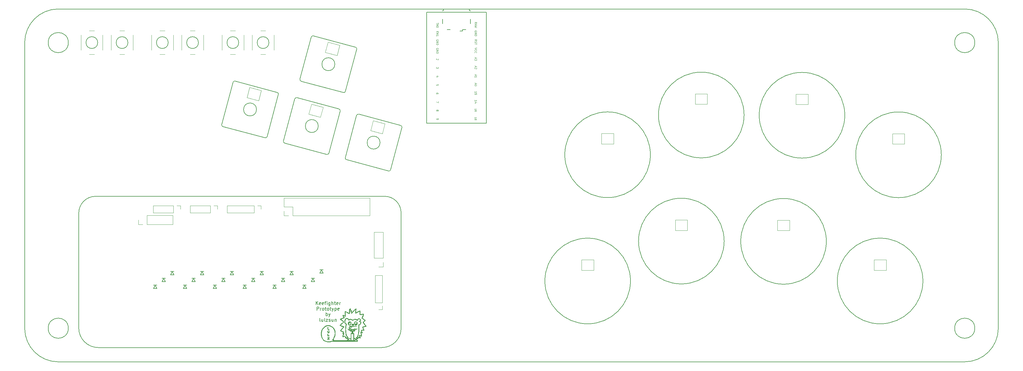
<source format=gbr>
G04 #@! TF.GenerationSoftware,KiCad,Pcbnew,(5.1.9)-1*
G04 #@! TF.CreationDate,2021-03-21T07:55:49-07:00*
G04 #@! TF.ProjectId,keefighter,6b656566-6967-4687-9465-722e6b696361,rev?*
G04 #@! TF.SameCoordinates,Original*
G04 #@! TF.FileFunction,Legend,Top*
G04 #@! TF.FilePolarity,Positive*
%FSLAX46Y46*%
G04 Gerber Fmt 4.6, Leading zero omitted, Abs format (unit mm)*
G04 Created by KiCad (PCBNEW (5.1.9)-1) date 2021-03-21 07:55:49*
%MOMM*%
%LPD*%
G01*
G04 APERTURE LIST*
%ADD10C,0.150000*%
%ADD11C,0.200000*%
%ADD12C,0.125000*%
G04 #@! TA.AperFunction,Profile*
%ADD13C,0.200000*%
G04 #@! TD*
%ADD14C,0.010000*%
G04 #@! TA.AperFunction,Profile*
%ADD15C,0.120000*%
G04 #@! TD*
%ADD16C,0.120000*%
G04 APERTURE END LIST*
D10*
X154578571Y-166887380D02*
X154578571Y-165887380D01*
X155150000Y-166887380D02*
X154721428Y-166315952D01*
X155150000Y-165887380D02*
X154578571Y-166458809D01*
X155959523Y-166839761D02*
X155864285Y-166887380D01*
X155673809Y-166887380D01*
X155578571Y-166839761D01*
X155530952Y-166744523D01*
X155530952Y-166363571D01*
X155578571Y-166268333D01*
X155673809Y-166220714D01*
X155864285Y-166220714D01*
X155959523Y-166268333D01*
X156007142Y-166363571D01*
X156007142Y-166458809D01*
X155530952Y-166554047D01*
X156816666Y-166839761D02*
X156721428Y-166887380D01*
X156530952Y-166887380D01*
X156435714Y-166839761D01*
X156388095Y-166744523D01*
X156388095Y-166363571D01*
X156435714Y-166268333D01*
X156530952Y-166220714D01*
X156721428Y-166220714D01*
X156816666Y-166268333D01*
X156864285Y-166363571D01*
X156864285Y-166458809D01*
X156388095Y-166554047D01*
X157150000Y-166220714D02*
X157530952Y-166220714D01*
X157292857Y-166887380D02*
X157292857Y-166030238D01*
X157340476Y-165935000D01*
X157435714Y-165887380D01*
X157530952Y-165887380D01*
X157864285Y-166887380D02*
X157864285Y-166220714D01*
X157864285Y-165887380D02*
X157816666Y-165935000D01*
X157864285Y-165982619D01*
X157911904Y-165935000D01*
X157864285Y-165887380D01*
X157864285Y-165982619D01*
X158769047Y-166220714D02*
X158769047Y-167030238D01*
X158721428Y-167125476D01*
X158673809Y-167173095D01*
X158578571Y-167220714D01*
X158435714Y-167220714D01*
X158340476Y-167173095D01*
X158769047Y-166839761D02*
X158673809Y-166887380D01*
X158483333Y-166887380D01*
X158388095Y-166839761D01*
X158340476Y-166792142D01*
X158292857Y-166696904D01*
X158292857Y-166411190D01*
X158340476Y-166315952D01*
X158388095Y-166268333D01*
X158483333Y-166220714D01*
X158673809Y-166220714D01*
X158769047Y-166268333D01*
X159245238Y-166887380D02*
X159245238Y-165887380D01*
X159673809Y-166887380D02*
X159673809Y-166363571D01*
X159626190Y-166268333D01*
X159530952Y-166220714D01*
X159388095Y-166220714D01*
X159292857Y-166268333D01*
X159245238Y-166315952D01*
X160007142Y-166220714D02*
X160388095Y-166220714D01*
X160150000Y-165887380D02*
X160150000Y-166744523D01*
X160197619Y-166839761D01*
X160292857Y-166887380D01*
X160388095Y-166887380D01*
X161102380Y-166839761D02*
X161007142Y-166887380D01*
X160816666Y-166887380D01*
X160721428Y-166839761D01*
X160673809Y-166744523D01*
X160673809Y-166363571D01*
X160721428Y-166268333D01*
X160816666Y-166220714D01*
X161007142Y-166220714D01*
X161102380Y-166268333D01*
X161150000Y-166363571D01*
X161150000Y-166458809D01*
X160673809Y-166554047D01*
X161578571Y-166887380D02*
X161578571Y-166220714D01*
X161578571Y-166411190D02*
X161626190Y-166315952D01*
X161673809Y-166268333D01*
X161769047Y-166220714D01*
X161864285Y-166220714D01*
X154840476Y-168537380D02*
X154840476Y-167537380D01*
X155221428Y-167537380D01*
X155316666Y-167585000D01*
X155364285Y-167632619D01*
X155411904Y-167727857D01*
X155411904Y-167870714D01*
X155364285Y-167965952D01*
X155316666Y-168013571D01*
X155221428Y-168061190D01*
X154840476Y-168061190D01*
X155840476Y-168537380D02*
X155840476Y-167870714D01*
X155840476Y-168061190D02*
X155888095Y-167965952D01*
X155935714Y-167918333D01*
X156030952Y-167870714D01*
X156126190Y-167870714D01*
X156602380Y-168537380D02*
X156507142Y-168489761D01*
X156459523Y-168442142D01*
X156411904Y-168346904D01*
X156411904Y-168061190D01*
X156459523Y-167965952D01*
X156507142Y-167918333D01*
X156602380Y-167870714D01*
X156745238Y-167870714D01*
X156840476Y-167918333D01*
X156888095Y-167965952D01*
X156935714Y-168061190D01*
X156935714Y-168346904D01*
X156888095Y-168442142D01*
X156840476Y-168489761D01*
X156745238Y-168537380D01*
X156602380Y-168537380D01*
X157221428Y-167870714D02*
X157602380Y-167870714D01*
X157364285Y-167537380D02*
X157364285Y-168394523D01*
X157411904Y-168489761D01*
X157507142Y-168537380D01*
X157602380Y-168537380D01*
X158078571Y-168537380D02*
X157983333Y-168489761D01*
X157935714Y-168442142D01*
X157888095Y-168346904D01*
X157888095Y-168061190D01*
X157935714Y-167965952D01*
X157983333Y-167918333D01*
X158078571Y-167870714D01*
X158221428Y-167870714D01*
X158316666Y-167918333D01*
X158364285Y-167965952D01*
X158411904Y-168061190D01*
X158411904Y-168346904D01*
X158364285Y-168442142D01*
X158316666Y-168489761D01*
X158221428Y-168537380D01*
X158078571Y-168537380D01*
X158697619Y-167870714D02*
X159078571Y-167870714D01*
X158840476Y-167537380D02*
X158840476Y-168394523D01*
X158888095Y-168489761D01*
X158983333Y-168537380D01*
X159078571Y-168537380D01*
X159316666Y-167870714D02*
X159554761Y-168537380D01*
X159792857Y-167870714D02*
X159554761Y-168537380D01*
X159459523Y-168775476D01*
X159411904Y-168823095D01*
X159316666Y-168870714D01*
X160173809Y-167870714D02*
X160173809Y-168870714D01*
X160173809Y-167918333D02*
X160269047Y-167870714D01*
X160459523Y-167870714D01*
X160554761Y-167918333D01*
X160602380Y-167965952D01*
X160650000Y-168061190D01*
X160650000Y-168346904D01*
X160602380Y-168442142D01*
X160554761Y-168489761D01*
X160459523Y-168537380D01*
X160269047Y-168537380D01*
X160173809Y-168489761D01*
X161459523Y-168489761D02*
X161364285Y-168537380D01*
X161173809Y-168537380D01*
X161078571Y-168489761D01*
X161030952Y-168394523D01*
X161030952Y-168013571D01*
X161078571Y-167918333D01*
X161173809Y-167870714D01*
X161364285Y-167870714D01*
X161459523Y-167918333D01*
X161507142Y-168013571D01*
X161507142Y-168108809D01*
X161030952Y-168204047D01*
X157554761Y-170187380D02*
X157554761Y-169187380D01*
X157554761Y-169568333D02*
X157650000Y-169520714D01*
X157840476Y-169520714D01*
X157935714Y-169568333D01*
X157983333Y-169615952D01*
X158030952Y-169711190D01*
X158030952Y-169996904D01*
X157983333Y-170092142D01*
X157935714Y-170139761D01*
X157840476Y-170187380D01*
X157650000Y-170187380D01*
X157554761Y-170139761D01*
X158364285Y-169520714D02*
X158602380Y-170187380D01*
X158840476Y-169520714D02*
X158602380Y-170187380D01*
X158507142Y-170425476D01*
X158459523Y-170473095D01*
X158364285Y-170520714D01*
X155840476Y-171837380D02*
X155745238Y-171789761D01*
X155697619Y-171694523D01*
X155697619Y-170837380D01*
X156650000Y-171170714D02*
X156650000Y-171837380D01*
X156221428Y-171170714D02*
X156221428Y-171694523D01*
X156269047Y-171789761D01*
X156364285Y-171837380D01*
X156507142Y-171837380D01*
X156602380Y-171789761D01*
X156650000Y-171742142D01*
X157269047Y-171837380D02*
X157173809Y-171789761D01*
X157126190Y-171694523D01*
X157126190Y-170837380D01*
X157554761Y-171170714D02*
X158078571Y-171170714D01*
X157554761Y-171837380D01*
X158078571Y-171837380D01*
X158411904Y-171789761D02*
X158507142Y-171837380D01*
X158697619Y-171837380D01*
X158792857Y-171789761D01*
X158840476Y-171694523D01*
X158840476Y-171646904D01*
X158792857Y-171551666D01*
X158697619Y-171504047D01*
X158554761Y-171504047D01*
X158459523Y-171456428D01*
X158411904Y-171361190D01*
X158411904Y-171313571D01*
X158459523Y-171218333D01*
X158554761Y-171170714D01*
X158697619Y-171170714D01*
X158792857Y-171218333D01*
X159697619Y-171170714D02*
X159697619Y-171837380D01*
X159269047Y-171170714D02*
X159269047Y-171694523D01*
X159316666Y-171789761D01*
X159411904Y-171837380D01*
X159554761Y-171837380D01*
X159650000Y-171789761D01*
X159697619Y-171742142D01*
X160173809Y-171170714D02*
X160173809Y-171837380D01*
X160173809Y-171265952D02*
X160221428Y-171218333D01*
X160316666Y-171170714D01*
X160459523Y-171170714D01*
X160554761Y-171218333D01*
X160602380Y-171313571D01*
X160602380Y-171837380D01*
D11*
X83895990Y-139624009D02*
G75*
G02*
X88900000Y-134620000I5004006J3D01*
G01*
X187484298Y-79818610D02*
X205264298Y-79818610D01*
X205264298Y-112838610D02*
X187484298Y-112838610D01*
X187484298Y-112838610D02*
X187484298Y-79818610D01*
X205264298Y-79818610D02*
X205264298Y-112838610D01*
X350792882Y-88878972D02*
G75*
G03*
X350792882Y-88878972I-3000000J0D01*
G01*
X350792882Y-173878972D02*
G75*
G03*
X350792882Y-173878972I-3000000J0D01*
G01*
X98542883Y-88878972D02*
G75*
G03*
X98542883Y-88878972I-1750000J0D01*
G01*
X140542884Y-88878972D02*
G75*
G03*
X140542884Y-88878972I-1750000J0D01*
G01*
X89542882Y-88878972D02*
G75*
G03*
X89542882Y-88878972I-1749999J0D01*
G01*
X110542883Y-88878972D02*
G75*
G03*
X110542883Y-88878972I-1750000J0D01*
G01*
X119542883Y-88878972D02*
G75*
G03*
X119542883Y-88878972I-1750000J0D01*
G01*
X131542883Y-88878972D02*
G75*
G03*
X131542883Y-88878972I-1750001J0D01*
G01*
X173641198Y-118640160D02*
G75*
G03*
X173641198Y-118640160I-1925000J0D01*
G01*
X80792883Y-173878972D02*
G75*
G03*
X80792883Y-173878972I-3000000J0D01*
G01*
X80792883Y-88878972D02*
G75*
G03*
X80792883Y-88878972I-3000000J0D01*
G01*
X153779030Y-86864966D02*
X166336066Y-90229614D01*
X89713002Y-179629089D02*
G75*
G02*
X83895990Y-173812078I-5J5817007D01*
G01*
X175006173Y-134619999D02*
G75*
G02*
X179908182Y-139522009I3J-4902006D01*
G01*
X163324971Y-103399021D02*
G75*
G02*
X162712599Y-103752575I-482963J129409D01*
G01*
X149802010Y-99775555D02*
X153166657Y-87218519D01*
X160170814Y-95308771D02*
G75*
G03*
X160170814Y-95308771I-1925000J0D01*
G01*
X153166657Y-87218519D02*
G75*
G02*
X153779030Y-86864966I482963J-129410D01*
G01*
X166336065Y-90229614D02*
G75*
G02*
X166689619Y-90841986I-129409J-482963D01*
G01*
X174218171Y-179629090D02*
X89713002Y-179629090D01*
X88900000Y-134620000D02*
X175006172Y-134620000D01*
X83895990Y-173812078D02*
X83895990Y-139624009D01*
X166689619Y-90841986D02*
X163324971Y-103399022D01*
X179908181Y-173914077D02*
G75*
G02*
X174218171Y-179629090I-5703727J-11291D01*
G01*
X155240312Y-113709658D02*
G75*
G03*
X155240312Y-113709658I-1925000J0D01*
G01*
X179908182Y-139522009D02*
X179908182Y-173914078D01*
X136839425Y-108779155D02*
G75*
G03*
X136839425Y-108779155I-1925000J0D01*
G01*
X129835267Y-100688903D02*
G75*
G02*
X130447640Y-100335350I482963J-129410D01*
G01*
X148848527Y-105265853D02*
X161405563Y-108630501D01*
X335345820Y-159820461D02*
G75*
G03*
X335345820Y-159820461I-12750000J0D01*
G01*
X312074162Y-110497086D02*
G75*
G03*
X312074162Y-110497086I-12750000J0D01*
G01*
X161759116Y-109242873D02*
X158394468Y-121799909D01*
X180160003Y-114173376D02*
X176795355Y-126730412D01*
X150155563Y-100387928D02*
G75*
G02*
X149802010Y-99775555I129410J482963D01*
G01*
X162712599Y-103752575D02*
X150155563Y-100387928D01*
X143004675Y-103699998D02*
G75*
G02*
X143358229Y-104312370I-129409J-482963D01*
G01*
X126470620Y-113245939D02*
X129835268Y-100688904D01*
X126824173Y-113858312D02*
G75*
G02*
X126470620Y-113245939I129410J482963D01*
G01*
X276135746Y-147946433D02*
G75*
G03*
X276135746Y-147946433I-12750000J0D01*
G01*
X139381209Y-117222959D02*
X126824173Y-113858312D01*
X130447640Y-100335350D02*
X143004676Y-103699998D01*
X148236154Y-105619406D02*
G75*
G02*
X148848527Y-105265853I482963J-129410D01*
G01*
X157782096Y-122153462D02*
X145225060Y-118788815D01*
X176182983Y-127083965D02*
X163625947Y-123719317D01*
X166637041Y-110549909D02*
G75*
G02*
X167249414Y-110196356I482963J-129410D01*
G01*
X163272394Y-123106945D02*
X166637042Y-110549909D01*
X340824618Y-122269621D02*
G75*
G03*
X340824618Y-122269621I-12750000J0D01*
G01*
X254166508Y-122254772D02*
G75*
G03*
X254166508Y-122254772I-12750000J0D01*
G01*
X306576194Y-148024564D02*
G75*
G03*
X306576194Y-148024564I-12750000J0D01*
G01*
X145225060Y-118788815D02*
G75*
G02*
X144871507Y-118176442I129410J482963D01*
G01*
X176795356Y-126730412D02*
G75*
G02*
X176182983Y-127083965I-482963J129410D01*
G01*
X167249414Y-110196356D02*
X179806450Y-113561003D01*
X139993581Y-116869407D02*
G75*
G02*
X139381209Y-117222959I-482962J129410D01*
G01*
X143358229Y-104312370D02*
X139993582Y-116869406D01*
X144871507Y-118176442D02*
X148236155Y-105619406D01*
X161405562Y-108630501D02*
G75*
G02*
X161759116Y-109242873I-129409J-482963D01*
G01*
X158394469Y-121799909D02*
G75*
G02*
X157782096Y-122153462I-482963J129410D01*
G01*
X163625947Y-123719318D02*
G75*
G02*
X163272394Y-123106945I129410J482963D01*
G01*
X179806450Y-113561003D02*
G75*
G02*
X180160003Y-114173376I-129410J-482963D01*
G01*
X248235178Y-159820616D02*
G75*
G03*
X248235178Y-159820616I-12749937J0D01*
G01*
X282070580Y-110431339D02*
G75*
G03*
X282070580Y-110431339I-12750000J0D01*
G01*
D12*
X201963780Y-95832884D02*
X201963780Y-96118598D01*
X201792351Y-95775741D02*
X202392351Y-95975741D01*
X201792351Y-96175741D01*
X202335208Y-96347170D02*
X202363780Y-96375741D01*
X202392351Y-96432884D01*
X202392351Y-96575741D01*
X202363780Y-96632884D01*
X202335208Y-96661456D01*
X202278065Y-96690027D01*
X202220922Y-96690027D01*
X202135208Y-96661456D01*
X201792351Y-96318598D01*
X201792351Y-96690027D01*
X201963780Y-98372884D02*
X201963780Y-98658598D01*
X201792351Y-98315741D02*
X202392351Y-98515741D01*
X201792351Y-98715741D01*
X201792351Y-99230027D02*
X201792351Y-98887170D01*
X201792351Y-99058598D02*
X202392351Y-99058598D01*
X202306637Y-99001456D01*
X202249494Y-98944313D01*
X202220922Y-98887170D01*
X201792351Y-106307170D02*
X201792351Y-105964313D01*
X201792351Y-106135741D02*
X202392351Y-106135741D01*
X202306637Y-106078598D01*
X202249494Y-106021456D01*
X202220922Y-105964313D01*
X202192351Y-106821456D02*
X201792351Y-106821456D01*
X202420922Y-106678598D02*
X201992351Y-106535741D01*
X201992351Y-106907170D01*
X201963780Y-100912884D02*
X201963780Y-101198598D01*
X201792351Y-100855741D02*
X202392351Y-101055741D01*
X201792351Y-101255741D01*
X202392351Y-101570027D02*
X202392351Y-101627170D01*
X202363780Y-101684313D01*
X202335208Y-101712884D01*
X202278065Y-101741456D01*
X202163780Y-101770027D01*
X202020922Y-101770027D01*
X201906637Y-101741456D01*
X201849494Y-101712884D01*
X201820922Y-101684313D01*
X201792351Y-101627170D01*
X201792351Y-101570027D01*
X201820922Y-101512884D01*
X201849494Y-101484313D01*
X201906637Y-101455741D01*
X202020922Y-101427170D01*
X202163780Y-101427170D01*
X202278065Y-101455741D01*
X202335208Y-101484313D01*
X202363780Y-101512884D01*
X202392351Y-101570027D01*
X201837589Y-108866217D02*
X201837589Y-108580503D01*
X201837589Y-108723360D02*
X202337589Y-108723360D01*
X202266160Y-108675741D01*
X202218541Y-108628122D01*
X202194732Y-108580503D01*
X202337589Y-109294789D02*
X202337589Y-109199551D01*
X202313780Y-109151932D01*
X202289970Y-109128122D01*
X202218541Y-109080503D01*
X202123303Y-109056694D01*
X201932827Y-109056694D01*
X201885208Y-109080503D01*
X201861399Y-109104313D01*
X201837589Y-109151932D01*
X201837589Y-109247170D01*
X201861399Y-109294789D01*
X201885208Y-109318598D01*
X201932827Y-109342408D01*
X202051875Y-109342408D01*
X202099494Y-109318598D01*
X202123303Y-109294789D01*
X202147113Y-109247170D01*
X202147113Y-109151932D01*
X202123303Y-109104313D01*
X202099494Y-109080503D01*
X202051875Y-109056694D01*
X201837589Y-111406217D02*
X201837589Y-111120503D01*
X201837589Y-111263360D02*
X202337589Y-111263360D01*
X202266160Y-111215741D01*
X202218541Y-111168122D01*
X202194732Y-111120503D01*
X202337589Y-111715741D02*
X202337589Y-111763360D01*
X202313780Y-111810979D01*
X202289970Y-111834789D01*
X202242351Y-111858598D01*
X202147113Y-111882408D01*
X202028065Y-111882408D01*
X201932827Y-111858598D01*
X201885208Y-111834789D01*
X201861399Y-111810979D01*
X201837589Y-111763360D01*
X201837589Y-111715741D01*
X201861399Y-111668122D01*
X201885208Y-111644313D01*
X201932827Y-111620503D01*
X202028065Y-111596694D01*
X202147113Y-111596694D01*
X202242351Y-111620503D01*
X202289970Y-111644313D01*
X202313780Y-111668122D01*
X202337589Y-111715741D01*
X201792351Y-103767170D02*
X201792351Y-103424313D01*
X201792351Y-103595741D02*
X202392351Y-103595741D01*
X202306637Y-103538598D01*
X202249494Y-103481456D01*
X202220922Y-103424313D01*
X202392351Y-104310027D02*
X202392351Y-104024313D01*
X202106637Y-103995741D01*
X202135208Y-104024313D01*
X202163780Y-104081456D01*
X202163780Y-104224313D01*
X202135208Y-104281456D01*
X202106637Y-104310027D01*
X202049494Y-104338598D01*
X201906637Y-104338598D01*
X201849494Y-104310027D01*
X201820922Y-104281456D01*
X201792351Y-104224313D01*
X201792351Y-104081456D01*
X201820922Y-104024313D01*
X201849494Y-103995741D01*
X201963780Y-93292884D02*
X201963780Y-93578598D01*
X201792351Y-93235741D02*
X202392351Y-93435741D01*
X201792351Y-93635741D01*
X202392351Y-93778598D02*
X202392351Y-94150027D01*
X202163780Y-93950027D01*
X202163780Y-94035741D01*
X202135208Y-94092884D01*
X202106637Y-94121456D01*
X202049494Y-94150027D01*
X201906637Y-94150027D01*
X201849494Y-94121456D01*
X201820922Y-94092884D01*
X201792351Y-94035741D01*
X201792351Y-93864313D01*
X201820922Y-93807170D01*
X201849494Y-93778598D01*
X201792351Y-88312884D02*
X202078065Y-88112884D01*
X201792351Y-87970027D02*
X202392351Y-87970027D01*
X202392351Y-88198598D01*
X202363780Y-88255741D01*
X202335208Y-88284313D01*
X202278065Y-88312884D01*
X202192351Y-88312884D01*
X202135208Y-88284313D01*
X202106637Y-88255741D01*
X202078065Y-88198598D01*
X202078065Y-87970027D01*
X201820922Y-88541456D02*
X201792351Y-88627170D01*
X201792351Y-88770027D01*
X201820922Y-88827170D01*
X201849494Y-88855741D01*
X201906637Y-88884313D01*
X201963780Y-88884313D01*
X202020922Y-88855741D01*
X202049494Y-88827170D01*
X202078065Y-88770027D01*
X202106637Y-88655741D01*
X202135208Y-88598598D01*
X202163780Y-88570027D01*
X202220922Y-88541456D01*
X202278065Y-88541456D01*
X202335208Y-88570027D01*
X202363780Y-88598598D01*
X202392351Y-88655741D01*
X202392351Y-88798598D01*
X202363780Y-88884313D01*
X202392351Y-89055741D02*
X202392351Y-89398598D01*
X201792351Y-89227170D02*
X202392351Y-89227170D01*
X202363780Y-85644313D02*
X202392351Y-85587170D01*
X202392351Y-85501456D01*
X202363780Y-85415741D01*
X202306637Y-85358598D01*
X202249494Y-85330027D01*
X202135208Y-85301456D01*
X202049494Y-85301456D01*
X201935208Y-85330027D01*
X201878065Y-85358598D01*
X201820922Y-85415741D01*
X201792351Y-85501456D01*
X201792351Y-85558598D01*
X201820922Y-85644313D01*
X201849494Y-85672884D01*
X202049494Y-85672884D01*
X202049494Y-85558598D01*
X201792351Y-85930027D02*
X202392351Y-85930027D01*
X201792351Y-86272884D01*
X202392351Y-86272884D01*
X201792351Y-86558598D02*
X202392351Y-86558598D01*
X202392351Y-86701456D01*
X202363780Y-86787170D01*
X202306637Y-86844313D01*
X202249494Y-86872884D01*
X202135208Y-86901456D01*
X202049494Y-86901456D01*
X201935208Y-86872884D01*
X201878065Y-86844313D01*
X201820922Y-86787170D01*
X201792351Y-86701456D01*
X201792351Y-86558598D01*
X202392351Y-90381456D02*
X201792351Y-90581456D01*
X202392351Y-90781456D01*
X201849494Y-91324313D02*
X201820922Y-91295741D01*
X201792351Y-91210027D01*
X201792351Y-91152884D01*
X201820922Y-91067170D01*
X201878065Y-91010027D01*
X201935208Y-90981456D01*
X202049494Y-90952884D01*
X202135208Y-90952884D01*
X202249494Y-90981456D01*
X202306637Y-91010027D01*
X202363780Y-91067170D01*
X202392351Y-91152884D01*
X202392351Y-91210027D01*
X202363780Y-91295741D01*
X202335208Y-91324313D01*
X201849494Y-91924313D02*
X201820922Y-91895741D01*
X201792351Y-91810027D01*
X201792351Y-91752884D01*
X201820922Y-91667170D01*
X201878065Y-91610027D01*
X201935208Y-91581456D01*
X202049494Y-91552884D01*
X202135208Y-91552884D01*
X202249494Y-91581456D01*
X202306637Y-91610027D01*
X202363780Y-91667170D01*
X202392351Y-91752884D01*
X202392351Y-91810027D01*
X202363780Y-91895741D01*
X202335208Y-91924313D01*
X201792351Y-83147170D02*
X202078065Y-82947170D01*
X201792351Y-82804313D02*
X202392351Y-82804313D01*
X202392351Y-83032884D01*
X202363780Y-83090027D01*
X202335208Y-83118598D01*
X202278065Y-83147170D01*
X202192351Y-83147170D01*
X202135208Y-83118598D01*
X202106637Y-83090027D01*
X202078065Y-83032884D01*
X202078065Y-82804313D01*
X201963780Y-83375741D02*
X201963780Y-83661456D01*
X201792351Y-83318598D02*
X202392351Y-83518598D01*
X201792351Y-83718598D01*
X202392351Y-83861456D02*
X201792351Y-84004313D01*
X202220922Y-84118598D01*
X201792351Y-84232884D01*
X202392351Y-84375741D01*
X190397865Y-111508320D02*
X190397865Y-111622606D01*
X190426436Y-111679748D01*
X190455008Y-111708320D01*
X190540722Y-111765463D01*
X190655008Y-111794034D01*
X190883579Y-111794034D01*
X190940722Y-111765463D01*
X190969294Y-111736891D01*
X190997865Y-111679748D01*
X190997865Y-111565463D01*
X190969294Y-111508320D01*
X190940722Y-111479748D01*
X190883579Y-111451177D01*
X190740722Y-111451177D01*
X190683579Y-111479748D01*
X190655008Y-111508320D01*
X190626436Y-111565463D01*
X190626436Y-111679748D01*
X190655008Y-111736891D01*
X190683579Y-111765463D01*
X190740722Y-111794034D01*
X190740722Y-109025463D02*
X190769294Y-108968320D01*
X190797865Y-108939748D01*
X190855008Y-108911177D01*
X190883579Y-108911177D01*
X190940722Y-108939748D01*
X190969294Y-108968320D01*
X190997865Y-109025463D01*
X190997865Y-109139748D01*
X190969294Y-109196891D01*
X190940722Y-109225463D01*
X190883579Y-109254034D01*
X190855008Y-109254034D01*
X190797865Y-109225463D01*
X190769294Y-109196891D01*
X190740722Y-109139748D01*
X190740722Y-109025463D01*
X190712151Y-108968320D01*
X190683579Y-108939748D01*
X190626436Y-108911177D01*
X190512151Y-108911177D01*
X190455008Y-108939748D01*
X190426436Y-108968320D01*
X190397865Y-109025463D01*
X190397865Y-109139748D01*
X190426436Y-109196891D01*
X190455008Y-109225463D01*
X190512151Y-109254034D01*
X190626436Y-109254034D01*
X190683579Y-109225463D01*
X190712151Y-109196891D01*
X190740722Y-109139748D01*
X190997865Y-106342606D02*
X190997865Y-106742606D01*
X190397865Y-106485463D01*
X190997865Y-104116891D02*
X190997865Y-104002606D01*
X190969294Y-103945463D01*
X190940722Y-103916891D01*
X190855008Y-103859748D01*
X190740722Y-103831177D01*
X190512151Y-103831177D01*
X190455008Y-103859748D01*
X190426436Y-103888320D01*
X190397865Y-103945463D01*
X190397865Y-104059748D01*
X190426436Y-104116891D01*
X190455008Y-104145463D01*
X190512151Y-104174034D01*
X190655008Y-104174034D01*
X190712151Y-104145463D01*
X190740722Y-104116891D01*
X190769294Y-104059748D01*
X190769294Y-103945463D01*
X190740722Y-103888320D01*
X190712151Y-103859748D01*
X190655008Y-103831177D01*
X190997865Y-101605463D02*
X190997865Y-101319748D01*
X190712151Y-101291177D01*
X190740722Y-101319748D01*
X190769294Y-101376891D01*
X190769294Y-101519748D01*
X190740722Y-101576891D01*
X190712151Y-101605463D01*
X190655008Y-101634034D01*
X190512151Y-101634034D01*
X190455008Y-101605463D01*
X190426436Y-101576891D01*
X190397865Y-101519748D01*
X190397865Y-101376891D01*
X190426436Y-101319748D01*
X190455008Y-101291177D01*
X190797865Y-99036891D02*
X190397865Y-99036891D01*
X191026436Y-98894034D02*
X190597865Y-98751177D01*
X190597865Y-99122606D01*
X190997865Y-96182606D02*
X190997865Y-96554034D01*
X190769294Y-96354034D01*
X190769294Y-96439748D01*
X190740722Y-96496891D01*
X190712151Y-96525463D01*
X190655008Y-96554034D01*
X190512151Y-96554034D01*
X190455008Y-96525463D01*
X190426436Y-96496891D01*
X190397865Y-96439748D01*
X190397865Y-96268320D01*
X190426436Y-96211177D01*
X190455008Y-96182606D01*
X190940722Y-93671177D02*
X190969294Y-93699748D01*
X190997865Y-93756891D01*
X190997865Y-93899748D01*
X190969294Y-93956891D01*
X190940722Y-93985463D01*
X190883579Y-94014034D01*
X190826436Y-94014034D01*
X190740722Y-93985463D01*
X190397865Y-93642606D01*
X190397865Y-94014034D01*
X190969294Y-90845463D02*
X190997865Y-90788320D01*
X190997865Y-90702606D01*
X190969294Y-90616891D01*
X190912151Y-90559748D01*
X190855008Y-90531177D01*
X190740722Y-90502606D01*
X190655008Y-90502606D01*
X190540722Y-90531177D01*
X190483579Y-90559748D01*
X190426436Y-90616891D01*
X190397865Y-90702606D01*
X190397865Y-90759748D01*
X190426436Y-90845463D01*
X190455008Y-90874034D01*
X190655008Y-90874034D01*
X190655008Y-90759748D01*
X190397865Y-91131177D02*
X190997865Y-91131177D01*
X190397865Y-91474034D01*
X190997865Y-91474034D01*
X190397865Y-91759748D02*
X190997865Y-91759748D01*
X190997865Y-91902606D01*
X190969294Y-91988320D01*
X190912151Y-92045463D01*
X190855008Y-92074034D01*
X190740722Y-92102606D01*
X190655008Y-92102606D01*
X190540722Y-92074034D01*
X190483579Y-92045463D01*
X190426436Y-91988320D01*
X190397865Y-91902606D01*
X190397865Y-91759748D01*
X190969294Y-88305463D02*
X190997865Y-88248320D01*
X190997865Y-88162606D01*
X190969294Y-88076891D01*
X190912151Y-88019748D01*
X190855008Y-87991177D01*
X190740722Y-87962606D01*
X190655008Y-87962606D01*
X190540722Y-87991177D01*
X190483579Y-88019748D01*
X190426436Y-88076891D01*
X190397865Y-88162606D01*
X190397865Y-88219748D01*
X190426436Y-88305463D01*
X190455008Y-88334034D01*
X190655008Y-88334034D01*
X190655008Y-88219748D01*
X190397865Y-88591177D02*
X190997865Y-88591177D01*
X190397865Y-88934034D01*
X190997865Y-88934034D01*
X190397865Y-89219748D02*
X190997865Y-89219748D01*
X190997865Y-89362606D01*
X190969294Y-89448320D01*
X190912151Y-89505463D01*
X190855008Y-89534034D01*
X190740722Y-89562606D01*
X190655008Y-89562606D01*
X190540722Y-89534034D01*
X190483579Y-89505463D01*
X190426436Y-89448320D01*
X190397865Y-89362606D01*
X190397865Y-89219748D01*
X190997865Y-82939748D02*
X190997865Y-83282606D01*
X190397865Y-83111177D02*
X190997865Y-83111177D01*
X190997865Y-83425463D02*
X190397865Y-83825463D01*
X190997865Y-83825463D02*
X190397865Y-83425463D01*
X190997865Y-84168320D02*
X190997865Y-84225463D01*
X190969294Y-84282606D01*
X190940722Y-84311177D01*
X190883579Y-84339748D01*
X190769294Y-84368320D01*
X190626436Y-84368320D01*
X190512151Y-84339748D01*
X190455008Y-84311177D01*
X190426436Y-84282606D01*
X190397865Y-84225463D01*
X190397865Y-84168320D01*
X190426436Y-84111177D01*
X190455008Y-84082606D01*
X190512151Y-84054034D01*
X190626436Y-84025463D01*
X190769294Y-84025463D01*
X190883579Y-84054034D01*
X190940722Y-84082606D01*
X190969294Y-84111177D01*
X190997865Y-84168320D01*
X190397865Y-85836891D02*
X190683579Y-85636891D01*
X190397865Y-85494034D02*
X190997865Y-85494034D01*
X190997865Y-85722606D01*
X190969294Y-85779748D01*
X190940722Y-85808320D01*
X190883579Y-85836891D01*
X190797865Y-85836891D01*
X190740722Y-85808320D01*
X190712151Y-85779748D01*
X190683579Y-85722606D01*
X190683579Y-85494034D01*
X190997865Y-86036891D02*
X190397865Y-86436891D01*
X190997865Y-86436891D02*
X190397865Y-86036891D01*
X190397865Y-86979748D02*
X190397865Y-86636891D01*
X190397865Y-86808320D02*
X190997865Y-86808320D01*
X190912151Y-86751177D01*
X190855008Y-86694034D01*
X190826436Y-86636891D01*
D13*
X357792882Y-173878972D02*
X357792883Y-88878972D01*
X77792883Y-183878972D02*
X347792883Y-183878972D01*
X347792883Y-78878972D02*
G75*
G02*
X357792883Y-88878972I0J-10000000D01*
G01*
X67792883Y-88878972D02*
X67792883Y-173878972D01*
X77792883Y-183878972D02*
G75*
G02*
X67792883Y-173878972I0J10000000D01*
G01*
X357792882Y-173878973D02*
G75*
G02*
X347792883Y-183878972I-9999999J0D01*
G01*
X67792883Y-88878972D02*
G75*
G02*
X77792883Y-78878972I10000000J0D01*
G01*
X347792883Y-78878972D02*
X77792883Y-78878972D01*
D10*
X200530000Y-83260000D02*
X200530000Y-81860000D01*
X200530000Y-79460000D02*
X200530000Y-79310000D01*
X200530000Y-79310000D02*
X200230000Y-79310000D01*
X200230000Y-79310000D02*
X200230000Y-78860000D01*
X192530000Y-78860000D02*
X192530000Y-79310000D01*
X192530000Y-79310000D02*
X192230000Y-79310000D01*
X192230000Y-79310000D02*
X192230000Y-79460000D01*
X192230000Y-81860000D02*
X192230000Y-83260000D01*
X197455000Y-85435000D02*
X198180000Y-85435000D01*
X198180000Y-85435000D02*
X198180000Y-85010000D01*
X198180000Y-85010000D02*
X199180000Y-85010000D01*
X194580000Y-85010000D02*
X193580000Y-85010000D01*
D14*
G36*
X156037594Y-175263733D02*
G01*
X156053699Y-175065079D01*
X156082637Y-174885978D01*
X156126261Y-174715537D01*
X156186427Y-174542863D01*
X156200039Y-174508513D01*
X156285559Y-174329169D01*
X156400535Y-174136665D01*
X156538091Y-173939566D01*
X156691348Y-173746436D01*
X156853428Y-173565839D01*
X157017454Y-173406338D01*
X157176547Y-173276497D01*
X157206551Y-173255266D01*
X157298109Y-173204227D01*
X157421957Y-173152166D01*
X157568219Y-173101812D01*
X157727017Y-173055890D01*
X157888475Y-173017127D01*
X158042716Y-172988250D01*
X158179863Y-172971985D01*
X158242000Y-172969412D01*
X158337929Y-172972122D01*
X158427938Y-172982915D01*
X158519306Y-173004199D01*
X158619312Y-173038383D01*
X158735232Y-173087876D01*
X158874346Y-173155084D01*
X159004000Y-173221543D01*
X159201002Y-173326930D01*
X159365600Y-173422939D01*
X159503740Y-173515620D01*
X159621367Y-173611024D01*
X159724427Y-173715202D01*
X159818865Y-173834204D01*
X159910626Y-173974080D01*
X160005657Y-174140882D01*
X160109902Y-174340660D01*
X160116547Y-174353763D01*
X160274000Y-174664615D01*
X160273665Y-175126349D01*
X160271048Y-175403481D01*
X160263533Y-175640393D01*
X160250976Y-175838932D01*
X160233232Y-176000942D01*
X160210156Y-176128269D01*
X160189589Y-176201173D01*
X160153257Y-176295111D01*
X160101276Y-176410107D01*
X160031785Y-176549922D01*
X159942924Y-176718319D01*
X159847963Y-176891808D01*
X159799794Y-176980512D01*
X159760320Y-177056647D01*
X159733593Y-177112151D01*
X159723668Y-177138964D01*
X159723667Y-177139044D01*
X159741675Y-177159589D01*
X159771292Y-177168819D01*
X159795975Y-177175839D01*
X159810926Y-177194435D01*
X159819237Y-177233939D01*
X159824002Y-177303684D01*
X159825184Y-177331431D01*
X159831451Y-177487279D01*
X161666684Y-177476393D01*
X162049657Y-177473851D01*
X162390813Y-177471012D01*
X162690666Y-177467866D01*
X162949732Y-177464404D01*
X163168525Y-177460618D01*
X163347561Y-177456498D01*
X163487354Y-177452034D01*
X163588419Y-177447219D01*
X163651272Y-177442041D01*
X163660667Y-177440753D01*
X163782339Y-177415926D01*
X163863136Y-177385865D01*
X163902636Y-177350785D01*
X163903304Y-177316883D01*
X163894709Y-177280565D01*
X163884359Y-177214036D01*
X163874021Y-177129269D01*
X163870299Y-177093086D01*
X163860782Y-177007927D01*
X163850849Y-176939711D01*
X163842107Y-176898758D01*
X163839016Y-176892002D01*
X163819355Y-176899184D01*
X163783491Y-176931610D01*
X163759236Y-176958626D01*
X163715097Y-177005021D01*
X163709584Y-177009281D01*
X163709584Y-176802256D01*
X163828000Y-176727067D01*
X163889236Y-176687924D01*
X163934549Y-176658466D01*
X163953732Y-176645360D01*
X163944583Y-176627372D01*
X163913837Y-176585171D01*
X163867405Y-176526717D01*
X163849505Y-176505046D01*
X163735369Y-176359971D01*
X163637658Y-176216166D01*
X163555072Y-176068922D01*
X163486310Y-175913532D01*
X163430071Y-175745289D01*
X163385054Y-175559485D01*
X163349958Y-175351414D01*
X163323483Y-175116367D01*
X163304328Y-174849638D01*
X163291192Y-174546518D01*
X163289048Y-174476833D01*
X163284072Y-174212132D01*
X163286059Y-173978196D01*
X163295787Y-173763911D01*
X163314032Y-173558163D01*
X163341572Y-173349839D01*
X163379182Y-173127825D01*
X163385816Y-173092256D01*
X163413231Y-172945763D01*
X163432527Y-172834746D01*
X163443286Y-172753052D01*
X163445089Y-172694529D01*
X163437516Y-172653026D01*
X163420150Y-172622390D01*
X163392571Y-172596470D01*
X163354361Y-172569114D01*
X163350002Y-172566105D01*
X163223817Y-172471135D01*
X163132788Y-172381195D01*
X163072028Y-172287582D01*
X163036648Y-172181589D01*
X163021761Y-172054512D01*
X163020483Y-171979166D01*
X163035227Y-171762001D01*
X163074946Y-171554348D01*
X163137172Y-171362293D01*
X163219437Y-171191922D01*
X163319271Y-171049319D01*
X163434207Y-170940570D01*
X163444892Y-170932873D01*
X163506140Y-170895505D01*
X163567619Y-170874112D01*
X163647316Y-170863218D01*
X163681118Y-170860969D01*
X163802424Y-170864904D01*
X163914191Y-170893762D01*
X164024801Y-170951270D01*
X164142635Y-171041157D01*
X164197803Y-171090873D01*
X164340710Y-171224555D01*
X164450480Y-171184058D01*
X164589007Y-171151054D01*
X164748850Y-171142315D01*
X164917823Y-171156234D01*
X165083739Y-171191198D01*
X165234411Y-171245598D01*
X165333966Y-171300794D01*
X165391728Y-171336829D01*
X165437846Y-171360127D01*
X165454743Y-171364948D01*
X165484159Y-171355606D01*
X165540785Y-171330244D01*
X165614825Y-171293398D01*
X165655826Y-171271811D01*
X165811524Y-171195694D01*
X165949294Y-171145911D01*
X166081243Y-171118965D01*
X166211321Y-171111333D01*
X166369342Y-171123889D01*
X166502291Y-171163815D01*
X166619981Y-171234497D01*
X166657168Y-171265170D01*
X166711773Y-171311971D01*
X166744519Y-171333708D01*
X166764884Y-171333781D01*
X166782345Y-171315589D01*
X166785506Y-171311205D01*
X166864762Y-171218810D01*
X166967336Y-171125924D01*
X167081026Y-171041707D01*
X167193628Y-170975317D01*
X167281119Y-170939214D01*
X167362348Y-170927557D01*
X167442688Y-170944629D01*
X167528510Y-170993178D01*
X167626181Y-171075954D01*
X167648694Y-171097843D01*
X167755459Y-171216948D01*
X167822676Y-171324287D01*
X167850979Y-171421427D01*
X167840997Y-171509936D01*
X167827445Y-171541350D01*
X167799026Y-171584450D01*
X167754591Y-171641007D01*
X167730871Y-171668485D01*
X167691638Y-171717253D01*
X167677429Y-171754806D01*
X167691592Y-171787847D01*
X167737476Y-171823078D01*
X167818431Y-171867202D01*
X167834151Y-171875176D01*
X167919549Y-171926229D01*
X167963667Y-171972226D01*
X167968850Y-171985268D01*
X167972081Y-172038629D01*
X167965440Y-172119538D01*
X167950955Y-172214915D01*
X167930651Y-172311680D01*
X167906554Y-172396753D01*
X167903935Y-172404339D01*
X167841814Y-172541115D01*
X167758891Y-172666269D01*
X167662116Y-172772112D01*
X167558436Y-172850957D01*
X167461950Y-172893305D01*
X167366270Y-172918896D01*
X167369547Y-173777239D01*
X167369749Y-174055758D01*
X167368117Y-174299234D01*
X167364684Y-174506116D01*
X167359483Y-174674856D01*
X167352546Y-174803903D01*
X167346829Y-174868416D01*
X167306870Y-175188259D01*
X167262172Y-175470180D01*
X167211548Y-175718443D01*
X167153809Y-175937308D01*
X167087766Y-176131039D01*
X167012232Y-176303899D01*
X166926019Y-176460150D01*
X166885624Y-176522911D01*
X166819416Y-176629324D01*
X166783157Y-176707888D01*
X166776523Y-176760348D01*
X166799193Y-176788447D01*
X166835308Y-176794583D01*
X166872455Y-176787267D01*
X166891912Y-176757368D01*
X166900024Y-176719781D01*
X166915060Y-176650026D01*
X166938601Y-176614003D01*
X166981919Y-176603199D01*
X167047923Y-176608099D01*
X167110166Y-176614200D01*
X167141254Y-176610352D01*
X167151983Y-176592257D01*
X167153167Y-176566210D01*
X167169067Y-176505259D01*
X167208977Y-176460447D01*
X167255220Y-176445350D01*
X167291463Y-176454044D01*
X167352363Y-176476823D01*
X167424753Y-176508760D01*
X167424942Y-176508850D01*
X167492530Y-176540281D01*
X167543535Y-176562985D01*
X167567475Y-176572302D01*
X167567817Y-176572333D01*
X167575706Y-176563981D01*
X167571434Y-176535858D01*
X167553424Y-176483365D01*
X167520104Y-176401905D01*
X167470667Y-176288609D01*
X167418434Y-176166676D01*
X167385050Y-176076991D01*
X167369474Y-176014428D01*
X167370670Y-175973864D01*
X167387598Y-175950173D01*
X167400731Y-175943396D01*
X167435127Y-175941922D01*
X167500843Y-175948488D01*
X167587901Y-175961835D01*
X167670606Y-175977444D01*
X167768883Y-175997105D01*
X167854987Y-176013550D01*
X167918561Y-176024847D01*
X167946721Y-176028925D01*
X167962138Y-176029724D01*
X167973865Y-176026574D01*
X167981386Y-176015606D01*
X167984184Y-175992948D01*
X167981741Y-175954732D01*
X167973540Y-175897087D01*
X167959064Y-175816143D01*
X167937796Y-175708031D01*
X167909219Y-175568881D01*
X167872816Y-175394822D01*
X167843085Y-175253395D01*
X167823541Y-175153646D01*
X167809316Y-175067442D01*
X167801764Y-175004065D01*
X167802183Y-174972937D01*
X167827630Y-174947650D01*
X167877794Y-174947066D01*
X167956643Y-174971436D01*
X167989250Y-174984833D01*
X168056206Y-175011948D01*
X168100213Y-175023217D01*
X168121984Y-175014693D01*
X168122230Y-174982425D01*
X168101661Y-174922466D01*
X168060988Y-174830864D01*
X168029167Y-174763159D01*
X167971345Y-174635127D01*
X167937262Y-174538342D01*
X167929790Y-174468480D01*
X167951804Y-174421215D01*
X168006176Y-174392224D01*
X168095780Y-174377180D01*
X168223489Y-174371760D01*
X168289497Y-174371312D01*
X168428135Y-174369029D01*
X168529297Y-174361851D01*
X168597667Y-174348702D01*
X168637929Y-174328510D01*
X168654768Y-174300199D01*
X168656000Y-174287290D01*
X168647637Y-174251448D01*
X168624979Y-174187000D01*
X168591673Y-174103681D01*
X168558691Y-174027474D01*
X168479617Y-173846508D01*
X168420694Y-173701847D01*
X168381635Y-173592723D01*
X168362155Y-173518369D01*
X168359667Y-173493621D01*
X168366123Y-173462272D01*
X168391440Y-173437246D01*
X168444537Y-173411466D01*
X168481162Y-173397251D01*
X168594253Y-173360144D01*
X168731476Y-173322856D01*
X168874875Y-173289759D01*
X169006493Y-173265226D01*
X169047584Y-173259326D01*
X169142111Y-173243803D01*
X169219879Y-173224636D01*
X169272350Y-173204394D01*
X169291000Y-173186104D01*
X169277495Y-173164552D01*
X169240722Y-173118769D01*
X169186298Y-173055471D01*
X169119839Y-172981376D01*
X169119834Y-172981370D01*
X169053878Y-172904723D01*
X168977597Y-172808771D01*
X168894913Y-172699236D01*
X168809746Y-172581838D01*
X168726017Y-172462298D01*
X168647648Y-172346335D01*
X168578559Y-172239672D01*
X168522672Y-172148027D01*
X168483908Y-172077121D01*
X168466187Y-172032676D01*
X168465500Y-172026759D01*
X168481847Y-172007003D01*
X168525453Y-171970651D01*
X168588166Y-171924304D01*
X168615212Y-171905512D01*
X168702805Y-171841200D01*
X168802033Y-171761556D01*
X168894723Y-171681307D01*
X168915695Y-171661986D01*
X169066467Y-171520754D01*
X168908858Y-171403957D01*
X168829509Y-171345816D01*
X168728201Y-171272546D01*
X168617653Y-171193299D01*
X168510584Y-171117230D01*
X168505047Y-171113319D01*
X168411704Y-171046201D01*
X168327216Y-170983227D01*
X168259532Y-170930480D01*
X168216599Y-170894040D01*
X168210269Y-170887773D01*
X168161694Y-170836067D01*
X168220205Y-170693242D01*
X168249401Y-170622617D01*
X168290527Y-170523993D01*
X168338991Y-170408345D01*
X168390198Y-170286647D01*
X168412877Y-170232916D01*
X168459492Y-170121160D01*
X168500927Y-170019127D01*
X168533976Y-169934920D01*
X168555432Y-169876646D01*
X168561401Y-169857526D01*
X168565700Y-169822965D01*
X168556008Y-169798160D01*
X168527904Y-169782673D01*
X168476969Y-169776064D01*
X168398782Y-169777897D01*
X168288922Y-169787733D01*
X168142969Y-169805134D01*
X168095084Y-169811295D01*
X167965841Y-169827503D01*
X167844812Y-169841585D01*
X167740825Y-169852596D01*
X167662707Y-169859591D01*
X167624125Y-169861669D01*
X167534167Y-169862500D01*
X167534167Y-169343916D01*
X167533681Y-169200793D01*
X167532317Y-169072801D01*
X167530211Y-168965667D01*
X167527500Y-168885115D01*
X167524323Y-168836871D01*
X167521713Y-168825333D01*
X167494437Y-168835031D01*
X167436288Y-168861952D01*
X167353440Y-168902837D01*
X167252069Y-168954429D01*
X167138351Y-169013469D01*
X167018460Y-169076699D01*
X166898573Y-169140860D01*
X166784863Y-169202694D01*
X166683507Y-169258942D01*
X166600680Y-169306347D01*
X166542558Y-169341649D01*
X166539796Y-169343438D01*
X166431108Y-169410629D01*
X166351496Y-169449211D01*
X166297554Y-169457720D01*
X166265877Y-169434693D01*
X166253059Y-169378669D01*
X166255692Y-169288184D01*
X166262362Y-169224300D01*
X166271880Y-169134702D01*
X166281728Y-169025070D01*
X166291464Y-168902536D01*
X166300647Y-168774232D01*
X166308836Y-168647290D01*
X166315588Y-168528840D01*
X166320463Y-168426016D01*
X166323018Y-168345949D01*
X166322813Y-168295770D01*
X166320689Y-168282134D01*
X166301472Y-168291178D01*
X166257602Y-168325406D01*
X166194256Y-168379962D01*
X166116610Y-168449989D01*
X166029841Y-168530634D01*
X165939127Y-168617039D01*
X165849643Y-168704351D01*
X165766566Y-168787714D01*
X165695073Y-168862271D01*
X165653839Y-168907592D01*
X165579602Y-168994961D01*
X165493497Y-169100998D01*
X165408214Y-169209890D01*
X165358923Y-169275125D01*
X165288934Y-169367048D01*
X165237043Y-169428477D01*
X165198288Y-169464420D01*
X165167706Y-169479882D01*
X165154386Y-169481500D01*
X165123227Y-169477520D01*
X165102090Y-169460149D01*
X165086999Y-169421240D01*
X165073977Y-169352645D01*
X165066571Y-169301583D01*
X165047469Y-169196689D01*
X165020711Y-169120198D01*
X164980655Y-169058224D01*
X164956774Y-169031357D01*
X164923336Y-168992472D01*
X164911439Y-168958873D01*
X164917483Y-168912362D01*
X164926371Y-168877595D01*
X164944485Y-168799103D01*
X164946992Y-168739763D01*
X164930056Y-168687400D01*
X164889841Y-168629839D01*
X164825852Y-168558469D01*
X164744705Y-168463038D01*
X164698012Y-168386530D01*
X164685809Y-168348846D01*
X164670985Y-168302427D01*
X164649707Y-168293531D01*
X164620259Y-168323115D01*
X164580925Y-168392134D01*
X164570654Y-168412953D01*
X164544692Y-168471759D01*
X164537844Y-168510816D01*
X164548592Y-168547341D01*
X164557268Y-168564698D01*
X164590561Y-168613617D01*
X164641541Y-168673592D01*
X164675088Y-168708083D01*
X164761666Y-168791916D01*
X164651235Y-168903735D01*
X164540804Y-169015555D01*
X164619319Y-169095962D01*
X164663730Y-169146984D01*
X164692003Y-169190126D01*
X164697428Y-169207226D01*
X164685322Y-169236480D01*
X164653010Y-169290655D01*
X164605956Y-169361009D01*
X164569003Y-169412708D01*
X164501649Y-169500915D01*
X164449656Y-169556134D01*
X164405797Y-169581178D01*
X164362841Y-169578859D01*
X164313559Y-169551991D01*
X164278551Y-169525734D01*
X164235581Y-169495794D01*
X164163054Y-169449566D01*
X164068296Y-169391536D01*
X163958636Y-169326192D01*
X163841402Y-169258020D01*
X163840584Y-169257550D01*
X163725395Y-169191399D01*
X163619398Y-169130488D01*
X163529386Y-169078723D01*
X163462150Y-169040012D01*
X163424485Y-169018260D01*
X163423460Y-169017665D01*
X163394803Y-169002234D01*
X163371080Y-168994471D01*
X163351918Y-168997681D01*
X163336942Y-169015169D01*
X163325781Y-169050242D01*
X163318061Y-169106203D01*
X163313410Y-169186358D01*
X163311454Y-169294012D01*
X163311820Y-169432471D01*
X163314136Y-169605040D01*
X163318028Y-169815024D01*
X163320368Y-169931159D01*
X163322380Y-170063429D01*
X163322865Y-170181143D01*
X163321906Y-170277803D01*
X163319581Y-170346914D01*
X163315971Y-170381981D01*
X163314771Y-170384785D01*
X163291500Y-170381376D01*
X163237533Y-170362062D01*
X163160093Y-170329751D01*
X163066408Y-170287351D01*
X163030652Y-170270443D01*
X162930360Y-170222886D01*
X162841560Y-170181514D01*
X162772311Y-170150029D01*
X162730673Y-170132132D01*
X162724720Y-170129950D01*
X162688555Y-170126130D01*
X162677077Y-170146372D01*
X162690964Y-170192019D01*
X162730896Y-170264413D01*
X162797549Y-170364896D01*
X162891603Y-170494812D01*
X162944854Y-170565614D01*
X163068872Y-170728979D01*
X162957311Y-170793087D01*
X162884419Y-170832781D01*
X162812599Y-170866114D01*
X162731618Y-170896929D01*
X162631246Y-170929069D01*
X162501252Y-170966374D01*
X162480703Y-170972063D01*
X162368498Y-171005025D01*
X162256295Y-171041469D01*
X162151363Y-171078628D01*
X162060972Y-171113737D01*
X161992391Y-171144031D01*
X161952890Y-171166744D01*
X161946167Y-171175420D01*
X161963112Y-171196855D01*
X162011673Y-171239431D01*
X162088442Y-171300512D01*
X162190007Y-171377465D01*
X162312960Y-171467654D01*
X162453891Y-171568445D01*
X162464750Y-171576118D01*
X162610824Y-171684093D01*
X162722963Y-171777603D01*
X162799879Y-171855449D01*
X162840280Y-171916431D01*
X162844622Y-171929292D01*
X162849310Y-171965739D01*
X162842945Y-172003482D01*
X162822627Y-172045664D01*
X162785454Y-172095427D01*
X162728527Y-172155914D01*
X162648945Y-172230267D01*
X162543807Y-172321629D01*
X162410213Y-172433142D01*
X162284834Y-172535771D01*
X162178874Y-172622178D01*
X162079309Y-172703634D01*
X161992658Y-172774784D01*
X161925441Y-172830274D01*
X161884175Y-172864752D01*
X161882667Y-172866035D01*
X161808584Y-172929197D01*
X162009667Y-173022583D01*
X162102480Y-173063666D01*
X162222179Y-173113698D01*
X162355781Y-173167403D01*
X162490300Y-173219507D01*
X162544125Y-173239709D01*
X162675485Y-173289051D01*
X162770789Y-173328066D01*
X162833742Y-173360955D01*
X162868048Y-173391922D01*
X162877413Y-173425170D01*
X162865541Y-173464903D01*
X162836139Y-173515322D01*
X162815149Y-173547163D01*
X162781878Y-173591927D01*
X162725815Y-173661654D01*
X162652431Y-173749786D01*
X162567193Y-173849767D01*
X162475572Y-173955040D01*
X162463424Y-173968833D01*
X162339142Y-174110955D01*
X162229691Y-174238542D01*
X162137605Y-174348502D01*
X162065416Y-174437739D01*
X162015657Y-174503159D01*
X161990862Y-174541668D01*
X161988500Y-174548952D01*
X162007564Y-174567393D01*
X162061004Y-174597117D01*
X162143193Y-174635561D01*
X162248501Y-174680161D01*
X162371300Y-174728352D01*
X162431605Y-174750834D01*
X162560733Y-174798852D01*
X162655134Y-174836110D01*
X162720126Y-174865567D01*
X162761031Y-174890182D01*
X162783168Y-174912913D01*
X162791858Y-174936721D01*
X162792834Y-174951751D01*
X162784700Y-174993946D01*
X162763047Y-175062110D01*
X162732000Y-175143733D01*
X162720479Y-175171294D01*
X162648125Y-175340339D01*
X162770117Y-175329277D01*
X162834772Y-175325925D01*
X162879264Y-175332389D01*
X162903764Y-175353105D01*
X162908443Y-175392507D01*
X162893473Y-175455029D01*
X162859025Y-175545107D01*
X162805269Y-175667175D01*
X162784889Y-175711818D01*
X162738561Y-175819610D01*
X162695748Y-175931610D01*
X162658431Y-176040996D01*
X162628591Y-176140943D01*
X162608205Y-176224628D01*
X162599255Y-176285228D01*
X162603721Y-176315919D01*
X162608903Y-176318333D01*
X162630401Y-176311213D01*
X162680339Y-176292569D01*
X162746244Y-176267084D01*
X162853295Y-176231136D01*
X162964555Y-176203880D01*
X163069379Y-176186986D01*
X163157126Y-176182124D01*
X163217153Y-176190964D01*
X163221050Y-176192588D01*
X163252901Y-176223751D01*
X163288802Y-176283182D01*
X163323033Y-176357961D01*
X163349878Y-176435163D01*
X163363617Y-176501868D01*
X163364338Y-176516389D01*
X163373680Y-176544226D01*
X163401375Y-176540446D01*
X163482118Y-176517976D01*
X163546373Y-176527468D01*
X163599749Y-176572064D01*
X163647854Y-176654906D01*
X163661458Y-176686144D01*
X163709584Y-176802256D01*
X163709584Y-177009281D01*
X163678109Y-177033608D01*
X163665647Y-177038001D01*
X163633454Y-177018902D01*
X163597540Y-176967980D01*
X163563098Y-176894798D01*
X163535326Y-176808917D01*
X163530718Y-176789672D01*
X163515378Y-176727994D01*
X163502361Y-176687499D01*
X163496622Y-176678166D01*
X163476815Y-176690768D01*
X163435645Y-176723167D01*
X163400930Y-176752250D01*
X163331662Y-176804558D01*
X163281123Y-176824151D01*
X163246849Y-176809051D01*
X163226379Y-176757283D01*
X163217250Y-176666872D01*
X163216167Y-176604002D01*
X163215279Y-176518015D01*
X163210279Y-176462251D01*
X163197659Y-176424604D01*
X163173910Y-176392969D01*
X163147375Y-176366565D01*
X163078584Y-176300658D01*
X162782250Y-176393659D01*
X162676489Y-176426560D01*
X162585176Y-176454418D01*
X162515871Y-176474969D01*
X162476134Y-176485949D01*
X162470042Y-176487163D01*
X162459861Y-176468253D01*
X162454773Y-176417398D01*
X162454395Y-176344627D01*
X162458348Y-176259974D01*
X162466250Y-176173469D01*
X162477720Y-176095144D01*
X162486441Y-176055150D01*
X162509339Y-175979778D01*
X162543585Y-175881876D01*
X162583390Y-175777621D01*
X162602858Y-175729864D01*
X162637887Y-175644837D01*
X162665777Y-175574865D01*
X162683064Y-175528782D01*
X162687000Y-175515419D01*
X162667810Y-175508482D01*
X162618115Y-175503955D01*
X162565292Y-175502883D01*
X162495756Y-175501426D01*
X162457981Y-175493866D01*
X162441468Y-175476595D01*
X162437219Y-175458835D01*
X162443849Y-175420573D01*
X162467026Y-175356959D01*
X162502350Y-175279430D01*
X162517977Y-175248828D01*
X162565145Y-175150864D01*
X162590685Y-175078161D01*
X162593793Y-175038353D01*
X162582355Y-175014045D01*
X162557351Y-174989772D01*
X162513788Y-174962994D01*
X162446676Y-174931166D01*
X162351021Y-174891745D01*
X162221832Y-174842190D01*
X162172517Y-174823747D01*
X162041022Y-174774181D01*
X161944246Y-174735682D01*
X161876959Y-174705307D01*
X161833931Y-174680115D01*
X161809934Y-174657164D01*
X161799737Y-174633509D01*
X161798000Y-174613030D01*
X161803829Y-174565471D01*
X161822923Y-174511091D01*
X161857692Y-174446587D01*
X161910544Y-174368656D01*
X161983888Y-174273995D01*
X162080136Y-174159300D01*
X162201695Y-174021270D01*
X162345119Y-173863000D01*
X162430976Y-173767840D01*
X162508327Y-173679646D01*
X162571920Y-173604598D01*
X162616510Y-173548875D01*
X162635876Y-173520699D01*
X162665206Y-173464148D01*
X162406228Y-173364473D01*
X162185942Y-173279391D01*
X162003593Y-173208292D01*
X161857418Y-173150462D01*
X161745653Y-173105188D01*
X161666536Y-173071756D01*
X161618303Y-173049454D01*
X161599844Y-173038310D01*
X161596706Y-173006748D01*
X161623902Y-172953451D01*
X161677818Y-172881975D01*
X161754839Y-172795873D01*
X161851348Y-172698702D01*
X161963732Y-172594014D01*
X162088375Y-172485365D01*
X162221662Y-172376310D01*
X162359978Y-172270403D01*
X162438650Y-172213536D01*
X162519032Y-172154269D01*
X162588727Y-172098357D01*
X162638692Y-172053307D01*
X162657113Y-172032211D01*
X162672827Y-172001570D01*
X162676362Y-171971020D01*
X162664641Y-171937493D01*
X162634588Y-171897919D01*
X162583126Y-171849226D01*
X162507179Y-171788346D01*
X162403670Y-171712207D01*
X162269523Y-171617739D01*
X162179000Y-171555087D01*
X162027672Y-171449490D01*
X161909523Y-171364017D01*
X161821794Y-171296419D01*
X161761727Y-171244446D01*
X161726564Y-171205845D01*
X161713546Y-171178367D01*
X161713334Y-171175080D01*
X161733164Y-171137040D01*
X161789607Y-171091337D01*
X161878090Y-171040100D01*
X161994042Y-170985461D01*
X162132890Y-170929551D01*
X162290062Y-170874499D01*
X162460985Y-170822437D01*
X162483781Y-170816054D01*
X162602598Y-170780902D01*
X162695153Y-170748945D01*
X162756116Y-170722183D01*
X162778989Y-170705215D01*
X162786397Y-170676088D01*
X162773845Y-170634329D01*
X162738230Y-170570589D01*
X162729928Y-170557321D01*
X162631960Y-170398082D01*
X162558833Y-170268892D01*
X162509289Y-170166468D01*
X162482071Y-170087529D01*
X162475921Y-170028790D01*
X162489583Y-169986970D01*
X162504998Y-169970064D01*
X162561888Y-169948954D01*
X162648128Y-169952803D01*
X162759506Y-169980772D01*
X162891807Y-170032024D01*
X162948503Y-170058304D01*
X163147691Y-170154603D01*
X163137440Y-169569343D01*
X163134437Y-169370816D01*
X163133550Y-169210470D01*
X163135458Y-169084178D01*
X163140840Y-168987810D01*
X163150373Y-168917239D01*
X163164736Y-168868338D01*
X163184608Y-168836977D01*
X163210667Y-168819030D01*
X163243592Y-168810369D01*
X163262519Y-168808256D01*
X163295339Y-168806786D01*
X163327329Y-168809924D01*
X163364012Y-168820242D01*
X163410909Y-168840313D01*
X163473540Y-168872711D01*
X163557429Y-168920008D01*
X163668095Y-168984778D01*
X163766500Y-169043108D01*
X163908510Y-169125779D01*
X164041045Y-169199711D01*
X164158880Y-169262224D01*
X164256790Y-169310637D01*
X164329549Y-169342271D01*
X164371931Y-169354446D01*
X164373620Y-169354500D01*
X164411118Y-169337576D01*
X164451082Y-169297415D01*
X164479884Y-169249936D01*
X164486167Y-169223036D01*
X164472493Y-169187256D01*
X164437114Y-169134781D01*
X164400260Y-169091023D01*
X164314353Y-168997825D01*
X164410843Y-168908883D01*
X164461447Y-168859720D01*
X164496384Y-168820961D01*
X164507334Y-168803099D01*
X164493614Y-168778953D01*
X164459233Y-168738659D01*
X164443834Y-168722756D01*
X164399918Y-168668250D01*
X164382542Y-168609707D01*
X164380798Y-168567670D01*
X164398053Y-168461158D01*
X164445447Y-168340581D01*
X164517898Y-168215353D01*
X164610320Y-168094888D01*
X164670282Y-168031678D01*
X164740774Y-167975659D01*
X164795771Y-167958695D01*
X164834549Y-167980168D01*
X164856385Y-168039461D01*
X164860559Y-168135956D01*
X164856535Y-168190814D01*
X164850969Y-168270404D01*
X164850565Y-168337584D01*
X164855058Y-168376027D01*
X164877190Y-168405565D01*
X164926014Y-168451388D01*
X164993179Y-168506030D01*
X165036949Y-168538606D01*
X165108576Y-168591014D01*
X165165131Y-168633985D01*
X165199221Y-168661810D01*
X165205834Y-168669006D01*
X165196238Y-168690577D01*
X165171223Y-168738084D01*
X165140246Y-168794023D01*
X165074658Y-168910239D01*
X165140246Y-168984939D01*
X165179834Y-169038517D01*
X165203178Y-169086516D01*
X165205834Y-169101236D01*
X165210837Y-169132658D01*
X165227977Y-169137791D01*
X165260445Y-169114480D01*
X165311434Y-169060570D01*
X165371476Y-168989375D01*
X165439579Y-168911294D01*
X165532322Y-168811834D01*
X165642782Y-168697824D01*
X165764035Y-168576095D01*
X165889158Y-168453479D01*
X166011229Y-168336806D01*
X166123323Y-168232907D01*
X166218518Y-168148613D01*
X166252410Y-168120195D01*
X166340848Y-168051904D01*
X166404724Y-168013467D01*
X166448247Y-168003686D01*
X166475625Y-168021361D01*
X166488351Y-168052920D01*
X166490574Y-168088176D01*
X166489778Y-168159218D01*
X166486228Y-168259624D01*
X166480187Y-168382975D01*
X166471920Y-168522850D01*
X166464377Y-168635320D01*
X166454614Y-168780564D01*
X166446714Y-168911496D01*
X166440954Y-169022310D01*
X166437612Y-169107198D01*
X166436964Y-169160353D01*
X166438586Y-169176141D01*
X166459929Y-169170331D01*
X166513610Y-169147805D01*
X166594243Y-169111056D01*
X166696441Y-169062574D01*
X166814817Y-169004852D01*
X166894040Y-168965482D01*
X167096161Y-168865297D01*
X167263470Y-168784548D01*
X167398232Y-168722236D01*
X167502708Y-168677361D01*
X167579163Y-168648926D01*
X167629860Y-168635932D01*
X167643246Y-168634833D01*
X167663782Y-168638979D01*
X167679707Y-168653956D01*
X167691143Y-168683571D01*
X167698212Y-168731633D01*
X167701035Y-168801951D01*
X167699734Y-168898331D01*
X167694431Y-169024584D01*
X167685247Y-169184515D01*
X167672305Y-169381935D01*
X167668779Y-169433487D01*
X167663064Y-169517304D01*
X167661720Y-169582627D01*
X167669138Y-169631001D01*
X167689710Y-169663969D01*
X167727830Y-169683077D01*
X167787887Y-169689870D01*
X167874275Y-169685892D01*
X167991385Y-169672689D01*
X168143608Y-169651805D01*
X168247605Y-169637079D01*
X168396159Y-169616744D01*
X168508672Y-169603040D01*
X168590846Y-169595561D01*
X168648385Y-169593898D01*
X168686991Y-169597646D01*
X168707980Y-169604222D01*
X168738868Y-169625080D01*
X168756716Y-169656724D01*
X168760717Y-169703524D01*
X168750065Y-169769848D01*
X168723953Y-169860065D01*
X168681574Y-169978544D01*
X168622122Y-170129655D01*
X168601655Y-170180000D01*
X168531844Y-170350803D01*
X168476532Y-170486682D01*
X168434333Y-170591951D01*
X168403861Y-170670924D01*
X168383729Y-170727918D01*
X168372549Y-170767246D01*
X168368936Y-170793224D01*
X168371502Y-170810166D01*
X168378862Y-170822387D01*
X168389628Y-170834202D01*
X168390946Y-170835646D01*
X168419340Y-170860186D01*
X168476179Y-170904034D01*
X168555073Y-170962448D01*
X168649629Y-171030682D01*
X168736940Y-171092437D01*
X168882281Y-171194807D01*
X168996253Y-171276542D01*
X169082537Y-171340745D01*
X169144814Y-171390520D01*
X169186767Y-171428970D01*
X169212076Y-171459199D01*
X169224423Y-171484311D01*
X169227500Y-171506008D01*
X169215424Y-171542007D01*
X169177558Y-171595964D01*
X169111444Y-171670982D01*
X169031709Y-171753115D01*
X168951282Y-171832822D01*
X168875053Y-171906794D01*
X168811375Y-171967021D01*
X168768605Y-172005495D01*
X168767125Y-172006737D01*
X168723940Y-172051543D01*
X168700024Y-172093369D01*
X168698334Y-172103422D01*
X168710916Y-172141580D01*
X168745867Y-172206649D01*
X168798989Y-172292581D01*
X168866087Y-172393326D01*
X168942964Y-172502835D01*
X169025424Y-172615058D01*
X169109270Y-172723945D01*
X169190308Y-172823447D01*
X169228795Y-172868166D01*
X169329304Y-172983840D01*
X169403595Y-173073850D01*
X169454639Y-173143198D01*
X169485404Y-173196880D01*
X169498862Y-173239898D01*
X169497983Y-173277249D01*
X169489045Y-173306185D01*
X169468137Y-173327987D01*
X169421326Y-173348133D01*
X169344419Y-173367712D01*
X169233222Y-173387814D01*
X169100500Y-173407237D01*
X168987383Y-173424486D01*
X168871121Y-173445361D01*
X168760082Y-173468003D01*
X168662632Y-173490555D01*
X168587137Y-173511158D01*
X168541966Y-173527955D01*
X168534516Y-173532929D01*
X168538787Y-173555075D01*
X168557411Y-173610341D01*
X168588184Y-173692885D01*
X168628904Y-173796866D01*
X168677369Y-173916442D01*
X168696702Y-173963174D01*
X168761646Y-174119711D01*
X168811351Y-174241684D01*
X168846880Y-174333599D01*
X168869296Y-174399958D01*
X168879663Y-174445267D01*
X168879045Y-174474031D01*
X168868503Y-174490753D01*
X168849102Y-174499939D01*
X168824723Y-174505530D01*
X168779382Y-174510415D01*
X168701363Y-174514525D01*
X168600319Y-174517515D01*
X168485903Y-174519042D01*
X168442937Y-174519166D01*
X168332143Y-174520226D01*
X168237118Y-174523142D01*
X168165549Y-174527522D01*
X168125118Y-174532974D01*
X168119107Y-174535710D01*
X168123223Y-174560803D01*
X168142722Y-174614471D01*
X168174029Y-174687435D01*
X168194543Y-174731502D01*
X168240247Y-174831066D01*
X168285321Y-174935808D01*
X168321651Y-175026718D01*
X168328738Y-175045950D01*
X168358772Y-175141993D01*
X168365391Y-175205078D01*
X168345558Y-175238011D01*
X168296238Y-175243596D01*
X168214393Y-175224640D01*
X168156200Y-175205395D01*
X168084754Y-175180602D01*
X168031164Y-175162426D01*
X168005801Y-175154378D01*
X168005125Y-175154259D01*
X167998471Y-175173596D01*
X168001532Y-175228170D01*
X168013522Y-175312208D01*
X168033656Y-175419935D01*
X168054452Y-175516447D01*
X168097200Y-175712786D01*
X168130655Y-175882969D01*
X168154117Y-176022991D01*
X168166892Y-176128845D01*
X168169138Y-176175458D01*
X168166396Y-176216246D01*
X168154275Y-176242063D01*
X168126988Y-176253147D01*
X168078745Y-176249734D01*
X168003757Y-176232061D01*
X167896237Y-176200365D01*
X167856972Y-176188219D01*
X167767317Y-176161843D01*
X167693123Y-176142846D01*
X167643260Y-176133322D01*
X167626899Y-176133878D01*
X167628399Y-176157724D01*
X167641901Y-176213485D01*
X167665213Y-176293196D01*
X167696144Y-176388889D01*
X167700969Y-176403142D01*
X167734690Y-176508728D01*
X167762345Y-176607766D01*
X167781111Y-176689256D01*
X167788165Y-176742197D01*
X167788167Y-176742805D01*
X167785560Y-176796624D01*
X167771587Y-176820366D01*
X167737016Y-176826230D01*
X167724971Y-176826333D01*
X167674885Y-176816490D01*
X167603515Y-176790643D01*
X167526028Y-176754313D01*
X167523594Y-176753027D01*
X167452381Y-176718750D01*
X167393090Y-176696530D01*
X167357440Y-176690673D01*
X167355436Y-176691224D01*
X167327958Y-176717892D01*
X167303325Y-176766232D01*
X167302906Y-176767420D01*
X167285742Y-176807493D01*
X167262257Y-176823859D01*
X167217798Y-176823295D01*
X167189828Y-176819705D01*
X167114889Y-176814799D01*
X167070925Y-176828517D01*
X167049089Y-176865119D01*
X167044176Y-176889833D01*
X167031888Y-176926141D01*
X166999971Y-176943498D01*
X166957483Y-176949313D01*
X166891142Y-176968474D01*
X166831773Y-177017149D01*
X166775192Y-177099814D01*
X166728921Y-177193882D01*
X166702896Y-177273144D01*
X166708050Y-177324970D01*
X166745016Y-177351233D01*
X166783460Y-177355500D01*
X166836447Y-177374571D01*
X166888098Y-177424635D01*
X166929884Y-177494967D01*
X166952164Y-177567645D01*
X166954520Y-177666406D01*
X166926146Y-177742044D01*
X166869042Y-177790089D01*
X166849355Y-177797628D01*
X166754408Y-177817937D01*
X166635892Y-177829743D01*
X166504151Y-177833448D01*
X166433739Y-177831361D01*
X166433739Y-177672911D01*
X166540346Y-177672430D01*
X166638511Y-177666737D01*
X166718116Y-177655573D01*
X166758415Y-177643938D01*
X166808008Y-177619898D01*
X166824718Y-177598568D01*
X166816119Y-177570192D01*
X166815940Y-177569857D01*
X166782323Y-177534435D01*
X166714738Y-177492736D01*
X166610418Y-177443203D01*
X166534042Y-177411103D01*
X166484331Y-177387078D01*
X166456936Y-177366423D01*
X166455051Y-177361872D01*
X166464991Y-177337288D01*
X166491460Y-177284696D01*
X166529950Y-177212828D01*
X166559164Y-177160123D01*
X166662893Y-176975329D01*
X166562595Y-176884956D01*
X166502307Y-176826798D01*
X166450160Y-176769892D01*
X166424228Y-176736269D01*
X166401985Y-176683782D01*
X166414949Y-176642958D01*
X166465803Y-176609745D01*
X166520838Y-176590199D01*
X166622581Y-176543597D01*
X166713646Y-176466057D01*
X166797831Y-176353592D01*
X166867457Y-176226241D01*
X166951479Y-176023504D01*
X167025437Y-175783671D01*
X167088819Y-175510891D01*
X167141111Y-175209309D01*
X167181798Y-174883072D01*
X167210367Y-174536329D01*
X167226304Y-174173225D01*
X167229095Y-173797907D01*
X167218227Y-173414524D01*
X167217564Y-173400411D01*
X167210310Y-173255294D01*
X167202953Y-173121047D01*
X167195921Y-173004547D01*
X167189642Y-172912669D01*
X167184543Y-172852289D01*
X167182330Y-172834601D01*
X167170926Y-172769285D01*
X167330181Y-172746938D01*
X167447209Y-172723966D01*
X167533371Y-172688464D01*
X167599800Y-172633225D01*
X167657627Y-172551045D01*
X167671870Y-172525766D01*
X167707284Y-172451572D01*
X167743451Y-172360867D01*
X167775522Y-172267651D01*
X167798647Y-172185923D01*
X167807826Y-172133361D01*
X167795694Y-172103297D01*
X167763223Y-172056473D01*
X167742691Y-172031738D01*
X167647670Y-171945962D01*
X167538234Y-171894086D01*
X167463941Y-171876690D01*
X167398380Y-171857496D01*
X167371667Y-171827454D01*
X167383624Y-171784321D01*
X167434075Y-171725857D01*
X167450826Y-171710259D01*
X167540452Y-171628730D01*
X167603333Y-171569619D01*
X167644206Y-171527040D01*
X167667807Y-171495108D01*
X167678874Y-171467940D01*
X167682143Y-171439651D01*
X167682334Y-171422656D01*
X167674825Y-171370660D01*
X167647995Y-171317885D01*
X167595381Y-171252094D01*
X167587819Y-171243623D01*
X167500369Y-171155641D01*
X167423645Y-171104007D01*
X167348748Y-171087594D01*
X167266778Y-171105276D01*
X167168836Y-171155926D01*
X167123649Y-171184862D01*
X167061902Y-171230221D01*
X167013930Y-171278702D01*
X166973558Y-171339679D01*
X166934608Y-171422527D01*
X166890904Y-171536622D01*
X166889696Y-171539958D01*
X166854804Y-171611700D01*
X166816105Y-171641948D01*
X166772209Y-171630716D01*
X166721725Y-171578013D01*
X166697013Y-171541605D01*
X166599485Y-171424071D01*
X166478625Y-171338079D01*
X166339877Y-171284120D01*
X166188682Y-171262683D01*
X166030482Y-171274260D01*
X165870720Y-171319341D01*
X165714838Y-171398416D01*
X165645302Y-171446822D01*
X165576905Y-171497113D01*
X165517146Y-171537718D01*
X165477338Y-171561013D01*
X165473322Y-171562720D01*
X165424500Y-171560979D01*
X165359730Y-171531270D01*
X165289043Y-171479053D01*
X165249611Y-171440954D01*
X165170286Y-171381813D01*
X165061079Y-171335125D01*
X164933253Y-171303381D01*
X164798070Y-171289071D01*
X164666792Y-171294683D01*
X164622007Y-171302195D01*
X164499502Y-171346740D01*
X164401735Y-171425235D01*
X164345476Y-171503425D01*
X164314307Y-171530989D01*
X164278561Y-171519578D01*
X164241419Y-171471834D01*
X164206066Y-171390397D01*
X164204812Y-171386707D01*
X164161070Y-171278533D01*
X164108196Y-171199975D01*
X164035151Y-171138362D01*
X163944077Y-171087435D01*
X163800887Y-171031201D01*
X163671972Y-171009606D01*
X163560819Y-171023005D01*
X163512500Y-171043207D01*
X163433081Y-171108228D01*
X163360029Y-171211411D01*
X163295076Y-171348843D01*
X163239953Y-171516605D01*
X163196392Y-171710784D01*
X163183873Y-171786412D01*
X163167810Y-171940032D01*
X163173330Y-172066759D01*
X163204068Y-172174832D01*
X163263659Y-172272493D01*
X163355739Y-172367981D01*
X163483941Y-172469535D01*
X163485834Y-172470911D01*
X163571554Y-172535792D01*
X163624556Y-172582757D01*
X163648538Y-172615473D01*
X163649557Y-172633258D01*
X163631285Y-172689648D01*
X163607113Y-172777494D01*
X163579430Y-172886737D01*
X163550627Y-173007320D01*
X163523091Y-173129182D01*
X163499211Y-173242267D01*
X163481377Y-173336516D01*
X163478632Y-173352924D01*
X163459894Y-173503328D01*
X163446047Y-173687572D01*
X163437028Y-173897457D01*
X163432774Y-174124780D01*
X163433224Y-174361341D01*
X163438313Y-174598938D01*
X163447980Y-174829370D01*
X163462162Y-175044436D01*
X163480795Y-175235934D01*
X163493783Y-175334083D01*
X163549503Y-175615252D01*
X163628889Y-175864924D01*
X163733859Y-176087921D01*
X163866329Y-176289065D01*
X163880837Y-176307750D01*
X163977212Y-176432676D01*
X164047526Y-176530027D01*
X164094191Y-176603559D01*
X164119616Y-176657026D01*
X164126334Y-176690406D01*
X164117887Y-176732737D01*
X164095690Y-176799147D01*
X164064454Y-176875623D01*
X164062834Y-176879250D01*
X164024009Y-176972294D01*
X164005252Y-177042679D01*
X164006181Y-177104813D01*
X164026416Y-177173105D01*
X164053430Y-177235713D01*
X164083739Y-177309198D01*
X164094067Y-177357826D01*
X164086636Y-177392786D01*
X164085180Y-177395629D01*
X164065879Y-177442063D01*
X164073727Y-177468513D01*
X164113998Y-177480121D01*
X164173959Y-177482176D01*
X164260924Y-177478239D01*
X164308432Y-177465817D01*
X164318837Y-177443048D01*
X164294494Y-177408070D01*
X164282435Y-177396444D01*
X164222127Y-177322852D01*
X164177704Y-177234010D01*
X164155500Y-177145310D01*
X164156691Y-177090897D01*
X164195864Y-176992908D01*
X164270668Y-176912074D01*
X164346920Y-176866472D01*
X164455037Y-176833331D01*
X164569239Y-176832452D01*
X164699623Y-176863896D01*
X164713504Y-176868666D01*
X164782446Y-176891394D01*
X164837250Y-176906759D01*
X164861142Y-176911000D01*
X164868435Y-176903158D01*
X164874378Y-176877348D01*
X164879089Y-176830145D01*
X164882688Y-176758122D01*
X164885292Y-176657855D01*
X164887021Y-176525917D01*
X164887994Y-176358882D01*
X164888330Y-176153326D01*
X164888334Y-176127833D01*
X164888334Y-175344666D01*
X165184667Y-175344666D01*
X165184667Y-174773166D01*
X165047084Y-174773166D01*
X165047084Y-174628725D01*
X165449250Y-174621290D01*
X165576785Y-174618072D01*
X165690599Y-174613574D01*
X165783586Y-174608209D01*
X165848640Y-174602389D01*
X165878653Y-174596526D01*
X165878903Y-174596376D01*
X165894598Y-174571191D01*
X165874715Y-174544449D01*
X165825433Y-174521568D01*
X165782226Y-174511599D01*
X165720586Y-174491795D01*
X165646335Y-174454583D01*
X165598983Y-174424291D01*
X165534147Y-174383891D01*
X165474929Y-174356850D01*
X165443432Y-174349833D01*
X165352326Y-174370339D01*
X165250929Y-174431865D01*
X165151607Y-174521552D01*
X165047084Y-174628725D01*
X165047084Y-174773166D01*
X165028563Y-174773166D01*
X164910437Y-174770911D01*
X164826117Y-174762492D01*
X164767233Y-174745427D01*
X164725417Y-174717235D01*
X164692302Y-174675436D01*
X164690770Y-174673017D01*
X164653928Y-174628561D01*
X164596710Y-174584743D01*
X164511207Y-174536029D01*
X164454417Y-174507641D01*
X164312219Y-174430538D01*
X164193404Y-174349724D01*
X164101278Y-174268637D01*
X164039146Y-174190714D01*
X164010315Y-174119392D01*
X164018091Y-174058108D01*
X164019472Y-174055420D01*
X164051182Y-174017960D01*
X164086800Y-174019880D01*
X164128418Y-174061927D01*
X164155620Y-174104122D01*
X164235777Y-174202218D01*
X164352088Y-174288754D01*
X164499285Y-174360917D01*
X164672101Y-174415890D01*
X164781697Y-174438738D01*
X164909071Y-174449625D01*
X165008454Y-174434559D01*
X165077382Y-174394257D01*
X165109185Y-174343641D01*
X165118700Y-174285046D01*
X165096276Y-174254229D01*
X165041929Y-174251202D01*
X164997682Y-174261613D01*
X164856175Y-174287075D01*
X164729375Y-174273198D01*
X164614528Y-174219203D01*
X164611727Y-174216688D01*
X164611727Y-173859694D01*
X164692158Y-173828533D01*
X164731699Y-173802599D01*
X164795120Y-173753322D01*
X164844439Y-173705704D01*
X164889804Y-173647941D01*
X164941366Y-173568231D01*
X164960832Y-173536162D01*
X165008923Y-173449730D01*
X165033856Y-173389559D01*
X165034561Y-173358610D01*
X165026290Y-173355000D01*
X165004691Y-173365286D01*
X164956518Y-173392577D01*
X164891143Y-173431517D01*
X164873357Y-173442356D01*
X164780580Y-173492506D01*
X164702609Y-173522513D01*
X164643633Y-173533093D01*
X164607844Y-173524961D01*
X164599432Y-173498836D01*
X164622586Y-173455432D01*
X164668246Y-173407287D01*
X164713162Y-173360794D01*
X164724910Y-173337357D01*
X164706974Y-173338852D01*
X164662839Y-173367154D01*
X164635029Y-173389412D01*
X164565974Y-173464423D01*
X164513587Y-173554123D01*
X164481406Y-173647898D01*
X164472966Y-173735133D01*
X164491803Y-173805214D01*
X164494865Y-173810177D01*
X164544946Y-173853607D01*
X164611727Y-173859694D01*
X164611727Y-174216688D01*
X164508880Y-174124316D01*
X164508367Y-174123733D01*
X164423727Y-174000049D01*
X164374662Y-173859450D01*
X164359167Y-173699799D01*
X164376501Y-173547866D01*
X164429116Y-173418914D01*
X164517935Y-173311457D01*
X164643876Y-173224011D01*
X164659043Y-173216056D01*
X164779412Y-173165707D01*
X164880235Y-173149170D01*
X164966775Y-173165956D01*
X165002387Y-173184206D01*
X165026405Y-173198245D01*
X165050964Y-173208913D01*
X165081611Y-173216497D01*
X165123896Y-173221285D01*
X165183369Y-173223564D01*
X165265579Y-173223621D01*
X165376075Y-173221743D01*
X165520407Y-173218219D01*
X165612187Y-173215791D01*
X165847993Y-173211754D01*
X166056038Y-173212797D01*
X166234322Y-173218709D01*
X166380840Y-173229280D01*
X166493592Y-173244299D01*
X166570575Y-173263558D01*
X166609787Y-173286845D01*
X166609226Y-173313951D01*
X166604058Y-173319919D01*
X166571206Y-173330797D01*
X166496948Y-173338948D01*
X166381004Y-173344391D01*
X166223096Y-173347148D01*
X166220213Y-173347171D01*
X166066295Y-173349242D01*
X165894240Y-173353003D01*
X165722513Y-173357970D01*
X165569577Y-173363654D01*
X165533254Y-173365278D01*
X165205653Y-173380632D01*
X165120117Y-173545044D01*
X165036054Y-173690894D01*
X164951826Y-173802141D01*
X164860956Y-173886043D01*
X164760430Y-173948122D01*
X164694942Y-173983306D01*
X164645525Y-174013796D01*
X164624244Y-174031533D01*
X164630529Y-174055819D01*
X164665600Y-174085175D01*
X164717565Y-174112953D01*
X164774530Y-174132504D01*
X164814250Y-174137769D01*
X164876232Y-174130195D01*
X164948406Y-174111797D01*
X164962417Y-174107027D01*
X165060881Y-174079873D01*
X165135585Y-174080628D01*
X165195358Y-174110181D01*
X165219517Y-174132875D01*
X165253369Y-174164620D01*
X165289421Y-174182054D01*
X165341436Y-174189231D01*
X165414298Y-174190268D01*
X165536893Y-174180154D01*
X165655531Y-174147751D01*
X165696277Y-174132060D01*
X165774241Y-174103220D01*
X165843335Y-174082613D01*
X165888697Y-174074667D01*
X165888930Y-174074666D01*
X165930313Y-174063364D01*
X165994041Y-174033381D01*
X166067985Y-173990607D01*
X166086263Y-173978857D01*
X166176341Y-173923782D01*
X166239143Y-173895848D01*
X166278858Y-173893873D01*
X166299678Y-173916678D01*
X166300330Y-173918543D01*
X166292195Y-173953074D01*
X166257172Y-174001945D01*
X166203640Y-174056079D01*
X166139977Y-174106397D01*
X166108478Y-174126415D01*
X166041186Y-174159894D01*
X165953609Y-174196200D01*
X165876313Y-174223590D01*
X165782000Y-174259546D01*
X165728864Y-174294248D01*
X165715806Y-174328692D01*
X165731593Y-174354892D01*
X165766647Y-174362775D01*
X165832774Y-174353195D01*
X165923659Y-174328551D01*
X166032992Y-174291240D01*
X166154458Y-174243663D01*
X166281745Y-174188217D01*
X166408540Y-174127302D01*
X166528531Y-174063317D01*
X166583722Y-174031091D01*
X166674739Y-173981113D01*
X166737626Y-173959362D01*
X166775649Y-173965666D01*
X166792075Y-173999853D01*
X166793334Y-174020069D01*
X166772770Y-174070362D01*
X166711027Y-174128806D01*
X166608029Y-174195451D01*
X166463699Y-174270345D01*
X166277960Y-174353535D01*
X166237605Y-174370439D01*
X166146508Y-174411452D01*
X166089447Y-174449610D01*
X166060081Y-174494784D01*
X166052072Y-174556844D01*
X166059079Y-174645658D01*
X166059347Y-174647936D01*
X166071672Y-174752000D01*
X165959358Y-174752000D01*
X165871925Y-174754444D01*
X165771461Y-174760694D01*
X165716938Y-174765598D01*
X165586834Y-174779197D01*
X165586834Y-175060683D01*
X165587231Y-175180279D01*
X165590336Y-175264337D01*
X165599021Y-175319649D01*
X165616156Y-175353012D01*
X165644613Y-175371219D01*
X165687263Y-175381063D01*
X165724417Y-175386258D01*
X165809084Y-175397583D01*
X165822052Y-176000833D01*
X165825555Y-176163203D01*
X165828910Y-176317643D01*
X165831969Y-176457364D01*
X165834582Y-176575580D01*
X165836599Y-176665500D01*
X165837872Y-176720337D01*
X165837927Y-176722578D01*
X165840834Y-176841073D01*
X165959892Y-176820561D01*
X166083528Y-176811584D01*
X166184554Y-176834001D01*
X166271576Y-176890606D01*
X166315530Y-176936089D01*
X166361527Y-177000140D01*
X166394906Y-177065406D01*
X166403810Y-177094454D01*
X166407759Y-177139354D01*
X166398668Y-177182523D01*
X166372327Y-177231629D01*
X166324527Y-177294344D01*
X166251057Y-177378339D01*
X166243294Y-177386926D01*
X166171025Y-177469523D01*
X166126399Y-177529066D01*
X166106409Y-177571697D01*
X166108044Y-177603557D01*
X166125262Y-177627844D01*
X166164451Y-177645645D01*
X166235673Y-177659261D01*
X166328808Y-177668435D01*
X166433739Y-177672911D01*
X166433739Y-177831361D01*
X166369527Y-177829456D01*
X166242365Y-177818170D01*
X166133008Y-177799993D01*
X166051800Y-177775327D01*
X166032903Y-177765810D01*
X165985449Y-177742965D01*
X165953833Y-177745360D01*
X165937710Y-177756317D01*
X165920116Y-177765052D01*
X165913190Y-177766780D01*
X165913190Y-177527293D01*
X165945164Y-177511672D01*
X165966169Y-177481462D01*
X165995559Y-177437227D01*
X166044240Y-177373343D01*
X166103126Y-177301583D01*
X166121292Y-177280431D01*
X166176139Y-177214367D01*
X166218149Y-177158184D01*
X166240812Y-177120831D01*
X166243000Y-177113189D01*
X166230767Y-177078643D01*
X166201255Y-177032977D01*
X166200409Y-177031896D01*
X166133672Y-176979216D01*
X166047812Y-176959839D01*
X165960442Y-176973446D01*
X165906258Y-177001073D01*
X165870320Y-177046277D01*
X165849675Y-177116195D01*
X165841371Y-177217967D01*
X165840834Y-177262637D01*
X165846403Y-177370559D01*
X165861715Y-177453080D01*
X165884676Y-177506543D01*
X165913190Y-177527293D01*
X165913190Y-177766780D01*
X165888080Y-177773045D01*
X165839742Y-177780341D01*
X165773246Y-177786989D01*
X165686733Y-177793034D01*
X165578345Y-177798523D01*
X165446224Y-177803503D01*
X165294174Y-177807857D01*
X165294174Y-177687486D01*
X165409913Y-177685914D01*
X165520600Y-177682378D01*
X165617427Y-177677097D01*
X165691582Y-177670286D01*
X165734257Y-177662165D01*
X165738697Y-177660132D01*
X165753322Y-177640057D01*
X165727139Y-177623837D01*
X165692667Y-177617453D01*
X165692667Y-177440166D01*
X165692667Y-176487002D01*
X165692578Y-176260712D01*
X165692218Y-176073082D01*
X165691446Y-175920436D01*
X165690122Y-175799102D01*
X165688105Y-175705405D01*
X165685254Y-175635671D01*
X165681429Y-175586225D01*
X165676490Y-175553395D01*
X165670296Y-175533506D01*
X165662707Y-175522885D01*
X165655625Y-175518627D01*
X165621684Y-175513088D01*
X165554299Y-175508452D01*
X165462358Y-175505123D01*
X165372554Y-175503775D01*
X165372554Y-175319951D01*
X165405134Y-175316023D01*
X165424076Y-175286458D01*
X165430701Y-175237574D01*
X165434573Y-175162117D01*
X165435641Y-175075202D01*
X165433856Y-174991948D01*
X165429168Y-174927473D01*
X165425326Y-174905458D01*
X165402282Y-174866439D01*
X165371361Y-174860996D01*
X165345681Y-174891314D01*
X165339534Y-174927683D01*
X165334990Y-174993349D01*
X165332888Y-175075280D01*
X165332834Y-175090666D01*
X165334410Y-175174135D01*
X165338579Y-175243670D01*
X165344501Y-175286242D01*
X165345681Y-175290019D01*
X165372554Y-175319951D01*
X165372554Y-175503775D01*
X165354749Y-175503507D01*
X165322250Y-175503416D01*
X165025917Y-175503416D01*
X165012339Y-175630416D01*
X165009262Y-175679774D01*
X165006311Y-175766019D01*
X165003577Y-175883708D01*
X165001148Y-176027396D01*
X164999113Y-176191639D01*
X164997562Y-176370990D01*
X164996584Y-176560006D01*
X164996464Y-176598791D01*
X164994167Y-177440166D01*
X165692667Y-177440166D01*
X165692667Y-177617453D01*
X165661520Y-177611684D01*
X165557835Y-177603811D01*
X165417452Y-177600430D01*
X165354000Y-177600371D01*
X165187565Y-177603523D01*
X165056070Y-177611221D01*
X164962395Y-177623257D01*
X164930667Y-177630829D01*
X164846000Y-177656610D01*
X164846000Y-177519368D01*
X164846000Y-177341133D01*
X164841036Y-177220489D01*
X164826562Y-177133892D01*
X164814839Y-177102639D01*
X164773134Y-177056834D01*
X164705858Y-177018914D01*
X164623648Y-176990917D01*
X164537141Y-176974883D01*
X164456975Y-176972851D01*
X164393786Y-176986860D01*
X164359912Y-177015442D01*
X164336137Y-177102424D01*
X164350383Y-177196687D01*
X164400588Y-177291891D01*
X164476854Y-177374942D01*
X164551321Y-177432021D01*
X164628423Y-177469862D01*
X164725750Y-177496504D01*
X164756042Y-177502495D01*
X164846000Y-177519368D01*
X164846000Y-177656610D01*
X164835417Y-177659833D01*
X165004750Y-177678246D01*
X165082783Y-177683869D01*
X165182194Y-177686877D01*
X165294174Y-177687486D01*
X165294174Y-177807857D01*
X165288512Y-177808020D01*
X165103352Y-177812122D01*
X164888885Y-177815854D01*
X164643253Y-177819263D01*
X164364599Y-177822396D01*
X164051064Y-177825299D01*
X163700791Y-177828020D01*
X163311921Y-177830605D01*
X162882597Y-177833100D01*
X162877500Y-177833128D01*
X162376055Y-177835520D01*
X162141248Y-177836263D01*
X162141248Y-177687920D01*
X162390010Y-177687497D01*
X162638809Y-177686594D01*
X162884399Y-177685241D01*
X163123529Y-177683471D01*
X163352952Y-177681312D01*
X163569420Y-177678796D01*
X163769683Y-177675953D01*
X163950495Y-177672815D01*
X164108605Y-177669412D01*
X164240767Y-177665774D01*
X164343731Y-177661933D01*
X164414249Y-177657919D01*
X164449073Y-177653763D01*
X164444954Y-177649495D01*
X164443834Y-177649306D01*
X164409703Y-177647153D01*
X164336213Y-177645089D01*
X164226336Y-177643134D01*
X164083045Y-177641308D01*
X163909315Y-177639632D01*
X163708118Y-177638127D01*
X163482427Y-177636813D01*
X163235216Y-177635710D01*
X162969458Y-177634839D01*
X162688126Y-177634220D01*
X162394194Y-177633874D01*
X162189584Y-177633804D01*
X161888810Y-177633954D01*
X161598624Y-177634390D01*
X161321999Y-177635092D01*
X161061908Y-177636039D01*
X160821325Y-177637211D01*
X160603222Y-177638587D01*
X160410574Y-177640147D01*
X160246354Y-177641871D01*
X160113534Y-177643739D01*
X160015088Y-177645728D01*
X159953989Y-177647821D01*
X159935334Y-177649285D01*
X159937913Y-177652437D01*
X159979417Y-177655967D01*
X160056438Y-177659772D01*
X160165572Y-177663750D01*
X160303412Y-177667799D01*
X160466551Y-177671814D01*
X160651583Y-177675694D01*
X160855103Y-177679335D01*
X161011704Y-177681759D01*
X161211550Y-177684197D01*
X161427675Y-177686002D01*
X161656833Y-177687203D01*
X161895773Y-177687832D01*
X162141248Y-177687920D01*
X162141248Y-177836263D01*
X161916328Y-177836975D01*
X161497716Y-177837483D01*
X161119613Y-177837035D01*
X160781416Y-177835623D01*
X160482520Y-177833238D01*
X160222320Y-177829871D01*
X160000212Y-177825513D01*
X159815592Y-177820156D01*
X159667855Y-177813789D01*
X159556396Y-177806405D01*
X159480612Y-177797995D01*
X159439898Y-177788549D01*
X159432118Y-177782602D01*
X159403826Y-177761259D01*
X159342655Y-177761449D01*
X159251897Y-177782715D01*
X159136843Y-177823792D01*
X158998785Y-177876602D01*
X158882580Y-177913418D01*
X158772488Y-177937705D01*
X158652768Y-177952933D01*
X158507678Y-177962568D01*
X158506584Y-177962621D01*
X158347834Y-177962961D01*
X158347834Y-177806867D01*
X158510250Y-177804756D01*
X158643251Y-177796376D01*
X158759561Y-177779535D01*
X158871902Y-177752041D01*
X158992996Y-177711700D01*
X159070166Y-177682370D01*
X159166494Y-177646015D01*
X159237157Y-177624128D01*
X159295233Y-177614114D01*
X159353798Y-177613373D01*
X159400221Y-177616809D01*
X159478999Y-177621500D01*
X159528311Y-177616452D01*
X159560251Y-177599973D01*
X159567362Y-177593448D01*
X159598133Y-177552561D01*
X159629553Y-177495841D01*
X159655295Y-177437187D01*
X159669026Y-177390501D01*
X159668059Y-177372312D01*
X159642931Y-177363295D01*
X159588500Y-177357193D01*
X159533167Y-177355500D01*
X159464273Y-177352261D01*
X159413896Y-177343872D01*
X159395968Y-177334955D01*
X159396730Y-177296780D01*
X159429202Y-177232931D01*
X159492549Y-177144804D01*
X159554531Y-177069750D01*
X159709896Y-176860488D01*
X159846233Y-176618158D01*
X159961017Y-176348676D01*
X160051720Y-176057961D01*
X160114931Y-175757416D01*
X160134453Y-175581396D01*
X160141414Y-175383493D01*
X160136358Y-175177725D01*
X160119826Y-174978106D01*
X160092358Y-174798654D01*
X160074923Y-174721761D01*
X160012797Y-174525591D01*
X159928937Y-174325602D01*
X159828960Y-174132238D01*
X159718483Y-173955942D01*
X159603123Y-173807159D01*
X159555864Y-173756682D01*
X159487634Y-173693042D01*
X159412590Y-173633369D01*
X159324199Y-173573521D01*
X159215927Y-173509360D01*
X159081241Y-173436745D01*
X158926863Y-173358155D01*
X158742275Y-173269277D01*
X158584979Y-173202614D01*
X158447022Y-173156928D01*
X158320454Y-173130980D01*
X158197321Y-173123533D01*
X158069673Y-173133348D01*
X157929557Y-173159187D01*
X157820616Y-173185932D01*
X157614819Y-173247914D01*
X157440721Y-173318882D01*
X157287860Y-173403972D01*
X157145777Y-173508322D01*
X157120142Y-173529888D01*
X157007821Y-173632957D01*
X156883731Y-173758041D01*
X156759998Y-173892208D01*
X156648749Y-174022529D01*
X156599276Y-174085250D01*
X156451396Y-174311432D01*
X156338681Y-174556304D01*
X156259236Y-174824295D01*
X156238098Y-174929052D01*
X156219672Y-175069217D01*
X156207743Y-175238974D01*
X156202296Y-175426086D01*
X156203313Y-175618314D01*
X156210780Y-175803422D01*
X156224680Y-175969171D01*
X156239582Y-176074916D01*
X156305485Y-176360645D01*
X156397948Y-176629024D01*
X156514489Y-176875329D01*
X156652627Y-177094832D01*
X156809879Y-177282808D01*
X156932982Y-177395521D01*
X157126925Y-177526932D01*
X157352801Y-177634440D01*
X157606892Y-177716960D01*
X157885476Y-177773414D01*
X158184834Y-177802717D01*
X158347834Y-177806867D01*
X158347834Y-177962961D01*
X158235330Y-177963202D01*
X157965354Y-177939731D01*
X157702223Y-177893974D01*
X157451508Y-177827699D01*
X157218777Y-177742672D01*
X157009599Y-177640659D01*
X156829545Y-177523429D01*
X156684182Y-177392747D01*
X156673681Y-177381161D01*
X156501066Y-177157873D01*
X156351238Y-176902568D01*
X156227098Y-176620597D01*
X156168538Y-176448675D01*
X156117196Y-176269945D01*
X156079889Y-176109860D01*
X156054721Y-175955098D01*
X156039795Y-175792337D01*
X156033215Y-175608253D01*
X156032467Y-175492833D01*
X156037594Y-175263733D01*
G37*
X156037594Y-175263733D02*
X156053699Y-175065079D01*
X156082637Y-174885978D01*
X156126261Y-174715537D01*
X156186427Y-174542863D01*
X156200039Y-174508513D01*
X156285559Y-174329169D01*
X156400535Y-174136665D01*
X156538091Y-173939566D01*
X156691348Y-173746436D01*
X156853428Y-173565839D01*
X157017454Y-173406338D01*
X157176547Y-173276497D01*
X157206551Y-173255266D01*
X157298109Y-173204227D01*
X157421957Y-173152166D01*
X157568219Y-173101812D01*
X157727017Y-173055890D01*
X157888475Y-173017127D01*
X158042716Y-172988250D01*
X158179863Y-172971985D01*
X158242000Y-172969412D01*
X158337929Y-172972122D01*
X158427938Y-172982915D01*
X158519306Y-173004199D01*
X158619312Y-173038383D01*
X158735232Y-173087876D01*
X158874346Y-173155084D01*
X159004000Y-173221543D01*
X159201002Y-173326930D01*
X159365600Y-173422939D01*
X159503740Y-173515620D01*
X159621367Y-173611024D01*
X159724427Y-173715202D01*
X159818865Y-173834204D01*
X159910626Y-173974080D01*
X160005657Y-174140882D01*
X160109902Y-174340660D01*
X160116547Y-174353763D01*
X160274000Y-174664615D01*
X160273665Y-175126349D01*
X160271048Y-175403481D01*
X160263533Y-175640393D01*
X160250976Y-175838932D01*
X160233232Y-176000942D01*
X160210156Y-176128269D01*
X160189589Y-176201173D01*
X160153257Y-176295111D01*
X160101276Y-176410107D01*
X160031785Y-176549922D01*
X159942924Y-176718319D01*
X159847963Y-176891808D01*
X159799794Y-176980512D01*
X159760320Y-177056647D01*
X159733593Y-177112151D01*
X159723668Y-177138964D01*
X159723667Y-177139044D01*
X159741675Y-177159589D01*
X159771292Y-177168819D01*
X159795975Y-177175839D01*
X159810926Y-177194435D01*
X159819237Y-177233939D01*
X159824002Y-177303684D01*
X159825184Y-177331431D01*
X159831451Y-177487279D01*
X161666684Y-177476393D01*
X162049657Y-177473851D01*
X162390813Y-177471012D01*
X162690666Y-177467866D01*
X162949732Y-177464404D01*
X163168525Y-177460618D01*
X163347561Y-177456498D01*
X163487354Y-177452034D01*
X163588419Y-177447219D01*
X163651272Y-177442041D01*
X163660667Y-177440753D01*
X163782339Y-177415926D01*
X163863136Y-177385865D01*
X163902636Y-177350785D01*
X163903304Y-177316883D01*
X163894709Y-177280565D01*
X163884359Y-177214036D01*
X163874021Y-177129269D01*
X163870299Y-177093086D01*
X163860782Y-177007927D01*
X163850849Y-176939711D01*
X163842107Y-176898758D01*
X163839016Y-176892002D01*
X163819355Y-176899184D01*
X163783491Y-176931610D01*
X163759236Y-176958626D01*
X163715097Y-177005021D01*
X163709584Y-177009281D01*
X163709584Y-176802256D01*
X163828000Y-176727067D01*
X163889236Y-176687924D01*
X163934549Y-176658466D01*
X163953732Y-176645360D01*
X163944583Y-176627372D01*
X163913837Y-176585171D01*
X163867405Y-176526717D01*
X163849505Y-176505046D01*
X163735369Y-176359971D01*
X163637658Y-176216166D01*
X163555072Y-176068922D01*
X163486310Y-175913532D01*
X163430071Y-175745289D01*
X163385054Y-175559485D01*
X163349958Y-175351414D01*
X163323483Y-175116367D01*
X163304328Y-174849638D01*
X163291192Y-174546518D01*
X163289048Y-174476833D01*
X163284072Y-174212132D01*
X163286059Y-173978196D01*
X163295787Y-173763911D01*
X163314032Y-173558163D01*
X163341572Y-173349839D01*
X163379182Y-173127825D01*
X163385816Y-173092256D01*
X163413231Y-172945763D01*
X163432527Y-172834746D01*
X163443286Y-172753052D01*
X163445089Y-172694529D01*
X163437516Y-172653026D01*
X163420150Y-172622390D01*
X163392571Y-172596470D01*
X163354361Y-172569114D01*
X163350002Y-172566105D01*
X163223817Y-172471135D01*
X163132788Y-172381195D01*
X163072028Y-172287582D01*
X163036648Y-172181589D01*
X163021761Y-172054512D01*
X163020483Y-171979166D01*
X163035227Y-171762001D01*
X163074946Y-171554348D01*
X163137172Y-171362293D01*
X163219437Y-171191922D01*
X163319271Y-171049319D01*
X163434207Y-170940570D01*
X163444892Y-170932873D01*
X163506140Y-170895505D01*
X163567619Y-170874112D01*
X163647316Y-170863218D01*
X163681118Y-170860969D01*
X163802424Y-170864904D01*
X163914191Y-170893762D01*
X164024801Y-170951270D01*
X164142635Y-171041157D01*
X164197803Y-171090873D01*
X164340710Y-171224555D01*
X164450480Y-171184058D01*
X164589007Y-171151054D01*
X164748850Y-171142315D01*
X164917823Y-171156234D01*
X165083739Y-171191198D01*
X165234411Y-171245598D01*
X165333966Y-171300794D01*
X165391728Y-171336829D01*
X165437846Y-171360127D01*
X165454743Y-171364948D01*
X165484159Y-171355606D01*
X165540785Y-171330244D01*
X165614825Y-171293398D01*
X165655826Y-171271811D01*
X165811524Y-171195694D01*
X165949294Y-171145911D01*
X166081243Y-171118965D01*
X166211321Y-171111333D01*
X166369342Y-171123889D01*
X166502291Y-171163815D01*
X166619981Y-171234497D01*
X166657168Y-171265170D01*
X166711773Y-171311971D01*
X166744519Y-171333708D01*
X166764884Y-171333781D01*
X166782345Y-171315589D01*
X166785506Y-171311205D01*
X166864762Y-171218810D01*
X166967336Y-171125924D01*
X167081026Y-171041707D01*
X167193628Y-170975317D01*
X167281119Y-170939214D01*
X167362348Y-170927557D01*
X167442688Y-170944629D01*
X167528510Y-170993178D01*
X167626181Y-171075954D01*
X167648694Y-171097843D01*
X167755459Y-171216948D01*
X167822676Y-171324287D01*
X167850979Y-171421427D01*
X167840997Y-171509936D01*
X167827445Y-171541350D01*
X167799026Y-171584450D01*
X167754591Y-171641007D01*
X167730871Y-171668485D01*
X167691638Y-171717253D01*
X167677429Y-171754806D01*
X167691592Y-171787847D01*
X167737476Y-171823078D01*
X167818431Y-171867202D01*
X167834151Y-171875176D01*
X167919549Y-171926229D01*
X167963667Y-171972226D01*
X167968850Y-171985268D01*
X167972081Y-172038629D01*
X167965440Y-172119538D01*
X167950955Y-172214915D01*
X167930651Y-172311680D01*
X167906554Y-172396753D01*
X167903935Y-172404339D01*
X167841814Y-172541115D01*
X167758891Y-172666269D01*
X167662116Y-172772112D01*
X167558436Y-172850957D01*
X167461950Y-172893305D01*
X167366270Y-172918896D01*
X167369547Y-173777239D01*
X167369749Y-174055758D01*
X167368117Y-174299234D01*
X167364684Y-174506116D01*
X167359483Y-174674856D01*
X167352546Y-174803903D01*
X167346829Y-174868416D01*
X167306870Y-175188259D01*
X167262172Y-175470180D01*
X167211548Y-175718443D01*
X167153809Y-175937308D01*
X167087766Y-176131039D01*
X167012232Y-176303899D01*
X166926019Y-176460150D01*
X166885624Y-176522911D01*
X166819416Y-176629324D01*
X166783157Y-176707888D01*
X166776523Y-176760348D01*
X166799193Y-176788447D01*
X166835308Y-176794583D01*
X166872455Y-176787267D01*
X166891912Y-176757368D01*
X166900024Y-176719781D01*
X166915060Y-176650026D01*
X166938601Y-176614003D01*
X166981919Y-176603199D01*
X167047923Y-176608099D01*
X167110166Y-176614200D01*
X167141254Y-176610352D01*
X167151983Y-176592257D01*
X167153167Y-176566210D01*
X167169067Y-176505259D01*
X167208977Y-176460447D01*
X167255220Y-176445350D01*
X167291463Y-176454044D01*
X167352363Y-176476823D01*
X167424753Y-176508760D01*
X167424942Y-176508850D01*
X167492530Y-176540281D01*
X167543535Y-176562985D01*
X167567475Y-176572302D01*
X167567817Y-176572333D01*
X167575706Y-176563981D01*
X167571434Y-176535858D01*
X167553424Y-176483365D01*
X167520104Y-176401905D01*
X167470667Y-176288609D01*
X167418434Y-176166676D01*
X167385050Y-176076991D01*
X167369474Y-176014428D01*
X167370670Y-175973864D01*
X167387598Y-175950173D01*
X167400731Y-175943396D01*
X167435127Y-175941922D01*
X167500843Y-175948488D01*
X167587901Y-175961835D01*
X167670606Y-175977444D01*
X167768883Y-175997105D01*
X167854987Y-176013550D01*
X167918561Y-176024847D01*
X167946721Y-176028925D01*
X167962138Y-176029724D01*
X167973865Y-176026574D01*
X167981386Y-176015606D01*
X167984184Y-175992948D01*
X167981741Y-175954732D01*
X167973540Y-175897087D01*
X167959064Y-175816143D01*
X167937796Y-175708031D01*
X167909219Y-175568881D01*
X167872816Y-175394822D01*
X167843085Y-175253395D01*
X167823541Y-175153646D01*
X167809316Y-175067442D01*
X167801764Y-175004065D01*
X167802183Y-174972937D01*
X167827630Y-174947650D01*
X167877794Y-174947066D01*
X167956643Y-174971436D01*
X167989250Y-174984833D01*
X168056206Y-175011948D01*
X168100213Y-175023217D01*
X168121984Y-175014693D01*
X168122230Y-174982425D01*
X168101661Y-174922466D01*
X168060988Y-174830864D01*
X168029167Y-174763159D01*
X167971345Y-174635127D01*
X167937262Y-174538342D01*
X167929790Y-174468480D01*
X167951804Y-174421215D01*
X168006176Y-174392224D01*
X168095780Y-174377180D01*
X168223489Y-174371760D01*
X168289497Y-174371312D01*
X168428135Y-174369029D01*
X168529297Y-174361851D01*
X168597667Y-174348702D01*
X168637929Y-174328510D01*
X168654768Y-174300199D01*
X168656000Y-174287290D01*
X168647637Y-174251448D01*
X168624979Y-174187000D01*
X168591673Y-174103681D01*
X168558691Y-174027474D01*
X168479617Y-173846508D01*
X168420694Y-173701847D01*
X168381635Y-173592723D01*
X168362155Y-173518369D01*
X168359667Y-173493621D01*
X168366123Y-173462272D01*
X168391440Y-173437246D01*
X168444537Y-173411466D01*
X168481162Y-173397251D01*
X168594253Y-173360144D01*
X168731476Y-173322856D01*
X168874875Y-173289759D01*
X169006493Y-173265226D01*
X169047584Y-173259326D01*
X169142111Y-173243803D01*
X169219879Y-173224636D01*
X169272350Y-173204394D01*
X169291000Y-173186104D01*
X169277495Y-173164552D01*
X169240722Y-173118769D01*
X169186298Y-173055471D01*
X169119839Y-172981376D01*
X169119834Y-172981370D01*
X169053878Y-172904723D01*
X168977597Y-172808771D01*
X168894913Y-172699236D01*
X168809746Y-172581838D01*
X168726017Y-172462298D01*
X168647648Y-172346335D01*
X168578559Y-172239672D01*
X168522672Y-172148027D01*
X168483908Y-172077121D01*
X168466187Y-172032676D01*
X168465500Y-172026759D01*
X168481847Y-172007003D01*
X168525453Y-171970651D01*
X168588166Y-171924304D01*
X168615212Y-171905512D01*
X168702805Y-171841200D01*
X168802033Y-171761556D01*
X168894723Y-171681307D01*
X168915695Y-171661986D01*
X169066467Y-171520754D01*
X168908858Y-171403957D01*
X168829509Y-171345816D01*
X168728201Y-171272546D01*
X168617653Y-171193299D01*
X168510584Y-171117230D01*
X168505047Y-171113319D01*
X168411704Y-171046201D01*
X168327216Y-170983227D01*
X168259532Y-170930480D01*
X168216599Y-170894040D01*
X168210269Y-170887773D01*
X168161694Y-170836067D01*
X168220205Y-170693242D01*
X168249401Y-170622617D01*
X168290527Y-170523993D01*
X168338991Y-170408345D01*
X168390198Y-170286647D01*
X168412877Y-170232916D01*
X168459492Y-170121160D01*
X168500927Y-170019127D01*
X168533976Y-169934920D01*
X168555432Y-169876646D01*
X168561401Y-169857526D01*
X168565700Y-169822965D01*
X168556008Y-169798160D01*
X168527904Y-169782673D01*
X168476969Y-169776064D01*
X168398782Y-169777897D01*
X168288922Y-169787733D01*
X168142969Y-169805134D01*
X168095084Y-169811295D01*
X167965841Y-169827503D01*
X167844812Y-169841585D01*
X167740825Y-169852596D01*
X167662707Y-169859591D01*
X167624125Y-169861669D01*
X167534167Y-169862500D01*
X167534167Y-169343916D01*
X167533681Y-169200793D01*
X167532317Y-169072801D01*
X167530211Y-168965667D01*
X167527500Y-168885115D01*
X167524323Y-168836871D01*
X167521713Y-168825333D01*
X167494437Y-168835031D01*
X167436288Y-168861952D01*
X167353440Y-168902837D01*
X167252069Y-168954429D01*
X167138351Y-169013469D01*
X167018460Y-169076699D01*
X166898573Y-169140860D01*
X166784863Y-169202694D01*
X166683507Y-169258942D01*
X166600680Y-169306347D01*
X166542558Y-169341649D01*
X166539796Y-169343438D01*
X166431108Y-169410629D01*
X166351496Y-169449211D01*
X166297554Y-169457720D01*
X166265877Y-169434693D01*
X166253059Y-169378669D01*
X166255692Y-169288184D01*
X166262362Y-169224300D01*
X166271880Y-169134702D01*
X166281728Y-169025070D01*
X166291464Y-168902536D01*
X166300647Y-168774232D01*
X166308836Y-168647290D01*
X166315588Y-168528840D01*
X166320463Y-168426016D01*
X166323018Y-168345949D01*
X166322813Y-168295770D01*
X166320689Y-168282134D01*
X166301472Y-168291178D01*
X166257602Y-168325406D01*
X166194256Y-168379962D01*
X166116610Y-168449989D01*
X166029841Y-168530634D01*
X165939127Y-168617039D01*
X165849643Y-168704351D01*
X165766566Y-168787714D01*
X165695073Y-168862271D01*
X165653839Y-168907592D01*
X165579602Y-168994961D01*
X165493497Y-169100998D01*
X165408214Y-169209890D01*
X165358923Y-169275125D01*
X165288934Y-169367048D01*
X165237043Y-169428477D01*
X165198288Y-169464420D01*
X165167706Y-169479882D01*
X165154386Y-169481500D01*
X165123227Y-169477520D01*
X165102090Y-169460149D01*
X165086999Y-169421240D01*
X165073977Y-169352645D01*
X165066571Y-169301583D01*
X165047469Y-169196689D01*
X165020711Y-169120198D01*
X164980655Y-169058224D01*
X164956774Y-169031357D01*
X164923336Y-168992472D01*
X164911439Y-168958873D01*
X164917483Y-168912362D01*
X164926371Y-168877595D01*
X164944485Y-168799103D01*
X164946992Y-168739763D01*
X164930056Y-168687400D01*
X164889841Y-168629839D01*
X164825852Y-168558469D01*
X164744705Y-168463038D01*
X164698012Y-168386530D01*
X164685809Y-168348846D01*
X164670985Y-168302427D01*
X164649707Y-168293531D01*
X164620259Y-168323115D01*
X164580925Y-168392134D01*
X164570654Y-168412953D01*
X164544692Y-168471759D01*
X164537844Y-168510816D01*
X164548592Y-168547341D01*
X164557268Y-168564698D01*
X164590561Y-168613617D01*
X164641541Y-168673592D01*
X164675088Y-168708083D01*
X164761666Y-168791916D01*
X164651235Y-168903735D01*
X164540804Y-169015555D01*
X164619319Y-169095962D01*
X164663730Y-169146984D01*
X164692003Y-169190126D01*
X164697428Y-169207226D01*
X164685322Y-169236480D01*
X164653010Y-169290655D01*
X164605956Y-169361009D01*
X164569003Y-169412708D01*
X164501649Y-169500915D01*
X164449656Y-169556134D01*
X164405797Y-169581178D01*
X164362841Y-169578859D01*
X164313559Y-169551991D01*
X164278551Y-169525734D01*
X164235581Y-169495794D01*
X164163054Y-169449566D01*
X164068296Y-169391536D01*
X163958636Y-169326192D01*
X163841402Y-169258020D01*
X163840584Y-169257550D01*
X163725395Y-169191399D01*
X163619398Y-169130488D01*
X163529386Y-169078723D01*
X163462150Y-169040012D01*
X163424485Y-169018260D01*
X163423460Y-169017665D01*
X163394803Y-169002234D01*
X163371080Y-168994471D01*
X163351918Y-168997681D01*
X163336942Y-169015169D01*
X163325781Y-169050242D01*
X163318061Y-169106203D01*
X163313410Y-169186358D01*
X163311454Y-169294012D01*
X163311820Y-169432471D01*
X163314136Y-169605040D01*
X163318028Y-169815024D01*
X163320368Y-169931159D01*
X163322380Y-170063429D01*
X163322865Y-170181143D01*
X163321906Y-170277803D01*
X163319581Y-170346914D01*
X163315971Y-170381981D01*
X163314771Y-170384785D01*
X163291500Y-170381376D01*
X163237533Y-170362062D01*
X163160093Y-170329751D01*
X163066408Y-170287351D01*
X163030652Y-170270443D01*
X162930360Y-170222886D01*
X162841560Y-170181514D01*
X162772311Y-170150029D01*
X162730673Y-170132132D01*
X162724720Y-170129950D01*
X162688555Y-170126130D01*
X162677077Y-170146372D01*
X162690964Y-170192019D01*
X162730896Y-170264413D01*
X162797549Y-170364896D01*
X162891603Y-170494812D01*
X162944854Y-170565614D01*
X163068872Y-170728979D01*
X162957311Y-170793087D01*
X162884419Y-170832781D01*
X162812599Y-170866114D01*
X162731618Y-170896929D01*
X162631246Y-170929069D01*
X162501252Y-170966374D01*
X162480703Y-170972063D01*
X162368498Y-171005025D01*
X162256295Y-171041469D01*
X162151363Y-171078628D01*
X162060972Y-171113737D01*
X161992391Y-171144031D01*
X161952890Y-171166744D01*
X161946167Y-171175420D01*
X161963112Y-171196855D01*
X162011673Y-171239431D01*
X162088442Y-171300512D01*
X162190007Y-171377465D01*
X162312960Y-171467654D01*
X162453891Y-171568445D01*
X162464750Y-171576118D01*
X162610824Y-171684093D01*
X162722963Y-171777603D01*
X162799879Y-171855449D01*
X162840280Y-171916431D01*
X162844622Y-171929292D01*
X162849310Y-171965739D01*
X162842945Y-172003482D01*
X162822627Y-172045664D01*
X162785454Y-172095427D01*
X162728527Y-172155914D01*
X162648945Y-172230267D01*
X162543807Y-172321629D01*
X162410213Y-172433142D01*
X162284834Y-172535771D01*
X162178874Y-172622178D01*
X162079309Y-172703634D01*
X161992658Y-172774784D01*
X161925441Y-172830274D01*
X161884175Y-172864752D01*
X161882667Y-172866035D01*
X161808584Y-172929197D01*
X162009667Y-173022583D01*
X162102480Y-173063666D01*
X162222179Y-173113698D01*
X162355781Y-173167403D01*
X162490300Y-173219507D01*
X162544125Y-173239709D01*
X162675485Y-173289051D01*
X162770789Y-173328066D01*
X162833742Y-173360955D01*
X162868048Y-173391922D01*
X162877413Y-173425170D01*
X162865541Y-173464903D01*
X162836139Y-173515322D01*
X162815149Y-173547163D01*
X162781878Y-173591927D01*
X162725815Y-173661654D01*
X162652431Y-173749786D01*
X162567193Y-173849767D01*
X162475572Y-173955040D01*
X162463424Y-173968833D01*
X162339142Y-174110955D01*
X162229691Y-174238542D01*
X162137605Y-174348502D01*
X162065416Y-174437739D01*
X162015657Y-174503159D01*
X161990862Y-174541668D01*
X161988500Y-174548952D01*
X162007564Y-174567393D01*
X162061004Y-174597117D01*
X162143193Y-174635561D01*
X162248501Y-174680161D01*
X162371300Y-174728352D01*
X162431605Y-174750834D01*
X162560733Y-174798852D01*
X162655134Y-174836110D01*
X162720126Y-174865567D01*
X162761031Y-174890182D01*
X162783168Y-174912913D01*
X162791858Y-174936721D01*
X162792834Y-174951751D01*
X162784700Y-174993946D01*
X162763047Y-175062110D01*
X162732000Y-175143733D01*
X162720479Y-175171294D01*
X162648125Y-175340339D01*
X162770117Y-175329277D01*
X162834772Y-175325925D01*
X162879264Y-175332389D01*
X162903764Y-175353105D01*
X162908443Y-175392507D01*
X162893473Y-175455029D01*
X162859025Y-175545107D01*
X162805269Y-175667175D01*
X162784889Y-175711818D01*
X162738561Y-175819610D01*
X162695748Y-175931610D01*
X162658431Y-176040996D01*
X162628591Y-176140943D01*
X162608205Y-176224628D01*
X162599255Y-176285228D01*
X162603721Y-176315919D01*
X162608903Y-176318333D01*
X162630401Y-176311213D01*
X162680339Y-176292569D01*
X162746244Y-176267084D01*
X162853295Y-176231136D01*
X162964555Y-176203880D01*
X163069379Y-176186986D01*
X163157126Y-176182124D01*
X163217153Y-176190964D01*
X163221050Y-176192588D01*
X163252901Y-176223751D01*
X163288802Y-176283182D01*
X163323033Y-176357961D01*
X163349878Y-176435163D01*
X163363617Y-176501868D01*
X163364338Y-176516389D01*
X163373680Y-176544226D01*
X163401375Y-176540446D01*
X163482118Y-176517976D01*
X163546373Y-176527468D01*
X163599749Y-176572064D01*
X163647854Y-176654906D01*
X163661458Y-176686144D01*
X163709584Y-176802256D01*
X163709584Y-177009281D01*
X163678109Y-177033608D01*
X163665647Y-177038001D01*
X163633454Y-177018902D01*
X163597540Y-176967980D01*
X163563098Y-176894798D01*
X163535326Y-176808917D01*
X163530718Y-176789672D01*
X163515378Y-176727994D01*
X163502361Y-176687499D01*
X163496622Y-176678166D01*
X163476815Y-176690768D01*
X163435645Y-176723167D01*
X163400930Y-176752250D01*
X163331662Y-176804558D01*
X163281123Y-176824151D01*
X163246849Y-176809051D01*
X163226379Y-176757283D01*
X163217250Y-176666872D01*
X163216167Y-176604002D01*
X163215279Y-176518015D01*
X163210279Y-176462251D01*
X163197659Y-176424604D01*
X163173910Y-176392969D01*
X163147375Y-176366565D01*
X163078584Y-176300658D01*
X162782250Y-176393659D01*
X162676489Y-176426560D01*
X162585176Y-176454418D01*
X162515871Y-176474969D01*
X162476134Y-176485949D01*
X162470042Y-176487163D01*
X162459861Y-176468253D01*
X162454773Y-176417398D01*
X162454395Y-176344627D01*
X162458348Y-176259974D01*
X162466250Y-176173469D01*
X162477720Y-176095144D01*
X162486441Y-176055150D01*
X162509339Y-175979778D01*
X162543585Y-175881876D01*
X162583390Y-175777621D01*
X162602858Y-175729864D01*
X162637887Y-175644837D01*
X162665777Y-175574865D01*
X162683064Y-175528782D01*
X162687000Y-175515419D01*
X162667810Y-175508482D01*
X162618115Y-175503955D01*
X162565292Y-175502883D01*
X162495756Y-175501426D01*
X162457981Y-175493866D01*
X162441468Y-175476595D01*
X162437219Y-175458835D01*
X162443849Y-175420573D01*
X162467026Y-175356959D01*
X162502350Y-175279430D01*
X162517977Y-175248828D01*
X162565145Y-175150864D01*
X162590685Y-175078161D01*
X162593793Y-175038353D01*
X162582355Y-175014045D01*
X162557351Y-174989772D01*
X162513788Y-174962994D01*
X162446676Y-174931166D01*
X162351021Y-174891745D01*
X162221832Y-174842190D01*
X162172517Y-174823747D01*
X162041022Y-174774181D01*
X161944246Y-174735682D01*
X161876959Y-174705307D01*
X161833931Y-174680115D01*
X161809934Y-174657164D01*
X161799737Y-174633509D01*
X161798000Y-174613030D01*
X161803829Y-174565471D01*
X161822923Y-174511091D01*
X161857692Y-174446587D01*
X161910544Y-174368656D01*
X161983888Y-174273995D01*
X162080136Y-174159300D01*
X162201695Y-174021270D01*
X162345119Y-173863000D01*
X162430976Y-173767840D01*
X162508327Y-173679646D01*
X162571920Y-173604598D01*
X162616510Y-173548875D01*
X162635876Y-173520699D01*
X162665206Y-173464148D01*
X162406228Y-173364473D01*
X162185942Y-173279391D01*
X162003593Y-173208292D01*
X161857418Y-173150462D01*
X161745653Y-173105188D01*
X161666536Y-173071756D01*
X161618303Y-173049454D01*
X161599844Y-173038310D01*
X161596706Y-173006748D01*
X161623902Y-172953451D01*
X161677818Y-172881975D01*
X161754839Y-172795873D01*
X161851348Y-172698702D01*
X161963732Y-172594014D01*
X162088375Y-172485365D01*
X162221662Y-172376310D01*
X162359978Y-172270403D01*
X162438650Y-172213536D01*
X162519032Y-172154269D01*
X162588727Y-172098357D01*
X162638692Y-172053307D01*
X162657113Y-172032211D01*
X162672827Y-172001570D01*
X162676362Y-171971020D01*
X162664641Y-171937493D01*
X162634588Y-171897919D01*
X162583126Y-171849226D01*
X162507179Y-171788346D01*
X162403670Y-171712207D01*
X162269523Y-171617739D01*
X162179000Y-171555087D01*
X162027672Y-171449490D01*
X161909523Y-171364017D01*
X161821794Y-171296419D01*
X161761727Y-171244446D01*
X161726564Y-171205845D01*
X161713546Y-171178367D01*
X161713334Y-171175080D01*
X161733164Y-171137040D01*
X161789607Y-171091337D01*
X161878090Y-171040100D01*
X161994042Y-170985461D01*
X162132890Y-170929551D01*
X162290062Y-170874499D01*
X162460985Y-170822437D01*
X162483781Y-170816054D01*
X162602598Y-170780902D01*
X162695153Y-170748945D01*
X162756116Y-170722183D01*
X162778989Y-170705215D01*
X162786397Y-170676088D01*
X162773845Y-170634329D01*
X162738230Y-170570589D01*
X162729928Y-170557321D01*
X162631960Y-170398082D01*
X162558833Y-170268892D01*
X162509289Y-170166468D01*
X162482071Y-170087529D01*
X162475921Y-170028790D01*
X162489583Y-169986970D01*
X162504998Y-169970064D01*
X162561888Y-169948954D01*
X162648128Y-169952803D01*
X162759506Y-169980772D01*
X162891807Y-170032024D01*
X162948503Y-170058304D01*
X163147691Y-170154603D01*
X163137440Y-169569343D01*
X163134437Y-169370816D01*
X163133550Y-169210470D01*
X163135458Y-169084178D01*
X163140840Y-168987810D01*
X163150373Y-168917239D01*
X163164736Y-168868338D01*
X163184608Y-168836977D01*
X163210667Y-168819030D01*
X163243592Y-168810369D01*
X163262519Y-168808256D01*
X163295339Y-168806786D01*
X163327329Y-168809924D01*
X163364012Y-168820242D01*
X163410909Y-168840313D01*
X163473540Y-168872711D01*
X163557429Y-168920008D01*
X163668095Y-168984778D01*
X163766500Y-169043108D01*
X163908510Y-169125779D01*
X164041045Y-169199711D01*
X164158880Y-169262224D01*
X164256790Y-169310637D01*
X164329549Y-169342271D01*
X164371931Y-169354446D01*
X164373620Y-169354500D01*
X164411118Y-169337576D01*
X164451082Y-169297415D01*
X164479884Y-169249936D01*
X164486167Y-169223036D01*
X164472493Y-169187256D01*
X164437114Y-169134781D01*
X164400260Y-169091023D01*
X164314353Y-168997825D01*
X164410843Y-168908883D01*
X164461447Y-168859720D01*
X164496384Y-168820961D01*
X164507334Y-168803099D01*
X164493614Y-168778953D01*
X164459233Y-168738659D01*
X164443834Y-168722756D01*
X164399918Y-168668250D01*
X164382542Y-168609707D01*
X164380798Y-168567670D01*
X164398053Y-168461158D01*
X164445447Y-168340581D01*
X164517898Y-168215353D01*
X164610320Y-168094888D01*
X164670282Y-168031678D01*
X164740774Y-167975659D01*
X164795771Y-167958695D01*
X164834549Y-167980168D01*
X164856385Y-168039461D01*
X164860559Y-168135956D01*
X164856535Y-168190814D01*
X164850969Y-168270404D01*
X164850565Y-168337584D01*
X164855058Y-168376027D01*
X164877190Y-168405565D01*
X164926014Y-168451388D01*
X164993179Y-168506030D01*
X165036949Y-168538606D01*
X165108576Y-168591014D01*
X165165131Y-168633985D01*
X165199221Y-168661810D01*
X165205834Y-168669006D01*
X165196238Y-168690577D01*
X165171223Y-168738084D01*
X165140246Y-168794023D01*
X165074658Y-168910239D01*
X165140246Y-168984939D01*
X165179834Y-169038517D01*
X165203178Y-169086516D01*
X165205834Y-169101236D01*
X165210837Y-169132658D01*
X165227977Y-169137791D01*
X165260445Y-169114480D01*
X165311434Y-169060570D01*
X165371476Y-168989375D01*
X165439579Y-168911294D01*
X165532322Y-168811834D01*
X165642782Y-168697824D01*
X165764035Y-168576095D01*
X165889158Y-168453479D01*
X166011229Y-168336806D01*
X166123323Y-168232907D01*
X166218518Y-168148613D01*
X166252410Y-168120195D01*
X166340848Y-168051904D01*
X166404724Y-168013467D01*
X166448247Y-168003686D01*
X166475625Y-168021361D01*
X166488351Y-168052920D01*
X166490574Y-168088176D01*
X166489778Y-168159218D01*
X166486228Y-168259624D01*
X166480187Y-168382975D01*
X166471920Y-168522850D01*
X166464377Y-168635320D01*
X166454614Y-168780564D01*
X166446714Y-168911496D01*
X166440954Y-169022310D01*
X166437612Y-169107198D01*
X166436964Y-169160353D01*
X166438586Y-169176141D01*
X166459929Y-169170331D01*
X166513610Y-169147805D01*
X166594243Y-169111056D01*
X166696441Y-169062574D01*
X166814817Y-169004852D01*
X166894040Y-168965482D01*
X167096161Y-168865297D01*
X167263470Y-168784548D01*
X167398232Y-168722236D01*
X167502708Y-168677361D01*
X167579163Y-168648926D01*
X167629860Y-168635932D01*
X167643246Y-168634833D01*
X167663782Y-168638979D01*
X167679707Y-168653956D01*
X167691143Y-168683571D01*
X167698212Y-168731633D01*
X167701035Y-168801951D01*
X167699734Y-168898331D01*
X167694431Y-169024584D01*
X167685247Y-169184515D01*
X167672305Y-169381935D01*
X167668779Y-169433487D01*
X167663064Y-169517304D01*
X167661720Y-169582627D01*
X167669138Y-169631001D01*
X167689710Y-169663969D01*
X167727830Y-169683077D01*
X167787887Y-169689870D01*
X167874275Y-169685892D01*
X167991385Y-169672689D01*
X168143608Y-169651805D01*
X168247605Y-169637079D01*
X168396159Y-169616744D01*
X168508672Y-169603040D01*
X168590846Y-169595561D01*
X168648385Y-169593898D01*
X168686991Y-169597646D01*
X168707980Y-169604222D01*
X168738868Y-169625080D01*
X168756716Y-169656724D01*
X168760717Y-169703524D01*
X168750065Y-169769848D01*
X168723953Y-169860065D01*
X168681574Y-169978544D01*
X168622122Y-170129655D01*
X168601655Y-170180000D01*
X168531844Y-170350803D01*
X168476532Y-170486682D01*
X168434333Y-170591951D01*
X168403861Y-170670924D01*
X168383729Y-170727918D01*
X168372549Y-170767246D01*
X168368936Y-170793224D01*
X168371502Y-170810166D01*
X168378862Y-170822387D01*
X168389628Y-170834202D01*
X168390946Y-170835646D01*
X168419340Y-170860186D01*
X168476179Y-170904034D01*
X168555073Y-170962448D01*
X168649629Y-171030682D01*
X168736940Y-171092437D01*
X168882281Y-171194807D01*
X168996253Y-171276542D01*
X169082537Y-171340745D01*
X169144814Y-171390520D01*
X169186767Y-171428970D01*
X169212076Y-171459199D01*
X169224423Y-171484311D01*
X169227500Y-171506008D01*
X169215424Y-171542007D01*
X169177558Y-171595964D01*
X169111444Y-171670982D01*
X169031709Y-171753115D01*
X168951282Y-171832822D01*
X168875053Y-171906794D01*
X168811375Y-171967021D01*
X168768605Y-172005495D01*
X168767125Y-172006737D01*
X168723940Y-172051543D01*
X168700024Y-172093369D01*
X168698334Y-172103422D01*
X168710916Y-172141580D01*
X168745867Y-172206649D01*
X168798989Y-172292581D01*
X168866087Y-172393326D01*
X168942964Y-172502835D01*
X169025424Y-172615058D01*
X169109270Y-172723945D01*
X169190308Y-172823447D01*
X169228795Y-172868166D01*
X169329304Y-172983840D01*
X169403595Y-173073850D01*
X169454639Y-173143198D01*
X169485404Y-173196880D01*
X169498862Y-173239898D01*
X169497983Y-173277249D01*
X169489045Y-173306185D01*
X169468137Y-173327987D01*
X169421326Y-173348133D01*
X169344419Y-173367712D01*
X169233222Y-173387814D01*
X169100500Y-173407237D01*
X168987383Y-173424486D01*
X168871121Y-173445361D01*
X168760082Y-173468003D01*
X168662632Y-173490555D01*
X168587137Y-173511158D01*
X168541966Y-173527955D01*
X168534516Y-173532929D01*
X168538787Y-173555075D01*
X168557411Y-173610341D01*
X168588184Y-173692885D01*
X168628904Y-173796866D01*
X168677369Y-173916442D01*
X168696702Y-173963174D01*
X168761646Y-174119711D01*
X168811351Y-174241684D01*
X168846880Y-174333599D01*
X168869296Y-174399958D01*
X168879663Y-174445267D01*
X168879045Y-174474031D01*
X168868503Y-174490753D01*
X168849102Y-174499939D01*
X168824723Y-174505530D01*
X168779382Y-174510415D01*
X168701363Y-174514525D01*
X168600319Y-174517515D01*
X168485903Y-174519042D01*
X168442937Y-174519166D01*
X168332143Y-174520226D01*
X168237118Y-174523142D01*
X168165549Y-174527522D01*
X168125118Y-174532974D01*
X168119107Y-174535710D01*
X168123223Y-174560803D01*
X168142722Y-174614471D01*
X168174029Y-174687435D01*
X168194543Y-174731502D01*
X168240247Y-174831066D01*
X168285321Y-174935808D01*
X168321651Y-175026718D01*
X168328738Y-175045950D01*
X168358772Y-175141993D01*
X168365391Y-175205078D01*
X168345558Y-175238011D01*
X168296238Y-175243596D01*
X168214393Y-175224640D01*
X168156200Y-175205395D01*
X168084754Y-175180602D01*
X168031164Y-175162426D01*
X168005801Y-175154378D01*
X168005125Y-175154259D01*
X167998471Y-175173596D01*
X168001532Y-175228170D01*
X168013522Y-175312208D01*
X168033656Y-175419935D01*
X168054452Y-175516447D01*
X168097200Y-175712786D01*
X168130655Y-175882969D01*
X168154117Y-176022991D01*
X168166892Y-176128845D01*
X168169138Y-176175458D01*
X168166396Y-176216246D01*
X168154275Y-176242063D01*
X168126988Y-176253147D01*
X168078745Y-176249734D01*
X168003757Y-176232061D01*
X167896237Y-176200365D01*
X167856972Y-176188219D01*
X167767317Y-176161843D01*
X167693123Y-176142846D01*
X167643260Y-176133322D01*
X167626899Y-176133878D01*
X167628399Y-176157724D01*
X167641901Y-176213485D01*
X167665213Y-176293196D01*
X167696144Y-176388889D01*
X167700969Y-176403142D01*
X167734690Y-176508728D01*
X167762345Y-176607766D01*
X167781111Y-176689256D01*
X167788165Y-176742197D01*
X167788167Y-176742805D01*
X167785560Y-176796624D01*
X167771587Y-176820366D01*
X167737016Y-176826230D01*
X167724971Y-176826333D01*
X167674885Y-176816490D01*
X167603515Y-176790643D01*
X167526028Y-176754313D01*
X167523594Y-176753027D01*
X167452381Y-176718750D01*
X167393090Y-176696530D01*
X167357440Y-176690673D01*
X167355436Y-176691224D01*
X167327958Y-176717892D01*
X167303325Y-176766232D01*
X167302906Y-176767420D01*
X167285742Y-176807493D01*
X167262257Y-176823859D01*
X167217798Y-176823295D01*
X167189828Y-176819705D01*
X167114889Y-176814799D01*
X167070925Y-176828517D01*
X167049089Y-176865119D01*
X167044176Y-176889833D01*
X167031888Y-176926141D01*
X166999971Y-176943498D01*
X166957483Y-176949313D01*
X166891142Y-176968474D01*
X166831773Y-177017149D01*
X166775192Y-177099814D01*
X166728921Y-177193882D01*
X166702896Y-177273144D01*
X166708050Y-177324970D01*
X166745016Y-177351233D01*
X166783460Y-177355500D01*
X166836447Y-177374571D01*
X166888098Y-177424635D01*
X166929884Y-177494967D01*
X166952164Y-177567645D01*
X166954520Y-177666406D01*
X166926146Y-177742044D01*
X166869042Y-177790089D01*
X166849355Y-177797628D01*
X166754408Y-177817937D01*
X166635892Y-177829743D01*
X166504151Y-177833448D01*
X166433739Y-177831361D01*
X166433739Y-177672911D01*
X166540346Y-177672430D01*
X166638511Y-177666737D01*
X166718116Y-177655573D01*
X166758415Y-177643938D01*
X166808008Y-177619898D01*
X166824718Y-177598568D01*
X166816119Y-177570192D01*
X166815940Y-177569857D01*
X166782323Y-177534435D01*
X166714738Y-177492736D01*
X166610418Y-177443203D01*
X166534042Y-177411103D01*
X166484331Y-177387078D01*
X166456936Y-177366423D01*
X166455051Y-177361872D01*
X166464991Y-177337288D01*
X166491460Y-177284696D01*
X166529950Y-177212828D01*
X166559164Y-177160123D01*
X166662893Y-176975329D01*
X166562595Y-176884956D01*
X166502307Y-176826798D01*
X166450160Y-176769892D01*
X166424228Y-176736269D01*
X166401985Y-176683782D01*
X166414949Y-176642958D01*
X166465803Y-176609745D01*
X166520838Y-176590199D01*
X166622581Y-176543597D01*
X166713646Y-176466057D01*
X166797831Y-176353592D01*
X166867457Y-176226241D01*
X166951479Y-176023504D01*
X167025437Y-175783671D01*
X167088819Y-175510891D01*
X167141111Y-175209309D01*
X167181798Y-174883072D01*
X167210367Y-174536329D01*
X167226304Y-174173225D01*
X167229095Y-173797907D01*
X167218227Y-173414524D01*
X167217564Y-173400411D01*
X167210310Y-173255294D01*
X167202953Y-173121047D01*
X167195921Y-173004547D01*
X167189642Y-172912669D01*
X167184543Y-172852289D01*
X167182330Y-172834601D01*
X167170926Y-172769285D01*
X167330181Y-172746938D01*
X167447209Y-172723966D01*
X167533371Y-172688464D01*
X167599800Y-172633225D01*
X167657627Y-172551045D01*
X167671870Y-172525766D01*
X167707284Y-172451572D01*
X167743451Y-172360867D01*
X167775522Y-172267651D01*
X167798647Y-172185923D01*
X167807826Y-172133361D01*
X167795694Y-172103297D01*
X167763223Y-172056473D01*
X167742691Y-172031738D01*
X167647670Y-171945962D01*
X167538234Y-171894086D01*
X167463941Y-171876690D01*
X167398380Y-171857496D01*
X167371667Y-171827454D01*
X167383624Y-171784321D01*
X167434075Y-171725857D01*
X167450826Y-171710259D01*
X167540452Y-171628730D01*
X167603333Y-171569619D01*
X167644206Y-171527040D01*
X167667807Y-171495108D01*
X167678874Y-171467940D01*
X167682143Y-171439651D01*
X167682334Y-171422656D01*
X167674825Y-171370660D01*
X167647995Y-171317885D01*
X167595381Y-171252094D01*
X167587819Y-171243623D01*
X167500369Y-171155641D01*
X167423645Y-171104007D01*
X167348748Y-171087594D01*
X167266778Y-171105276D01*
X167168836Y-171155926D01*
X167123649Y-171184862D01*
X167061902Y-171230221D01*
X167013930Y-171278702D01*
X166973558Y-171339679D01*
X166934608Y-171422527D01*
X166890904Y-171536622D01*
X166889696Y-171539958D01*
X166854804Y-171611700D01*
X166816105Y-171641948D01*
X166772209Y-171630716D01*
X166721725Y-171578013D01*
X166697013Y-171541605D01*
X166599485Y-171424071D01*
X166478625Y-171338079D01*
X166339877Y-171284120D01*
X166188682Y-171262683D01*
X166030482Y-171274260D01*
X165870720Y-171319341D01*
X165714838Y-171398416D01*
X165645302Y-171446822D01*
X165576905Y-171497113D01*
X165517146Y-171537718D01*
X165477338Y-171561013D01*
X165473322Y-171562720D01*
X165424500Y-171560979D01*
X165359730Y-171531270D01*
X165289043Y-171479053D01*
X165249611Y-171440954D01*
X165170286Y-171381813D01*
X165061079Y-171335125D01*
X164933253Y-171303381D01*
X164798070Y-171289071D01*
X164666792Y-171294683D01*
X164622007Y-171302195D01*
X164499502Y-171346740D01*
X164401735Y-171425235D01*
X164345476Y-171503425D01*
X164314307Y-171530989D01*
X164278561Y-171519578D01*
X164241419Y-171471834D01*
X164206066Y-171390397D01*
X164204812Y-171386707D01*
X164161070Y-171278533D01*
X164108196Y-171199975D01*
X164035151Y-171138362D01*
X163944077Y-171087435D01*
X163800887Y-171031201D01*
X163671972Y-171009606D01*
X163560819Y-171023005D01*
X163512500Y-171043207D01*
X163433081Y-171108228D01*
X163360029Y-171211411D01*
X163295076Y-171348843D01*
X163239953Y-171516605D01*
X163196392Y-171710784D01*
X163183873Y-171786412D01*
X163167810Y-171940032D01*
X163173330Y-172066759D01*
X163204068Y-172174832D01*
X163263659Y-172272493D01*
X163355739Y-172367981D01*
X163483941Y-172469535D01*
X163485834Y-172470911D01*
X163571554Y-172535792D01*
X163624556Y-172582757D01*
X163648538Y-172615473D01*
X163649557Y-172633258D01*
X163631285Y-172689648D01*
X163607113Y-172777494D01*
X163579430Y-172886737D01*
X163550627Y-173007320D01*
X163523091Y-173129182D01*
X163499211Y-173242267D01*
X163481377Y-173336516D01*
X163478632Y-173352924D01*
X163459894Y-173503328D01*
X163446047Y-173687572D01*
X163437028Y-173897457D01*
X163432774Y-174124780D01*
X163433224Y-174361341D01*
X163438313Y-174598938D01*
X163447980Y-174829370D01*
X163462162Y-175044436D01*
X163480795Y-175235934D01*
X163493783Y-175334083D01*
X163549503Y-175615252D01*
X163628889Y-175864924D01*
X163733859Y-176087921D01*
X163866329Y-176289065D01*
X163880837Y-176307750D01*
X163977212Y-176432676D01*
X164047526Y-176530027D01*
X164094191Y-176603559D01*
X164119616Y-176657026D01*
X164126334Y-176690406D01*
X164117887Y-176732737D01*
X164095690Y-176799147D01*
X164064454Y-176875623D01*
X164062834Y-176879250D01*
X164024009Y-176972294D01*
X164005252Y-177042679D01*
X164006181Y-177104813D01*
X164026416Y-177173105D01*
X164053430Y-177235713D01*
X164083739Y-177309198D01*
X164094067Y-177357826D01*
X164086636Y-177392786D01*
X164085180Y-177395629D01*
X164065879Y-177442063D01*
X164073727Y-177468513D01*
X164113998Y-177480121D01*
X164173959Y-177482176D01*
X164260924Y-177478239D01*
X164308432Y-177465817D01*
X164318837Y-177443048D01*
X164294494Y-177408070D01*
X164282435Y-177396444D01*
X164222127Y-177322852D01*
X164177704Y-177234010D01*
X164155500Y-177145310D01*
X164156691Y-177090897D01*
X164195864Y-176992908D01*
X164270668Y-176912074D01*
X164346920Y-176866472D01*
X164455037Y-176833331D01*
X164569239Y-176832452D01*
X164699623Y-176863896D01*
X164713504Y-176868666D01*
X164782446Y-176891394D01*
X164837250Y-176906759D01*
X164861142Y-176911000D01*
X164868435Y-176903158D01*
X164874378Y-176877348D01*
X164879089Y-176830145D01*
X164882688Y-176758122D01*
X164885292Y-176657855D01*
X164887021Y-176525917D01*
X164887994Y-176358882D01*
X164888330Y-176153326D01*
X164888334Y-176127833D01*
X164888334Y-175344666D01*
X165184667Y-175344666D01*
X165184667Y-174773166D01*
X165047084Y-174773166D01*
X165047084Y-174628725D01*
X165449250Y-174621290D01*
X165576785Y-174618072D01*
X165690599Y-174613574D01*
X165783586Y-174608209D01*
X165848640Y-174602389D01*
X165878653Y-174596526D01*
X165878903Y-174596376D01*
X165894598Y-174571191D01*
X165874715Y-174544449D01*
X165825433Y-174521568D01*
X165782226Y-174511599D01*
X165720586Y-174491795D01*
X165646335Y-174454583D01*
X165598983Y-174424291D01*
X165534147Y-174383891D01*
X165474929Y-174356850D01*
X165443432Y-174349833D01*
X165352326Y-174370339D01*
X165250929Y-174431865D01*
X165151607Y-174521552D01*
X165047084Y-174628725D01*
X165047084Y-174773166D01*
X165028563Y-174773166D01*
X164910437Y-174770911D01*
X164826117Y-174762492D01*
X164767233Y-174745427D01*
X164725417Y-174717235D01*
X164692302Y-174675436D01*
X164690770Y-174673017D01*
X164653928Y-174628561D01*
X164596710Y-174584743D01*
X164511207Y-174536029D01*
X164454417Y-174507641D01*
X164312219Y-174430538D01*
X164193404Y-174349724D01*
X164101278Y-174268637D01*
X164039146Y-174190714D01*
X164010315Y-174119392D01*
X164018091Y-174058108D01*
X164019472Y-174055420D01*
X164051182Y-174017960D01*
X164086800Y-174019880D01*
X164128418Y-174061927D01*
X164155620Y-174104122D01*
X164235777Y-174202218D01*
X164352088Y-174288754D01*
X164499285Y-174360917D01*
X164672101Y-174415890D01*
X164781697Y-174438738D01*
X164909071Y-174449625D01*
X165008454Y-174434559D01*
X165077382Y-174394257D01*
X165109185Y-174343641D01*
X165118700Y-174285046D01*
X165096276Y-174254229D01*
X165041929Y-174251202D01*
X164997682Y-174261613D01*
X164856175Y-174287075D01*
X164729375Y-174273198D01*
X164614528Y-174219203D01*
X164611727Y-174216688D01*
X164611727Y-173859694D01*
X164692158Y-173828533D01*
X164731699Y-173802599D01*
X164795120Y-173753322D01*
X164844439Y-173705704D01*
X164889804Y-173647941D01*
X164941366Y-173568231D01*
X164960832Y-173536162D01*
X165008923Y-173449730D01*
X165033856Y-173389559D01*
X165034561Y-173358610D01*
X165026290Y-173355000D01*
X165004691Y-173365286D01*
X164956518Y-173392577D01*
X164891143Y-173431517D01*
X164873357Y-173442356D01*
X164780580Y-173492506D01*
X164702609Y-173522513D01*
X164643633Y-173533093D01*
X164607844Y-173524961D01*
X164599432Y-173498836D01*
X164622586Y-173455432D01*
X164668246Y-173407287D01*
X164713162Y-173360794D01*
X164724910Y-173337357D01*
X164706974Y-173338852D01*
X164662839Y-173367154D01*
X164635029Y-173389412D01*
X164565974Y-173464423D01*
X164513587Y-173554123D01*
X164481406Y-173647898D01*
X164472966Y-173735133D01*
X164491803Y-173805214D01*
X164494865Y-173810177D01*
X164544946Y-173853607D01*
X164611727Y-173859694D01*
X164611727Y-174216688D01*
X164508880Y-174124316D01*
X164508367Y-174123733D01*
X164423727Y-174000049D01*
X164374662Y-173859450D01*
X164359167Y-173699799D01*
X164376501Y-173547866D01*
X164429116Y-173418914D01*
X164517935Y-173311457D01*
X164643876Y-173224011D01*
X164659043Y-173216056D01*
X164779412Y-173165707D01*
X164880235Y-173149170D01*
X164966775Y-173165956D01*
X165002387Y-173184206D01*
X165026405Y-173198245D01*
X165050964Y-173208913D01*
X165081611Y-173216497D01*
X165123896Y-173221285D01*
X165183369Y-173223564D01*
X165265579Y-173223621D01*
X165376075Y-173221743D01*
X165520407Y-173218219D01*
X165612187Y-173215791D01*
X165847993Y-173211754D01*
X166056038Y-173212797D01*
X166234322Y-173218709D01*
X166380840Y-173229280D01*
X166493592Y-173244299D01*
X166570575Y-173263558D01*
X166609787Y-173286845D01*
X166609226Y-173313951D01*
X166604058Y-173319919D01*
X166571206Y-173330797D01*
X166496948Y-173338948D01*
X166381004Y-173344391D01*
X166223096Y-173347148D01*
X166220213Y-173347171D01*
X166066295Y-173349242D01*
X165894240Y-173353003D01*
X165722513Y-173357970D01*
X165569577Y-173363654D01*
X165533254Y-173365278D01*
X165205653Y-173380632D01*
X165120117Y-173545044D01*
X165036054Y-173690894D01*
X164951826Y-173802141D01*
X164860956Y-173886043D01*
X164760430Y-173948122D01*
X164694942Y-173983306D01*
X164645525Y-174013796D01*
X164624244Y-174031533D01*
X164630529Y-174055819D01*
X164665600Y-174085175D01*
X164717565Y-174112953D01*
X164774530Y-174132504D01*
X164814250Y-174137769D01*
X164876232Y-174130195D01*
X164948406Y-174111797D01*
X164962417Y-174107027D01*
X165060881Y-174079873D01*
X165135585Y-174080628D01*
X165195358Y-174110181D01*
X165219517Y-174132875D01*
X165253369Y-174164620D01*
X165289421Y-174182054D01*
X165341436Y-174189231D01*
X165414298Y-174190268D01*
X165536893Y-174180154D01*
X165655531Y-174147751D01*
X165696277Y-174132060D01*
X165774241Y-174103220D01*
X165843335Y-174082613D01*
X165888697Y-174074667D01*
X165888930Y-174074666D01*
X165930313Y-174063364D01*
X165994041Y-174033381D01*
X166067985Y-173990607D01*
X166086263Y-173978857D01*
X166176341Y-173923782D01*
X166239143Y-173895848D01*
X166278858Y-173893873D01*
X166299678Y-173916678D01*
X166300330Y-173918543D01*
X166292195Y-173953074D01*
X166257172Y-174001945D01*
X166203640Y-174056079D01*
X166139977Y-174106397D01*
X166108478Y-174126415D01*
X166041186Y-174159894D01*
X165953609Y-174196200D01*
X165876313Y-174223590D01*
X165782000Y-174259546D01*
X165728864Y-174294248D01*
X165715806Y-174328692D01*
X165731593Y-174354892D01*
X165766647Y-174362775D01*
X165832774Y-174353195D01*
X165923659Y-174328551D01*
X166032992Y-174291240D01*
X166154458Y-174243663D01*
X166281745Y-174188217D01*
X166408540Y-174127302D01*
X166528531Y-174063317D01*
X166583722Y-174031091D01*
X166674739Y-173981113D01*
X166737626Y-173959362D01*
X166775649Y-173965666D01*
X166792075Y-173999853D01*
X166793334Y-174020069D01*
X166772770Y-174070362D01*
X166711027Y-174128806D01*
X166608029Y-174195451D01*
X166463699Y-174270345D01*
X166277960Y-174353535D01*
X166237605Y-174370439D01*
X166146508Y-174411452D01*
X166089447Y-174449610D01*
X166060081Y-174494784D01*
X166052072Y-174556844D01*
X166059079Y-174645658D01*
X166059347Y-174647936D01*
X166071672Y-174752000D01*
X165959358Y-174752000D01*
X165871925Y-174754444D01*
X165771461Y-174760694D01*
X165716938Y-174765598D01*
X165586834Y-174779197D01*
X165586834Y-175060683D01*
X165587231Y-175180279D01*
X165590336Y-175264337D01*
X165599021Y-175319649D01*
X165616156Y-175353012D01*
X165644613Y-175371219D01*
X165687263Y-175381063D01*
X165724417Y-175386258D01*
X165809084Y-175397583D01*
X165822052Y-176000833D01*
X165825555Y-176163203D01*
X165828910Y-176317643D01*
X165831969Y-176457364D01*
X165834582Y-176575580D01*
X165836599Y-176665500D01*
X165837872Y-176720337D01*
X165837927Y-176722578D01*
X165840834Y-176841073D01*
X165959892Y-176820561D01*
X166083528Y-176811584D01*
X166184554Y-176834001D01*
X166271576Y-176890606D01*
X166315530Y-176936089D01*
X166361527Y-177000140D01*
X166394906Y-177065406D01*
X166403810Y-177094454D01*
X166407759Y-177139354D01*
X166398668Y-177182523D01*
X166372327Y-177231629D01*
X166324527Y-177294344D01*
X166251057Y-177378339D01*
X166243294Y-177386926D01*
X166171025Y-177469523D01*
X166126399Y-177529066D01*
X166106409Y-177571697D01*
X166108044Y-177603557D01*
X166125262Y-177627844D01*
X166164451Y-177645645D01*
X166235673Y-177659261D01*
X166328808Y-177668435D01*
X166433739Y-177672911D01*
X166433739Y-177831361D01*
X166369527Y-177829456D01*
X166242365Y-177818170D01*
X166133008Y-177799993D01*
X166051800Y-177775327D01*
X166032903Y-177765810D01*
X165985449Y-177742965D01*
X165953833Y-177745360D01*
X165937710Y-177756317D01*
X165920116Y-177765052D01*
X165913190Y-177766780D01*
X165913190Y-177527293D01*
X165945164Y-177511672D01*
X165966169Y-177481462D01*
X165995559Y-177437227D01*
X166044240Y-177373343D01*
X166103126Y-177301583D01*
X166121292Y-177280431D01*
X166176139Y-177214367D01*
X166218149Y-177158184D01*
X166240812Y-177120831D01*
X166243000Y-177113189D01*
X166230767Y-177078643D01*
X166201255Y-177032977D01*
X166200409Y-177031896D01*
X166133672Y-176979216D01*
X166047812Y-176959839D01*
X165960442Y-176973446D01*
X165906258Y-177001073D01*
X165870320Y-177046277D01*
X165849675Y-177116195D01*
X165841371Y-177217967D01*
X165840834Y-177262637D01*
X165846403Y-177370559D01*
X165861715Y-177453080D01*
X165884676Y-177506543D01*
X165913190Y-177527293D01*
X165913190Y-177766780D01*
X165888080Y-177773045D01*
X165839742Y-177780341D01*
X165773246Y-177786989D01*
X165686733Y-177793034D01*
X165578345Y-177798523D01*
X165446224Y-177803503D01*
X165294174Y-177807857D01*
X165294174Y-177687486D01*
X165409913Y-177685914D01*
X165520600Y-177682378D01*
X165617427Y-177677097D01*
X165691582Y-177670286D01*
X165734257Y-177662165D01*
X165738697Y-177660132D01*
X165753322Y-177640057D01*
X165727139Y-177623837D01*
X165692667Y-177617453D01*
X165692667Y-177440166D01*
X165692667Y-176487002D01*
X165692578Y-176260712D01*
X165692218Y-176073082D01*
X165691446Y-175920436D01*
X165690122Y-175799102D01*
X165688105Y-175705405D01*
X165685254Y-175635671D01*
X165681429Y-175586225D01*
X165676490Y-175553395D01*
X165670296Y-175533506D01*
X165662707Y-175522885D01*
X165655625Y-175518627D01*
X165621684Y-175513088D01*
X165554299Y-175508452D01*
X165462358Y-175505123D01*
X165372554Y-175503775D01*
X165372554Y-175319951D01*
X165405134Y-175316023D01*
X165424076Y-175286458D01*
X165430701Y-175237574D01*
X165434573Y-175162117D01*
X165435641Y-175075202D01*
X165433856Y-174991948D01*
X165429168Y-174927473D01*
X165425326Y-174905458D01*
X165402282Y-174866439D01*
X165371361Y-174860996D01*
X165345681Y-174891314D01*
X165339534Y-174927683D01*
X165334990Y-174993349D01*
X165332888Y-175075280D01*
X165332834Y-175090666D01*
X165334410Y-175174135D01*
X165338579Y-175243670D01*
X165344501Y-175286242D01*
X165345681Y-175290019D01*
X165372554Y-175319951D01*
X165372554Y-175503775D01*
X165354749Y-175503507D01*
X165322250Y-175503416D01*
X165025917Y-175503416D01*
X165012339Y-175630416D01*
X165009262Y-175679774D01*
X165006311Y-175766019D01*
X165003577Y-175883708D01*
X165001148Y-176027396D01*
X164999113Y-176191639D01*
X164997562Y-176370990D01*
X164996584Y-176560006D01*
X164996464Y-176598791D01*
X164994167Y-177440166D01*
X165692667Y-177440166D01*
X165692667Y-177617453D01*
X165661520Y-177611684D01*
X165557835Y-177603811D01*
X165417452Y-177600430D01*
X165354000Y-177600371D01*
X165187565Y-177603523D01*
X165056070Y-177611221D01*
X164962395Y-177623257D01*
X164930667Y-177630829D01*
X164846000Y-177656610D01*
X164846000Y-177519368D01*
X164846000Y-177341133D01*
X164841036Y-177220489D01*
X164826562Y-177133892D01*
X164814839Y-177102639D01*
X164773134Y-177056834D01*
X164705858Y-177018914D01*
X164623648Y-176990917D01*
X164537141Y-176974883D01*
X164456975Y-176972851D01*
X164393786Y-176986860D01*
X164359912Y-177015442D01*
X164336137Y-177102424D01*
X164350383Y-177196687D01*
X164400588Y-177291891D01*
X164476854Y-177374942D01*
X164551321Y-177432021D01*
X164628423Y-177469862D01*
X164725750Y-177496504D01*
X164756042Y-177502495D01*
X164846000Y-177519368D01*
X164846000Y-177656610D01*
X164835417Y-177659833D01*
X165004750Y-177678246D01*
X165082783Y-177683869D01*
X165182194Y-177686877D01*
X165294174Y-177687486D01*
X165294174Y-177807857D01*
X165288512Y-177808020D01*
X165103352Y-177812122D01*
X164888885Y-177815854D01*
X164643253Y-177819263D01*
X164364599Y-177822396D01*
X164051064Y-177825299D01*
X163700791Y-177828020D01*
X163311921Y-177830605D01*
X162882597Y-177833100D01*
X162877500Y-177833128D01*
X162376055Y-177835520D01*
X162141248Y-177836263D01*
X162141248Y-177687920D01*
X162390010Y-177687497D01*
X162638809Y-177686594D01*
X162884399Y-177685241D01*
X163123529Y-177683471D01*
X163352952Y-177681312D01*
X163569420Y-177678796D01*
X163769683Y-177675953D01*
X163950495Y-177672815D01*
X164108605Y-177669412D01*
X164240767Y-177665774D01*
X164343731Y-177661933D01*
X164414249Y-177657919D01*
X164449073Y-177653763D01*
X164444954Y-177649495D01*
X164443834Y-177649306D01*
X164409703Y-177647153D01*
X164336213Y-177645089D01*
X164226336Y-177643134D01*
X164083045Y-177641308D01*
X163909315Y-177639632D01*
X163708118Y-177638127D01*
X163482427Y-177636813D01*
X163235216Y-177635710D01*
X162969458Y-177634839D01*
X162688126Y-177634220D01*
X162394194Y-177633874D01*
X162189584Y-177633804D01*
X161888810Y-177633954D01*
X161598624Y-177634390D01*
X161321999Y-177635092D01*
X161061908Y-177636039D01*
X160821325Y-177637211D01*
X160603222Y-177638587D01*
X160410574Y-177640147D01*
X160246354Y-177641871D01*
X160113534Y-177643739D01*
X160015088Y-177645728D01*
X159953989Y-177647821D01*
X159935334Y-177649285D01*
X159937913Y-177652437D01*
X159979417Y-177655967D01*
X160056438Y-177659772D01*
X160165572Y-177663750D01*
X160303412Y-177667799D01*
X160466551Y-177671814D01*
X160651583Y-177675694D01*
X160855103Y-177679335D01*
X161011704Y-177681759D01*
X161211550Y-177684197D01*
X161427675Y-177686002D01*
X161656833Y-177687203D01*
X161895773Y-177687832D01*
X162141248Y-177687920D01*
X162141248Y-177836263D01*
X161916328Y-177836975D01*
X161497716Y-177837483D01*
X161119613Y-177837035D01*
X160781416Y-177835623D01*
X160482520Y-177833238D01*
X160222320Y-177829871D01*
X160000212Y-177825513D01*
X159815592Y-177820156D01*
X159667855Y-177813789D01*
X159556396Y-177806405D01*
X159480612Y-177797995D01*
X159439898Y-177788549D01*
X159432118Y-177782602D01*
X159403826Y-177761259D01*
X159342655Y-177761449D01*
X159251897Y-177782715D01*
X159136843Y-177823792D01*
X158998785Y-177876602D01*
X158882580Y-177913418D01*
X158772488Y-177937705D01*
X158652768Y-177952933D01*
X158507678Y-177962568D01*
X158506584Y-177962621D01*
X158347834Y-177962961D01*
X158347834Y-177806867D01*
X158510250Y-177804756D01*
X158643251Y-177796376D01*
X158759561Y-177779535D01*
X158871902Y-177752041D01*
X158992996Y-177711700D01*
X159070166Y-177682370D01*
X159166494Y-177646015D01*
X159237157Y-177624128D01*
X159295233Y-177614114D01*
X159353798Y-177613373D01*
X159400221Y-177616809D01*
X159478999Y-177621500D01*
X159528311Y-177616452D01*
X159560251Y-177599973D01*
X159567362Y-177593448D01*
X159598133Y-177552561D01*
X159629553Y-177495841D01*
X159655295Y-177437187D01*
X159669026Y-177390501D01*
X159668059Y-177372312D01*
X159642931Y-177363295D01*
X159588500Y-177357193D01*
X159533167Y-177355500D01*
X159464273Y-177352261D01*
X159413896Y-177343872D01*
X159395968Y-177334955D01*
X159396730Y-177296780D01*
X159429202Y-177232931D01*
X159492549Y-177144804D01*
X159554531Y-177069750D01*
X159709896Y-176860488D01*
X159846233Y-176618158D01*
X159961017Y-176348676D01*
X160051720Y-176057961D01*
X160114931Y-175757416D01*
X160134453Y-175581396D01*
X160141414Y-175383493D01*
X160136358Y-175177725D01*
X160119826Y-174978106D01*
X160092358Y-174798654D01*
X160074923Y-174721761D01*
X160012797Y-174525591D01*
X159928937Y-174325602D01*
X159828960Y-174132238D01*
X159718483Y-173955942D01*
X159603123Y-173807159D01*
X159555864Y-173756682D01*
X159487634Y-173693042D01*
X159412590Y-173633369D01*
X159324199Y-173573521D01*
X159215927Y-173509360D01*
X159081241Y-173436745D01*
X158926863Y-173358155D01*
X158742275Y-173269277D01*
X158584979Y-173202614D01*
X158447022Y-173156928D01*
X158320454Y-173130980D01*
X158197321Y-173123533D01*
X158069673Y-173133348D01*
X157929557Y-173159187D01*
X157820616Y-173185932D01*
X157614819Y-173247914D01*
X157440721Y-173318882D01*
X157287860Y-173403972D01*
X157145777Y-173508322D01*
X157120142Y-173529888D01*
X157007821Y-173632957D01*
X156883731Y-173758041D01*
X156759998Y-173892208D01*
X156648749Y-174022529D01*
X156599276Y-174085250D01*
X156451396Y-174311432D01*
X156338681Y-174556304D01*
X156259236Y-174824295D01*
X156238098Y-174929052D01*
X156219672Y-175069217D01*
X156207743Y-175238974D01*
X156202296Y-175426086D01*
X156203313Y-175618314D01*
X156210780Y-175803422D01*
X156224680Y-175969171D01*
X156239582Y-176074916D01*
X156305485Y-176360645D01*
X156397948Y-176629024D01*
X156514489Y-176875329D01*
X156652627Y-177094832D01*
X156809879Y-177282808D01*
X156932982Y-177395521D01*
X157126925Y-177526932D01*
X157352801Y-177634440D01*
X157606892Y-177716960D01*
X157885476Y-177773414D01*
X158184834Y-177802717D01*
X158347834Y-177806867D01*
X158347834Y-177962961D01*
X158235330Y-177963202D01*
X157965354Y-177939731D01*
X157702223Y-177893974D01*
X157451508Y-177827699D01*
X157218777Y-177742672D01*
X157009599Y-177640659D01*
X156829545Y-177523429D01*
X156684182Y-177392747D01*
X156673681Y-177381161D01*
X156501066Y-177157873D01*
X156351238Y-176902568D01*
X156227098Y-176620597D01*
X156168538Y-176448675D01*
X156117196Y-176269945D01*
X156079889Y-176109860D01*
X156054721Y-175955098D01*
X156039795Y-175792337D01*
X156033215Y-175608253D01*
X156032467Y-175492833D01*
X156037594Y-175263733D01*
G36*
X165950281Y-172144576D02*
G01*
X166001296Y-172027330D01*
X166078089Y-171935944D01*
X166135395Y-171896264D01*
X166254815Y-171853615D01*
X166382582Y-171846677D01*
X166510981Y-171871994D01*
X166632294Y-171926111D01*
X166738805Y-172005572D01*
X166822798Y-172106920D01*
X166876556Y-172226700D01*
X166877035Y-172228409D01*
X166895077Y-172334304D01*
X166897332Y-172451722D01*
X166884531Y-172563068D01*
X166859677Y-172645916D01*
X166794595Y-172744264D01*
X166698565Y-172833322D01*
X166582911Y-172906013D01*
X166458960Y-172955260D01*
X166338040Y-172973984D01*
X166334663Y-172974000D01*
X166266774Y-172960115D01*
X166266774Y-172800929D01*
X166280779Y-172783410D01*
X166285106Y-172738002D01*
X166285334Y-172709838D01*
X166303349Y-172593959D01*
X166354526Y-172498370D01*
X166434566Y-172428950D01*
X166514318Y-172396740D01*
X166580574Y-172395641D01*
X166648783Y-172417077D01*
X166700079Y-172454153D01*
X166709858Y-172468226D01*
X166736850Y-172500637D01*
X166754693Y-172508333D01*
X166769090Y-172490262D01*
X166770417Y-172442970D01*
X166760567Y-172376835D01*
X166741432Y-172302237D01*
X166714903Y-172229554D01*
X166697200Y-172192964D01*
X166624774Y-172094261D01*
X166532746Y-172031681D01*
X166417081Y-172002901D01*
X166362160Y-172000333D01*
X166286458Y-172003955D01*
X166234257Y-172018886D01*
X166187046Y-172051222D01*
X166174542Y-172062123D01*
X166105417Y-172123913D01*
X166105417Y-172374331D01*
X166106625Y-172489515D01*
X166111089Y-172572361D01*
X166120065Y-172632816D01*
X166134809Y-172680829D01*
X166147750Y-172709416D01*
X166191945Y-172774633D01*
X166237709Y-172800847D01*
X166266774Y-172800929D01*
X166266774Y-172960115D01*
X166234501Y-172953513D01*
X166142355Y-172894206D01*
X166061346Y-172799306D01*
X165994597Y-172672044D01*
X165966151Y-172592841D01*
X165931285Y-172433193D01*
X165926470Y-172281817D01*
X165950281Y-172144576D01*
G37*
X165950281Y-172144576D02*
X166001296Y-172027330D01*
X166078089Y-171935944D01*
X166135395Y-171896264D01*
X166254815Y-171853615D01*
X166382582Y-171846677D01*
X166510981Y-171871994D01*
X166632294Y-171926111D01*
X166738805Y-172005572D01*
X166822798Y-172106920D01*
X166876556Y-172226700D01*
X166877035Y-172228409D01*
X166895077Y-172334304D01*
X166897332Y-172451722D01*
X166884531Y-172563068D01*
X166859677Y-172645916D01*
X166794595Y-172744264D01*
X166698565Y-172833322D01*
X166582911Y-172906013D01*
X166458960Y-172955260D01*
X166338040Y-172973984D01*
X166334663Y-172974000D01*
X166266774Y-172960115D01*
X166266774Y-172800929D01*
X166280779Y-172783410D01*
X166285106Y-172738002D01*
X166285334Y-172709838D01*
X166303349Y-172593959D01*
X166354526Y-172498370D01*
X166434566Y-172428950D01*
X166514318Y-172396740D01*
X166580574Y-172395641D01*
X166648783Y-172417077D01*
X166700079Y-172454153D01*
X166709858Y-172468226D01*
X166736850Y-172500637D01*
X166754693Y-172508333D01*
X166769090Y-172490262D01*
X166770417Y-172442970D01*
X166760567Y-172376835D01*
X166741432Y-172302237D01*
X166714903Y-172229554D01*
X166697200Y-172192964D01*
X166624774Y-172094261D01*
X166532746Y-172031681D01*
X166417081Y-172002901D01*
X166362160Y-172000333D01*
X166286458Y-172003955D01*
X166234257Y-172018886D01*
X166187046Y-172051222D01*
X166174542Y-172062123D01*
X166105417Y-172123913D01*
X166105417Y-172374331D01*
X166106625Y-172489515D01*
X166111089Y-172572361D01*
X166120065Y-172632816D01*
X166134809Y-172680829D01*
X166147750Y-172709416D01*
X166191945Y-172774633D01*
X166237709Y-172800847D01*
X166266774Y-172800929D01*
X166266774Y-172960115D01*
X166234501Y-172953513D01*
X166142355Y-172894206D01*
X166061346Y-172799306D01*
X165994597Y-172672044D01*
X165966151Y-172592841D01*
X165931285Y-172433193D01*
X165926470Y-172281817D01*
X165950281Y-172144576D01*
G36*
X165197759Y-172762673D02*
G01*
X165242419Y-172681204D01*
X165313695Y-172615234D01*
X165339794Y-172599937D01*
X165433961Y-172569554D01*
X165539295Y-172564618D01*
X165645075Y-172582385D01*
X165740577Y-172620116D01*
X165815079Y-172675068D01*
X165853018Y-172731150D01*
X165874566Y-172786434D01*
X165879723Y-172824292D01*
X165868279Y-172865795D01*
X165851277Y-172906000D01*
X165803464Y-172970785D01*
X165724623Y-173013264D01*
X165612209Y-173034496D01*
X165535025Y-173037500D01*
X165424325Y-173029282D01*
X165325997Y-173006754D01*
X165249868Y-172973103D01*
X165205765Y-172931518D01*
X165205216Y-172930513D01*
X165183947Y-172849243D01*
X165197759Y-172762673D01*
G37*
X165197759Y-172762673D02*
X165242419Y-172681204D01*
X165313695Y-172615234D01*
X165339794Y-172599937D01*
X165433961Y-172569554D01*
X165539295Y-172564618D01*
X165645075Y-172582385D01*
X165740577Y-172620116D01*
X165815079Y-172675068D01*
X165853018Y-172731150D01*
X165874566Y-172786434D01*
X165879723Y-172824292D01*
X165868279Y-172865795D01*
X165851277Y-172906000D01*
X165803464Y-172970785D01*
X165724623Y-173013264D01*
X165612209Y-173034496D01*
X165535025Y-173037500D01*
X165424325Y-173029282D01*
X165325997Y-173006754D01*
X165249868Y-172973103D01*
X165205765Y-172931518D01*
X165205216Y-172930513D01*
X165183947Y-172849243D01*
X165197759Y-172762673D01*
G36*
X164060113Y-172357295D02*
G01*
X164093147Y-172229929D01*
X164148479Y-172110279D01*
X164224906Y-172004693D01*
X164321230Y-171919517D01*
X164436248Y-171861098D01*
X164467469Y-171851502D01*
X164524719Y-171840279D01*
X164581939Y-171840615D01*
X164650567Y-171854176D01*
X164742041Y-171882630D01*
X164785710Y-171897886D01*
X164852224Y-171923805D01*
X164894445Y-171950759D01*
X164925290Y-171991077D01*
X164957676Y-172057091D01*
X164961577Y-172065758D01*
X165004449Y-172193317D01*
X165026736Y-172330929D01*
X165027032Y-172463254D01*
X165007389Y-172564971D01*
X164942127Y-172706059D01*
X164851647Y-172817207D01*
X164741061Y-172896174D01*
X164615480Y-172940718D01*
X164493541Y-172947811D01*
X164493541Y-172802171D01*
X164595458Y-172793766D01*
X164692778Y-172752195D01*
X164777446Y-172677186D01*
X164798026Y-172649810D01*
X164851441Y-172537726D01*
X164876365Y-172407288D01*
X164871987Y-172272173D01*
X164837497Y-172146058D01*
X164828987Y-172127333D01*
X164779040Y-172058761D01*
X164702856Y-172012235D01*
X164612991Y-171986540D01*
X164544834Y-171972908D01*
X164559462Y-172079271D01*
X164560170Y-172206658D01*
X164528095Y-172318383D01*
X164466925Y-172408562D01*
X164380348Y-172471312D01*
X164297379Y-172497461D01*
X164237216Y-172514226D01*
X164213231Y-172542922D01*
X164222107Y-172591371D01*
X164240739Y-172631093D01*
X164308127Y-172720564D01*
X164395079Y-172777681D01*
X164493541Y-172802171D01*
X164493541Y-172947811D01*
X164480017Y-172948598D01*
X164339783Y-172917570D01*
X164271419Y-172887761D01*
X164174959Y-172817005D01*
X164106798Y-172722234D01*
X164065738Y-172609794D01*
X164050576Y-172486032D01*
X164060113Y-172357295D01*
G37*
X164060113Y-172357295D02*
X164093147Y-172229929D01*
X164148479Y-172110279D01*
X164224906Y-172004693D01*
X164321230Y-171919517D01*
X164436248Y-171861098D01*
X164467469Y-171851502D01*
X164524719Y-171840279D01*
X164581939Y-171840615D01*
X164650567Y-171854176D01*
X164742041Y-171882630D01*
X164785710Y-171897886D01*
X164852224Y-171923805D01*
X164894445Y-171950759D01*
X164925290Y-171991077D01*
X164957676Y-172057091D01*
X164961577Y-172065758D01*
X165004449Y-172193317D01*
X165026736Y-172330929D01*
X165027032Y-172463254D01*
X165007389Y-172564971D01*
X164942127Y-172706059D01*
X164851647Y-172817207D01*
X164741061Y-172896174D01*
X164615480Y-172940718D01*
X164493541Y-172947811D01*
X164493541Y-172802171D01*
X164595458Y-172793766D01*
X164692778Y-172752195D01*
X164777446Y-172677186D01*
X164798026Y-172649810D01*
X164851441Y-172537726D01*
X164876365Y-172407288D01*
X164871987Y-172272173D01*
X164837497Y-172146058D01*
X164828987Y-172127333D01*
X164779040Y-172058761D01*
X164702856Y-172012235D01*
X164612991Y-171986540D01*
X164544834Y-171972908D01*
X164559462Y-172079271D01*
X164560170Y-172206658D01*
X164528095Y-172318383D01*
X164466925Y-172408562D01*
X164380348Y-172471312D01*
X164297379Y-172497461D01*
X164237216Y-172514226D01*
X164213231Y-172542922D01*
X164222107Y-172591371D01*
X164240739Y-172631093D01*
X164308127Y-172720564D01*
X164395079Y-172777681D01*
X164493541Y-172802171D01*
X164493541Y-172947811D01*
X164480017Y-172948598D01*
X164339783Y-172917570D01*
X164271419Y-172887761D01*
X164174959Y-172817005D01*
X164106798Y-172722234D01*
X164065738Y-172609794D01*
X164050576Y-172486032D01*
X164060113Y-172357295D01*
G36*
X157921757Y-177118483D02*
G01*
X157960746Y-177071466D01*
X158020183Y-177009025D01*
X158094375Y-176937403D01*
X158111514Y-176921583D01*
X158319524Y-176731083D01*
X158166592Y-176724942D01*
X158086415Y-176720436D01*
X158038804Y-176712844D01*
X158013992Y-176699044D01*
X158002211Y-176675911D01*
X158001119Y-176672025D01*
X157989722Y-176613365D01*
X157998554Y-176581906D01*
X158030917Y-176566048D01*
X158031316Y-176565943D01*
X158075143Y-176562445D01*
X158148216Y-176564396D01*
X158238740Y-176570636D01*
X158334918Y-176580005D01*
X158424956Y-176591345D01*
X158497057Y-176603495D01*
X158539426Y-176615297D01*
X158540887Y-176616033D01*
X158575798Y-176644538D01*
X158582894Y-176680702D01*
X158560283Y-176727870D01*
X158506071Y-176789386D01*
X158418366Y-176868593D01*
X158379584Y-176900968D01*
X158302504Y-176965735D01*
X158239086Y-177021588D01*
X158195659Y-177062768D01*
X158178552Y-177083516D01*
X158178500Y-177083957D01*
X158197983Y-177092141D01*
X158249722Y-177098287D01*
X158323649Y-177101342D01*
X158346102Y-177101500D01*
X158429968Y-177103060D01*
X158499909Y-177107189D01*
X158542992Y-177113061D01*
X158547186Y-177114348D01*
X158571933Y-177142868D01*
X158581049Y-177189135D01*
X158570879Y-177230290D01*
X158566556Y-177235555D01*
X158540659Y-177241337D01*
X158482163Y-177245616D01*
X158400794Y-177247861D01*
X158339014Y-177247970D01*
X158208707Y-177241979D01*
X158094057Y-177227223D01*
X158001601Y-177205285D01*
X157937875Y-177177748D01*
X157909416Y-177146195D01*
X157908906Y-177143833D01*
X157921757Y-177118483D01*
G37*
X157921757Y-177118483D02*
X157960746Y-177071466D01*
X158020183Y-177009025D01*
X158094375Y-176937403D01*
X158111514Y-176921583D01*
X158319524Y-176731083D01*
X158166592Y-176724942D01*
X158086415Y-176720436D01*
X158038804Y-176712844D01*
X158013992Y-176699044D01*
X158002211Y-176675911D01*
X158001119Y-176672025D01*
X157989722Y-176613365D01*
X157998554Y-176581906D01*
X158030917Y-176566048D01*
X158031316Y-176565943D01*
X158075143Y-176562445D01*
X158148216Y-176564396D01*
X158238740Y-176570636D01*
X158334918Y-176580005D01*
X158424956Y-176591345D01*
X158497057Y-176603495D01*
X158539426Y-176615297D01*
X158540887Y-176616033D01*
X158575798Y-176644538D01*
X158582894Y-176680702D01*
X158560283Y-176727870D01*
X158506071Y-176789386D01*
X158418366Y-176868593D01*
X158379584Y-176900968D01*
X158302504Y-176965735D01*
X158239086Y-177021588D01*
X158195659Y-177062768D01*
X158178552Y-177083516D01*
X158178500Y-177083957D01*
X158197983Y-177092141D01*
X158249722Y-177098287D01*
X158323649Y-177101342D01*
X158346102Y-177101500D01*
X158429968Y-177103060D01*
X158499909Y-177107189D01*
X158542992Y-177113061D01*
X158547186Y-177114348D01*
X158571933Y-177142868D01*
X158581049Y-177189135D01*
X158570879Y-177230290D01*
X158566556Y-177235555D01*
X158540659Y-177241337D01*
X158482163Y-177245616D01*
X158400794Y-177247861D01*
X158339014Y-177247970D01*
X158208707Y-177241979D01*
X158094057Y-177227223D01*
X158001601Y-177205285D01*
X157937875Y-177177748D01*
X157909416Y-177146195D01*
X157908906Y-177143833D01*
X157921757Y-177118483D01*
G36*
X157927498Y-174768471D02*
G01*
X157936947Y-174721803D01*
X157950959Y-174709377D01*
X157992242Y-174703897D01*
X158022635Y-174696955D01*
X158045539Y-174693536D01*
X158059725Y-174703793D01*
X158068049Y-174735781D01*
X158073370Y-174797555D01*
X158076075Y-174847614D01*
X158081596Y-174931912D01*
X158090590Y-174986442D01*
X158107362Y-175023759D01*
X158136216Y-175056420D01*
X158152898Y-175071703D01*
X158207182Y-175110227D01*
X158258883Y-175131519D01*
X158271438Y-175133000D01*
X158303763Y-175124189D01*
X158326030Y-175094067D01*
X158339762Y-175037098D01*
X158346481Y-174947744D01*
X158347834Y-174855187D01*
X158347834Y-174709666D01*
X158432500Y-174709666D01*
X158492589Y-174715728D01*
X158513849Y-174733514D01*
X158513743Y-174736125D01*
X158510816Y-174768078D01*
X158505900Y-174831031D01*
X158499857Y-174913746D01*
X158497092Y-174953083D01*
X158483772Y-175080816D01*
X158461833Y-175171923D01*
X158427512Y-175231834D01*
X158377045Y-175265977D01*
X158306668Y-175279781D01*
X158269850Y-175280818D01*
X158156648Y-175261300D01*
X158062362Y-175206407D01*
X157990157Y-175120061D01*
X157943204Y-175006182D01*
X157924669Y-174868693D01*
X157924500Y-174853348D01*
X157927498Y-174768471D01*
G37*
X157927498Y-174768471D02*
X157936947Y-174721803D01*
X157950959Y-174709377D01*
X157992242Y-174703897D01*
X158022635Y-174696955D01*
X158045539Y-174693536D01*
X158059725Y-174703793D01*
X158068049Y-174735781D01*
X158073370Y-174797555D01*
X158076075Y-174847614D01*
X158081596Y-174931912D01*
X158090590Y-174986442D01*
X158107362Y-175023759D01*
X158136216Y-175056420D01*
X158152898Y-175071703D01*
X158207182Y-175110227D01*
X158258883Y-175131519D01*
X158271438Y-175133000D01*
X158303763Y-175124189D01*
X158326030Y-175094067D01*
X158339762Y-175037098D01*
X158346481Y-174947744D01*
X158347834Y-174855187D01*
X158347834Y-174709666D01*
X158432500Y-174709666D01*
X158492589Y-174715728D01*
X158513849Y-174733514D01*
X158513743Y-174736125D01*
X158510816Y-174768078D01*
X158505900Y-174831031D01*
X158499857Y-174913746D01*
X158497092Y-174953083D01*
X158483772Y-175080816D01*
X158461833Y-175171923D01*
X158427512Y-175231834D01*
X158377045Y-175265977D01*
X158306668Y-175279781D01*
X158269850Y-175280818D01*
X158156648Y-175261300D01*
X158062362Y-175206407D01*
X157990157Y-175120061D01*
X157943204Y-175006182D01*
X157924669Y-174868693D01*
X157924500Y-174853348D01*
X157927498Y-174768471D01*
G36*
X158014566Y-175514000D02*
G01*
X158059515Y-175516509D01*
X158083093Y-175531516D01*
X158095239Y-175570244D01*
X158101540Y-175612204D01*
X158108200Y-175683040D01*
X158113012Y-175776662D01*
X158114993Y-175873531D01*
X158115000Y-175879143D01*
X158115000Y-176047878D01*
X158183792Y-176036058D01*
X158244539Y-176026826D01*
X158324948Y-176016097D01*
X158374292Y-176010097D01*
X158496000Y-175995955D01*
X158496000Y-176170166D01*
X158406042Y-176170671D01*
X158323531Y-176176913D01*
X158240439Y-176191516D01*
X158231417Y-176193808D01*
X158157833Y-176211638D01*
X158088126Y-176225761D01*
X158079826Y-176227150D01*
X158038715Y-176229032D01*
X158007702Y-176216434D01*
X157985180Y-176184417D01*
X157969542Y-176128040D01*
X157959181Y-176042362D01*
X157952489Y-175922444D01*
X157949411Y-175826208D01*
X157941053Y-175514000D01*
X158014566Y-175514000D01*
G37*
X158014566Y-175514000D02*
X158059515Y-175516509D01*
X158083093Y-175531516D01*
X158095239Y-175570244D01*
X158101540Y-175612204D01*
X158108200Y-175683040D01*
X158113012Y-175776662D01*
X158114993Y-175873531D01*
X158115000Y-175879143D01*
X158115000Y-176047878D01*
X158183792Y-176036058D01*
X158244539Y-176026826D01*
X158324948Y-176016097D01*
X158374292Y-176010097D01*
X158496000Y-175995955D01*
X158496000Y-176170166D01*
X158406042Y-176170671D01*
X158323531Y-176176913D01*
X158240439Y-176191516D01*
X158231417Y-176193808D01*
X158157833Y-176211638D01*
X158088126Y-176225761D01*
X158079826Y-176227150D01*
X158038715Y-176229032D01*
X158007702Y-176216434D01*
X157985180Y-176184417D01*
X157969542Y-176128040D01*
X157959181Y-176042362D01*
X157952489Y-175922444D01*
X157949411Y-175826208D01*
X157941053Y-175514000D01*
X158014566Y-175514000D01*
G36*
X157968314Y-173648935D02*
G01*
X157977752Y-173619448D01*
X158003108Y-173609867D01*
X158037016Y-173609000D01*
X158107198Y-173609000D01*
X158132309Y-173847125D01*
X158144888Y-173952353D01*
X158159222Y-174050290D01*
X158173317Y-174128273D01*
X158182580Y-174166204D01*
X158207739Y-174247157D01*
X158351917Y-174240287D01*
X158496096Y-174233416D01*
X158496000Y-174392166D01*
X158297509Y-174392166D01*
X158195431Y-174390645D01*
X158127557Y-174383591D01*
X158085795Y-174367274D01*
X158062054Y-174337962D01*
X158048243Y-174291923D01*
X158045094Y-174275750D01*
X158017220Y-174116819D01*
X157994458Y-173970982D01*
X157977893Y-173846095D01*
X157968608Y-173750013D01*
X157966983Y-173709541D01*
X157968314Y-173648935D01*
G37*
X157968314Y-173648935D02*
X157977752Y-173619448D01*
X158003108Y-173609867D01*
X158037016Y-173609000D01*
X158107198Y-173609000D01*
X158132309Y-173847125D01*
X158144888Y-173952353D01*
X158159222Y-174050290D01*
X158173317Y-174128273D01*
X158182580Y-174166204D01*
X158207739Y-174247157D01*
X158351917Y-174240287D01*
X158496096Y-174233416D01*
X158496000Y-174392166D01*
X158297509Y-174392166D01*
X158195431Y-174390645D01*
X158127557Y-174383591D01*
X158085795Y-174367274D01*
X158062054Y-174337962D01*
X158048243Y-174291923D01*
X158045094Y-174275750D01*
X158017220Y-174116819D01*
X157994458Y-173970982D01*
X157977893Y-173846095D01*
X157968608Y-173750013D01*
X157966983Y-173709541D01*
X157968314Y-173648935D01*
D15*
X239616508Y-119054772D02*
X239616508Y-115954772D01*
X239616508Y-115954772D02*
X243216508Y-115954772D01*
X243216508Y-115954772D02*
X243216508Y-119054772D01*
X243216508Y-119054772D02*
X239616508Y-119054772D01*
X157335369Y-91751934D02*
X158137708Y-88757564D01*
X158137708Y-88757564D02*
X161615041Y-89689312D01*
X161615041Y-89689312D02*
X160812702Y-92683682D01*
X160812702Y-92683682D02*
X157335369Y-91751934D01*
X137481312Y-106154066D02*
X134003979Y-105222318D01*
X138283651Y-103159696D02*
X137481312Y-106154066D01*
X134806318Y-102227948D02*
X138283651Y-103159696D01*
X134003979Y-105222318D02*
X134806318Y-102227948D01*
X174283086Y-116015072D02*
X170805753Y-115083324D01*
X175085425Y-113020702D02*
X174283086Y-116015072D01*
X171608092Y-112088954D02*
X175085425Y-113020702D01*
X170805753Y-115083324D02*
X171608092Y-112088954D01*
X233685241Y-156620616D02*
X233685241Y-153520616D01*
X233685241Y-153520616D02*
X237285241Y-153520616D01*
X237285241Y-153520616D02*
X237285241Y-156620616D01*
X237285241Y-156620616D02*
X233685241Y-156620616D01*
X265185746Y-144746433D02*
X261585746Y-144746433D01*
X265185746Y-141646433D02*
X265185746Y-144746433D01*
X261585746Y-141646433D02*
X265185746Y-141646433D01*
X261585746Y-144746433D02*
X261585746Y-141646433D01*
X295626194Y-144824564D02*
X292026194Y-144824564D01*
X295626194Y-141724564D02*
X295626194Y-144824564D01*
X292026194Y-141724564D02*
X295626194Y-141724564D01*
X292026194Y-144824564D02*
X292026194Y-141724564D01*
X324395820Y-156620461D02*
X320795820Y-156620461D01*
X324395820Y-153520461D02*
X324395820Y-156620461D01*
X320795820Y-153520461D02*
X324395820Y-153520461D01*
X320795820Y-156620461D02*
X320795820Y-153520461D01*
X326274618Y-119069621D02*
X326274618Y-115969621D01*
X326274618Y-115969621D02*
X329874618Y-115969621D01*
X329874618Y-115969621D02*
X329874618Y-119069621D01*
X329874618Y-119069621D02*
X326274618Y-119069621D01*
X301124162Y-107297086D02*
X297524162Y-107297086D01*
X301124162Y-104197086D02*
X301124162Y-107297086D01*
X297524162Y-104197086D02*
X301124162Y-104197086D01*
X297524162Y-107297086D02*
X297524162Y-104197086D01*
X267520580Y-107231339D02*
X267520580Y-104131339D01*
X267520580Y-104131339D02*
X271120580Y-104131339D01*
X271120580Y-104131339D02*
X271120580Y-107231339D01*
X271120580Y-107231339D02*
X267520580Y-107231339D01*
X152404866Y-110152821D02*
X153207205Y-107158451D01*
X153207205Y-107158451D02*
X156684538Y-108090199D01*
X156684538Y-108090199D02*
X155882199Y-111084569D01*
X155882199Y-111084569D02*
X152404866Y-110152821D01*
D16*
X91042883Y-91128972D02*
X91042883Y-86628972D01*
X87042883Y-92378972D02*
X88542883Y-92378972D01*
X84542883Y-86628972D02*
X84542883Y-91128972D01*
X88542883Y-85378972D02*
X87042883Y-85378972D01*
X97542883Y-85378972D02*
X96042883Y-85378972D01*
X93542883Y-86628972D02*
X93542883Y-91128972D01*
X96042883Y-92378972D02*
X97542883Y-92378972D01*
X100042883Y-91128972D02*
X100042883Y-86628972D01*
X109542883Y-85378973D02*
X108042883Y-85378973D01*
X105542883Y-86628973D02*
X105542883Y-91128973D01*
X108042883Y-92378973D02*
X109542883Y-92378973D01*
X112042883Y-91128973D02*
X112042883Y-86628973D01*
X118542883Y-85378972D02*
X117042883Y-85378972D01*
X114542883Y-86628972D02*
X114542883Y-91128972D01*
X117042883Y-92378972D02*
X118542883Y-92378972D01*
X121042883Y-91128972D02*
X121042883Y-86628972D01*
X130542883Y-85378973D02*
X129042883Y-85378973D01*
X126542883Y-86628973D02*
X126542883Y-91128973D01*
X129042883Y-92378973D02*
X130542883Y-92378973D01*
X133042883Y-91128973D02*
X133042883Y-86628973D01*
X139542884Y-85378972D02*
X138042884Y-85378972D01*
X135542884Y-86628972D02*
X135542884Y-91128972D01*
X138042884Y-92378972D02*
X139542884Y-92378972D01*
X142042884Y-91128972D02*
X142042884Y-86628972D01*
D10*
X107180000Y-161055000D02*
X106180000Y-161055000D01*
X106180000Y-162055000D02*
X106680000Y-161155000D01*
X107180000Y-162055000D02*
X106180000Y-162055000D01*
X106680000Y-161155000D02*
X107180000Y-162055000D01*
D16*
X174279169Y-168317048D02*
X173219169Y-168317048D01*
X174279169Y-167257048D02*
X174279169Y-168317048D01*
X174279169Y-166257048D02*
X172159169Y-166257048D01*
X172159169Y-166257048D02*
X172159169Y-158197048D01*
X174279169Y-166257048D02*
X174279169Y-158197048D01*
X174279169Y-158197048D02*
X172159169Y-158197048D01*
X117062059Y-137377007D02*
X117062059Y-139497007D01*
X123122059Y-137377007D02*
X117062059Y-137377007D01*
X123122059Y-139497007D02*
X117062059Y-139497007D01*
X123122059Y-137377007D02*
X123122059Y-139497007D01*
X124122059Y-137377007D02*
X125182059Y-137377007D01*
X125182059Y-137377007D02*
X125182059Y-138437007D01*
X101635044Y-142971073D02*
X101635044Y-141641073D01*
X102965044Y-142971073D02*
X101635044Y-142971073D01*
X104235044Y-142971073D02*
X104235044Y-140311073D01*
X104235044Y-140311073D02*
X111915044Y-140311073D01*
X104235044Y-142971073D02*
X111915044Y-142971073D01*
X111915044Y-142971073D02*
X111915044Y-140311073D01*
X174541109Y-155587023D02*
X173211109Y-155587023D01*
X174541109Y-154257023D02*
X174541109Y-155587023D01*
X174541109Y-152987023D02*
X171881109Y-152987023D01*
X171881109Y-152987023D02*
X171881109Y-145307023D01*
X174541109Y-152987023D02*
X174541109Y-145307023D01*
X174541109Y-145307023D02*
X171881109Y-145307023D01*
X170565116Y-140361003D02*
X170565116Y-135161003D01*
X147645116Y-140361003D02*
X170565116Y-140361003D01*
X145045116Y-135161003D02*
X170565116Y-135161003D01*
X147645116Y-140361003D02*
X147645116Y-137761003D01*
X147645116Y-137761003D02*
X145045116Y-137761003D01*
X145045116Y-137761003D02*
X145045116Y-135161003D01*
X146375116Y-140361003D02*
X145045116Y-140361003D01*
X145045116Y-140361003D02*
X145045116Y-139031003D01*
X106062059Y-137377007D02*
X106062059Y-139497007D01*
X112122059Y-137377007D02*
X106062059Y-137377007D01*
X112122059Y-139497007D02*
X106062059Y-139497007D01*
X112122059Y-137377007D02*
X112122059Y-139497007D01*
X113122059Y-137377007D02*
X114182059Y-137377007D01*
X114182059Y-137377007D02*
X114182059Y-138437007D01*
X138182081Y-137377007D02*
X138182081Y-138437007D01*
X137122081Y-137377007D02*
X138182081Y-137377007D01*
X136122081Y-137377007D02*
X136122081Y-139497007D01*
X136122081Y-139497007D02*
X128062081Y-139497007D01*
X136122081Y-137377007D02*
X128062081Y-137377007D01*
X128062081Y-137377007D02*
X128062081Y-139497007D01*
D10*
X109220000Y-159115000D02*
X109720000Y-160015000D01*
X109720000Y-160015000D02*
X108720000Y-160015000D01*
X108720000Y-160015000D02*
X109220000Y-159115000D01*
X109720000Y-159015000D02*
X108720000Y-159015000D01*
X111760000Y-157075000D02*
X112260000Y-157975000D01*
X112260000Y-157975000D02*
X111260000Y-157975000D01*
X111260000Y-157975000D02*
X111760000Y-157075000D01*
X112260000Y-156975000D02*
X111260000Y-156975000D01*
X115570000Y-161155000D02*
X116070000Y-162055000D01*
X116070000Y-162055000D02*
X115070000Y-162055000D01*
X115070000Y-162055000D02*
X115570000Y-161155000D01*
X116070000Y-161055000D02*
X115070000Y-161055000D01*
X121150000Y-156975000D02*
X120150000Y-156975000D01*
X120150000Y-157975000D02*
X120650000Y-157075000D01*
X121150000Y-157975000D02*
X120150000Y-157975000D01*
X120650000Y-157075000D02*
X121150000Y-157975000D01*
X118610000Y-159015000D02*
X117610000Y-159015000D01*
X117610000Y-160015000D02*
X118110000Y-159115000D01*
X118610000Y-160015000D02*
X117610000Y-160015000D01*
X118110000Y-159115000D02*
X118610000Y-160015000D01*
X124460000Y-161155000D02*
X124960000Y-162055000D01*
X124960000Y-162055000D02*
X123960000Y-162055000D01*
X123960000Y-162055000D02*
X124460000Y-161155000D01*
X124960000Y-161055000D02*
X123960000Y-161055000D01*
X130040000Y-156975000D02*
X129040000Y-156975000D01*
X129040000Y-157975000D02*
X129540000Y-157075000D01*
X130040000Y-157975000D02*
X129040000Y-157975000D01*
X129540000Y-157075000D02*
X130040000Y-157975000D01*
X127500000Y-159015000D02*
X126500000Y-159015000D01*
X126500000Y-160015000D02*
X127000000Y-159115000D01*
X127500000Y-160015000D02*
X126500000Y-160015000D01*
X127000000Y-159115000D02*
X127500000Y-160015000D01*
X133350000Y-161155000D02*
X133850000Y-162055000D01*
X133850000Y-162055000D02*
X132850000Y-162055000D01*
X132850000Y-162055000D02*
X133350000Y-161155000D01*
X133850000Y-161055000D02*
X132850000Y-161055000D01*
X138930000Y-156975000D02*
X137930000Y-156975000D01*
X137930000Y-157975000D02*
X138430000Y-157075000D01*
X138930000Y-157975000D02*
X137930000Y-157975000D01*
X138430000Y-157075000D02*
X138930000Y-157975000D01*
X136390000Y-159015000D02*
X135390000Y-159015000D01*
X135390000Y-160015000D02*
X135890000Y-159115000D01*
X136390000Y-160015000D02*
X135390000Y-160015000D01*
X135890000Y-159115000D02*
X136390000Y-160015000D01*
X142240000Y-161155000D02*
X142740000Y-162055000D01*
X142740000Y-162055000D02*
X141740000Y-162055000D01*
X141740000Y-162055000D02*
X142240000Y-161155000D01*
X142740000Y-161055000D02*
X141740000Y-161055000D01*
X147820000Y-156975000D02*
X146820000Y-156975000D01*
X146820000Y-157975000D02*
X147320000Y-157075000D01*
X147820000Y-157975000D02*
X146820000Y-157975000D01*
X147320000Y-157075000D02*
X147820000Y-157975000D01*
X145280000Y-159015000D02*
X144280000Y-159015000D01*
X144280000Y-160015000D02*
X144780000Y-159115000D01*
X145280000Y-160015000D02*
X144280000Y-160015000D01*
X144780000Y-159115000D02*
X145280000Y-160015000D01*
X151130000Y-161155000D02*
X151630000Y-162055000D01*
X151630000Y-162055000D02*
X150630000Y-162055000D01*
X150630000Y-162055000D02*
X151130000Y-161155000D01*
X151630000Y-161055000D02*
X150630000Y-161055000D01*
X156710000Y-156475000D02*
X155710000Y-156475000D01*
X155710000Y-157475000D02*
X156210000Y-156575000D01*
X156710000Y-157475000D02*
X155710000Y-157475000D01*
X156210000Y-156575000D02*
X156710000Y-157475000D01*
X154170000Y-159015000D02*
X153170000Y-159015000D01*
X153170000Y-160015000D02*
X153670000Y-159115000D01*
X154170000Y-160015000D02*
X153170000Y-160015000D01*
X153670000Y-159115000D02*
X154170000Y-160015000D01*
M02*

</source>
